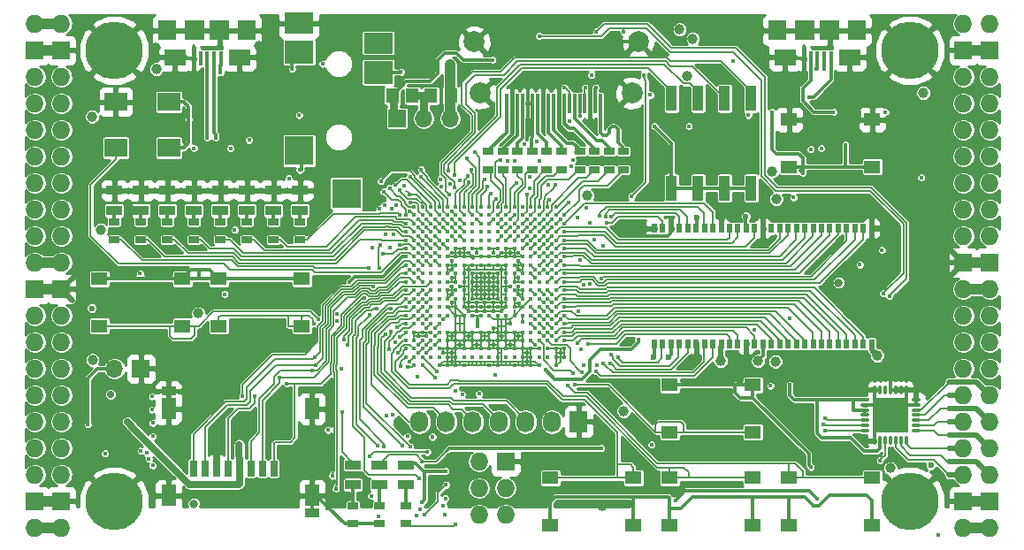
<source format=gtl>
G04 #@! TF.GenerationSoftware,KiCad,Pcbnew,5.0.0+dfsg1-1*
G04 #@! TF.CreationDate,2018-08-07T09:54:02+02:00*
G04 #@! TF.ProjectId,ulx3s,756C7833732E6B696361645F70636200,rev?*
G04 #@! TF.SameCoordinates,Original*
G04 #@! TF.FileFunction,Copper,L1,Top,Signal*
G04 #@! TF.FilePolarity,Positive*
%FSLAX46Y46*%
G04 Gerber Fmt 4.6, Leading zero omitted, Abs format (unit mm)*
G04 Created by KiCad (PCBNEW 5.0.0+dfsg1-1) date Tue Aug  7 09:54:02 2018*
%MOMM*%
%LPD*%
G01*
G04 APERTURE LIST*
G04 #@! TA.AperFunction,BGAPad,CuDef*
%ADD10C,0.400000*%
G04 #@! TD*
G04 #@! TA.AperFunction,SMDPad,CuDef*
%ADD11R,0.300000X1.900000*%
G04 #@! TD*
G04 #@! TA.AperFunction,ComponentPad*
%ADD12C,2.000000*%
G04 #@! TD*
G04 #@! TA.AperFunction,SMDPad,CuDef*
%ADD13R,1.120000X2.440000*%
G04 #@! TD*
G04 #@! TA.AperFunction,SMDPad,CuDef*
%ADD14R,0.560000X0.900000*%
G04 #@! TD*
G04 #@! TA.AperFunction,ComponentPad*
%ADD15O,1.727200X1.727200*%
G04 #@! TD*
G04 #@! TA.AperFunction,ComponentPad*
%ADD16R,1.727200X1.727200*%
G04 #@! TD*
G04 #@! TA.AperFunction,ComponentPad*
%ADD17C,5.500000*%
G04 #@! TD*
G04 #@! TA.AperFunction,SMDPad,CuDef*
%ADD18O,0.850000X0.300000*%
G04 #@! TD*
G04 #@! TA.AperFunction,SMDPad,CuDef*
%ADD19O,0.300000X0.850000*%
G04 #@! TD*
G04 #@! TA.AperFunction,SMDPad,CuDef*
%ADD20R,1.675000X1.675000*%
G04 #@! TD*
G04 #@! TA.AperFunction,ComponentPad*
%ADD21R,1.727200X2.032000*%
G04 #@! TD*
G04 #@! TA.AperFunction,ComponentPad*
%ADD22O,1.727200X2.032000*%
G04 #@! TD*
G04 #@! TA.AperFunction,SMDPad,CuDef*
%ADD23R,2.800000X2.000000*%
G04 #@! TD*
G04 #@! TA.AperFunction,SMDPad,CuDef*
%ADD24R,2.800000X2.200000*%
G04 #@! TD*
G04 #@! TA.AperFunction,SMDPad,CuDef*
%ADD25R,2.800000X2.800000*%
G04 #@! TD*
G04 #@! TA.AperFunction,SMDPad,CuDef*
%ADD26R,0.700000X1.500000*%
G04 #@! TD*
G04 #@! TA.AperFunction,SMDPad,CuDef*
%ADD27R,1.450000X0.900000*%
G04 #@! TD*
G04 #@! TA.AperFunction,SMDPad,CuDef*
%ADD28R,1.450000X2.000000*%
G04 #@! TD*
G04 #@! TA.AperFunction,SMDPad,CuDef*
%ADD29R,2.200000X1.800000*%
G04 #@! TD*
G04 #@! TA.AperFunction,SMDPad,CuDef*
%ADD30R,1.000000X0.670000*%
G04 #@! TD*
G04 #@! TA.AperFunction,SMDPad,CuDef*
%ADD31R,1.500000X0.970000*%
G04 #@! TD*
G04 #@! TA.AperFunction,ComponentPad*
%ADD32R,1.700000X1.700000*%
G04 #@! TD*
G04 #@! TA.AperFunction,ComponentPad*
%ADD33O,1.700000X1.700000*%
G04 #@! TD*
G04 #@! TA.AperFunction,SMDPad,CuDef*
%ADD34R,1.295000X1.400000*%
G04 #@! TD*
G04 #@! TA.AperFunction,SMDPad,CuDef*
%ADD35R,1.800000X1.900000*%
G04 #@! TD*
G04 #@! TA.AperFunction,SMDPad,CuDef*
%ADD36R,0.400000X1.350000*%
G04 #@! TD*
G04 #@! TA.AperFunction,SMDPad,CuDef*
%ADD37R,1.900000X1.900000*%
G04 #@! TD*
G04 #@! TA.AperFunction,SMDPad,CuDef*
%ADD38R,2.100000X1.600000*%
G04 #@! TD*
G04 #@! TA.AperFunction,SMDPad,CuDef*
%ADD39R,1.550000X1.300000*%
G04 #@! TD*
G04 #@! TA.AperFunction,ViaPad*
%ADD40C,2.000000*%
G04 #@! TD*
G04 #@! TA.AperFunction,ViaPad*
%ADD41C,0.419000*%
G04 #@! TD*
G04 #@! TA.AperFunction,ViaPad*
%ADD42C,0.454000*%
G04 #@! TD*
G04 #@! TA.AperFunction,ViaPad*
%ADD43C,0.600000*%
G04 #@! TD*
G04 #@! TA.AperFunction,ViaPad*
%ADD44C,1.000000*%
G04 #@! TD*
G04 #@! TA.AperFunction,ViaPad*
%ADD45C,0.800000*%
G04 #@! TD*
G04 #@! TA.AperFunction,ViaPad*
%ADD46C,0.700000*%
G04 #@! TD*
G04 #@! TA.AperFunction,Conductor*
%ADD47C,0.300000*%
G04 #@! TD*
G04 #@! TA.AperFunction,Conductor*
%ADD48C,0.127000*%
G04 #@! TD*
G04 #@! TA.AperFunction,Conductor*
%ADD49C,0.190000*%
G04 #@! TD*
G04 #@! TA.AperFunction,Conductor*
%ADD50C,0.500000*%
G04 #@! TD*
G04 #@! TA.AperFunction,Conductor*
%ADD51C,1.000000*%
G04 #@! TD*
G04 #@! TA.AperFunction,Conductor*
%ADD52C,0.700000*%
G04 #@! TD*
G04 #@! TA.AperFunction,Conductor*
%ADD53C,0.800000*%
G04 #@! TD*
G04 #@! TA.AperFunction,Conductor*
%ADD54C,0.140000*%
G04 #@! TD*
G04 #@! TA.AperFunction,Conductor*
%ADD55C,0.254000*%
G04 #@! TD*
G04 APERTURE END LIST*
D10*
G04 #@! TO.P,U1,Y19*
G04 #@! TO.N,GND*
X145280000Y-95400000D03*
G04 #@! TO.P,U1,Y17*
X143680000Y-95400000D03*
G04 #@! TO.P,U1,Y16*
X142880000Y-95400000D03*
G04 #@! TO.P,U1,Y15*
X142080000Y-95400000D03*
G04 #@! TO.P,U1,Y14*
X141280000Y-95400000D03*
G04 #@! TO.P,U1,Y12*
X139680000Y-95400000D03*
G04 #@! TO.P,U1,Y11*
X138880000Y-95400000D03*
G04 #@! TO.P,U1,Y8*
X136480000Y-95400000D03*
G04 #@! TO.P,U1,Y7*
X135680000Y-95400000D03*
G04 #@! TO.P,U1,Y6*
X134880000Y-95400000D03*
G04 #@! TO.P,U1,Y5*
X134080000Y-95400000D03*
G04 #@! TO.P,U1,Y3*
G04 #@! TO.N,/flash/FPGA_DONE*
X132480000Y-95400000D03*
G04 #@! TO.P,U1,Y2*
G04 #@! TO.N,/flash/FLASH_nWP*
X131680000Y-95400000D03*
G04 #@! TO.P,U1,W20*
G04 #@! TO.N,GND*
X146080000Y-94600000D03*
G04 #@! TO.P,U1,W19*
X145280000Y-94600000D03*
G04 #@! TO.P,U1,W18*
G04 #@! TO.N,Net-(U1-PadW18)*
X144480000Y-94600000D03*
G04 #@! TO.P,U1,W17*
G04 #@! TO.N,Net-(U1-PadW17)*
X143680000Y-94600000D03*
G04 #@! TO.P,U1,W16*
G04 #@! TO.N,GND*
X142880000Y-94600000D03*
G04 #@! TO.P,U1,W15*
X142080000Y-94600000D03*
G04 #@! TO.P,U1,W14*
G04 #@! TO.N,Net-(U1-PadW14)*
X141280000Y-94600000D03*
G04 #@! TO.P,U1,W13*
G04 #@! TO.N,Net-(U1-PadW13)*
X140480000Y-94600000D03*
G04 #@! TO.P,U1,W12*
G04 #@! TO.N,GND*
X139680000Y-94600000D03*
G04 #@! TO.P,U1,W11*
G04 #@! TO.N,N/C*
X138880000Y-94600000D03*
G04 #@! TO.P,U1,W10*
X138080000Y-94600000D03*
G04 #@! TO.P,U1,W9*
G04 #@! TO.N,Net-(U1-PadW9)*
X137280000Y-94600000D03*
G04 #@! TO.P,U1,W8*
G04 #@! TO.N,Net-(U1-PadW8)*
X136480000Y-94600000D03*
G04 #@! TO.P,U1,W7*
G04 #@! TO.N,GND*
X135680000Y-94600000D03*
G04 #@! TO.P,U1,W6*
X134880000Y-94600000D03*
G04 #@! TO.P,U1,W5*
G04 #@! TO.N,Net-(U1-PadW5)*
X134080000Y-94600000D03*
G04 #@! TO.P,U1,W4*
G04 #@! TO.N,Net-(U1-PadW4)*
X133280000Y-94600000D03*
G04 #@! TO.P,U1,W3*
G04 #@! TO.N,/flash/FPGA_PROGRAMN*
X132480000Y-94600000D03*
G04 #@! TO.P,U1,W2*
G04 #@! TO.N,/flash/FLASH_MOSI*
X131680000Y-94600000D03*
G04 #@! TO.P,U1,W1*
G04 #@! TO.N,/flash/FLASH_nHOLD*
X130880000Y-94600000D03*
G04 #@! TO.P,U1,V20*
G04 #@! TO.N,GND*
X146080000Y-93800000D03*
G04 #@! TO.P,U1,V19*
X145280000Y-93800000D03*
G04 #@! TO.P,U1,V18*
X144480000Y-93800000D03*
G04 #@! TO.P,U1,V17*
X143680000Y-93800000D03*
G04 #@! TO.P,U1,V16*
X142880000Y-93800000D03*
G04 #@! TO.P,U1,V15*
X142080000Y-93800000D03*
G04 #@! TO.P,U1,V14*
X141280000Y-93800000D03*
G04 #@! TO.P,U1,V13*
X140480000Y-93800000D03*
G04 #@! TO.P,U1,V12*
X139680000Y-93800000D03*
G04 #@! TO.P,U1,V11*
X138880000Y-93800000D03*
G04 #@! TO.P,U1,V10*
X138080000Y-93800000D03*
G04 #@! TO.P,U1,V9*
X137280000Y-93800000D03*
G04 #@! TO.P,U1,V8*
X136480000Y-93800000D03*
G04 #@! TO.P,U1,V7*
X135680000Y-93800000D03*
G04 #@! TO.P,U1,V6*
X134880000Y-93800000D03*
G04 #@! TO.P,U1,V5*
X134080000Y-93800000D03*
G04 #@! TO.P,U1,V4*
G04 #@! TO.N,JTAG_TDO*
X133280000Y-93800000D03*
G04 #@! TO.P,U1,V3*
G04 #@! TO.N,/flash/FPGA_INITN*
X132480000Y-93800000D03*
G04 #@! TO.P,U1,V2*
G04 #@! TO.N,/flash/FLASH_MISO*
X131680000Y-93800000D03*
G04 #@! TO.P,U1,V1*
G04 #@! TO.N,BTN_D*
X130880000Y-93800000D03*
G04 #@! TO.P,U1,U20*
G04 #@! TO.N,SDRAM_D7*
X146080000Y-93000000D03*
G04 #@! TO.P,U1,U19*
G04 #@! TO.N,SDRAM_DQM0*
X145280000Y-93000000D03*
G04 #@! TO.P,U1,U18*
G04 #@! TO.N,GP14*
X144480000Y-93000000D03*
G04 #@! TO.P,U1,U17*
G04 #@! TO.N,GN14*
X143680000Y-93000000D03*
G04 #@! TO.P,U1,U16*
G04 #@! TO.N,ADC_MISO*
X142880000Y-93000000D03*
G04 #@! TO.P,U1,U15*
G04 #@! TO.N,GND*
X142080000Y-93000000D03*
G04 #@! TO.P,U1,U14*
X141280000Y-93000000D03*
G04 #@! TO.P,U1,U13*
X140480000Y-93000000D03*
G04 #@! TO.P,U1,U12*
X139680000Y-93000000D03*
G04 #@! TO.P,U1,U11*
X138880000Y-93000000D03*
G04 #@! TO.P,U1,U10*
X138080000Y-93000000D03*
G04 #@! TO.P,U1,U9*
X137280000Y-93000000D03*
G04 #@! TO.P,U1,U8*
X136480000Y-93000000D03*
G04 #@! TO.P,U1,U7*
X135680000Y-93000000D03*
G04 #@! TO.P,U1,U6*
X134880000Y-93000000D03*
G04 #@! TO.P,U1,U5*
G04 #@! TO.N,JTAG_TMS*
X134080000Y-93000000D03*
G04 #@! TO.P,U1,U4*
G04 #@! TO.N,GND*
X133280000Y-93000000D03*
G04 #@! TO.P,U1,U3*
G04 #@! TO.N,/flash/FLASH_SCK*
X132480000Y-93000000D03*
G04 #@! TO.P,U1,U2*
G04 #@! TO.N,+3V3*
X131680000Y-93000000D03*
G04 #@! TO.P,U1,U1*
G04 #@! TO.N,BTN_L*
X130880000Y-93000000D03*
G04 #@! TO.P,U1,T20*
G04 #@! TO.N,SDRAM_nWE*
X146080000Y-92200000D03*
G04 #@! TO.P,U1,T19*
G04 #@! TO.N,SDRAM_nCAS*
X145280000Y-92200000D03*
G04 #@! TO.P,U1,T18*
G04 #@! TO.N,SDRAM_D5*
X144480000Y-92200000D03*
G04 #@! TO.P,U1,T17*
G04 #@! TO.N,SDRAM_D6*
X143680000Y-92200000D03*
G04 #@! TO.P,U1,T16*
G04 #@! TO.N,Net-(U1-PadT16)*
X142880000Y-92200000D03*
G04 #@! TO.P,U1,T15*
G04 #@! TO.N,GND*
X142080000Y-92200000D03*
G04 #@! TO.P,U1,T14*
X141280000Y-92200000D03*
G04 #@! TO.P,U1,T13*
X140480000Y-92200000D03*
G04 #@! TO.P,U1,T12*
X139680000Y-92200000D03*
G04 #@! TO.P,U1,T11*
X138880000Y-92200000D03*
G04 #@! TO.P,U1,T10*
X138080000Y-92200000D03*
G04 #@! TO.P,U1,T9*
X137280000Y-92200000D03*
G04 #@! TO.P,U1,T8*
X136480000Y-92200000D03*
G04 #@! TO.P,U1,T7*
X135680000Y-92200000D03*
G04 #@! TO.P,U1,T6*
X134880000Y-92200000D03*
G04 #@! TO.P,U1,T5*
G04 #@! TO.N,JTAG_TCK*
X134080000Y-92200000D03*
G04 #@! TO.P,U1,T4*
G04 #@! TO.N,+3V3*
X133280000Y-92200000D03*
G04 #@! TO.P,U1,T3*
X132480000Y-92200000D03*
G04 #@! TO.P,U1,T2*
X131680000Y-92200000D03*
G04 #@! TO.P,U1,T1*
G04 #@! TO.N,BTN_F2*
X130880000Y-92200000D03*
G04 #@! TO.P,U1,R20*
G04 #@! TO.N,SDRAM_nRAS*
X146080000Y-91400000D03*
G04 #@! TO.P,U1,R19*
G04 #@! TO.N,GND*
X145280000Y-91400000D03*
G04 #@! TO.P,U1,R18*
G04 #@! TO.N,BTN_U*
X144480000Y-91400000D03*
G04 #@! TO.P,U1,R17*
G04 #@! TO.N,ADC_CSn*
X143680000Y-91400000D03*
G04 #@! TO.P,U1,R16*
G04 #@! TO.N,ADC_MOSI*
X142880000Y-91400000D03*
G04 #@! TO.P,U1,R5*
G04 #@! TO.N,JTAG_TDI*
X134080000Y-91400000D03*
G04 #@! TO.P,U1,R4*
G04 #@! TO.N,GND*
X133280000Y-91400000D03*
G04 #@! TO.P,U1,R3*
G04 #@! TO.N,Net-(U1-PadR3)*
X132480000Y-91400000D03*
G04 #@! TO.P,U1,R2*
G04 #@! TO.N,/flash/FLASH_nCS*
X131680000Y-91400000D03*
G04 #@! TO.P,U1,R1*
G04 #@! TO.N,BTN_F1*
X130880000Y-91400000D03*
G04 #@! TO.P,U1,P20*
G04 #@! TO.N,SDRAM_nCS*
X146080000Y-90600000D03*
G04 #@! TO.P,U1,P19*
G04 #@! TO.N,SDRAM_BA0*
X145280000Y-90600000D03*
G04 #@! TO.P,U1,P18*
G04 #@! TO.N,SDRAM_D4*
X144480000Y-90600000D03*
G04 #@! TO.P,U1,P17*
G04 #@! TO.N,ADC_SCLK*
X143680000Y-90600000D03*
G04 #@! TO.P,U1,P16*
G04 #@! TO.N,GN15*
X142880000Y-90600000D03*
G04 #@! TO.P,U1,P15*
G04 #@! TO.N,+2V5*
X142080000Y-90600000D03*
G04 #@! TO.P,U1,P14*
G04 #@! TO.N,GND*
X141280000Y-90600000D03*
G04 #@! TO.P,U1,P13*
X140480000Y-90600000D03*
G04 #@! TO.P,U1,P12*
X139680000Y-90600000D03*
G04 #@! TO.P,U1,P11*
X138880000Y-90600000D03*
G04 #@! TO.P,U1,P10*
G04 #@! TO.N,+3V3*
X138080000Y-90600000D03*
G04 #@! TO.P,U1,P9*
X137280000Y-90600000D03*
G04 #@! TO.P,U1,P8*
G04 #@! TO.N,GND*
X136480000Y-90600000D03*
G04 #@! TO.P,U1,P7*
X135680000Y-90600000D03*
G04 #@! TO.P,U1,P6*
G04 #@! TO.N,+2V5*
X134880000Y-90600000D03*
G04 #@! TO.P,U1,P5*
G04 #@! TO.N,SD_WP*
X134080000Y-90600000D03*
G04 #@! TO.P,U1,P4*
G04 #@! TO.N,OLED_CLK*
X133280000Y-90600000D03*
G04 #@! TO.P,U1,P3*
G04 #@! TO.N,OLED_MOSI*
X132480000Y-90600000D03*
G04 #@! TO.P,U1,P2*
G04 #@! TO.N,OLED_RES*
X131680000Y-90600000D03*
G04 #@! TO.P,U1,P1*
G04 #@! TO.N,OLED_DC*
X130880000Y-90600000D03*
G04 #@! TO.P,U1,N20*
G04 #@! TO.N,SDRAM_BA1*
X146080000Y-89800000D03*
G04 #@! TO.P,U1,N19*
G04 #@! TO.N,SDRAM_A10*
X145280000Y-89800000D03*
G04 #@! TO.P,U1,N18*
G04 #@! TO.N,SDRAM_D3*
X144480000Y-89800000D03*
G04 #@! TO.P,U1,N17*
G04 #@! TO.N,GP15*
X143680000Y-89800000D03*
G04 #@! TO.P,U1,N16*
G04 #@! TO.N,GP16*
X142880000Y-89800000D03*
G04 #@! TO.P,U1,N15*
G04 #@! TO.N,GND*
X142080000Y-89800000D03*
G04 #@! TO.P,U1,N14*
X141280000Y-89800000D03*
G04 #@! TO.P,U1,N13*
G04 #@! TO.N,+1V1*
X140480000Y-89800000D03*
G04 #@! TO.P,U1,N12*
X139680000Y-89800000D03*
G04 #@! TO.P,U1,N11*
X138880000Y-89800000D03*
G04 #@! TO.P,U1,N10*
X138080000Y-89800000D03*
G04 #@! TO.P,U1,N9*
X137280000Y-89800000D03*
G04 #@! TO.P,U1,N8*
X136480000Y-89800000D03*
G04 #@! TO.P,U1,N7*
G04 #@! TO.N,GND*
X135680000Y-89800000D03*
G04 #@! TO.P,U1,N6*
X134880000Y-89800000D03*
G04 #@! TO.P,U1,N5*
G04 #@! TO.N,SD_CD*
X134080000Y-89800000D03*
G04 #@! TO.P,U1,N4*
G04 #@! TO.N,WIFI_GPIO5*
X133280000Y-89800000D03*
G04 #@! TO.P,U1,N3*
G04 #@! TO.N,WIFI_GPIO17*
X132480000Y-89800000D03*
G04 #@! TO.P,U1,N2*
G04 #@! TO.N,OLED_CS*
X131680000Y-89800000D03*
G04 #@! TO.P,U1,N1*
G04 #@! TO.N,FTDI_nDTR*
X130880000Y-89800000D03*
G04 #@! TO.P,U1,M20*
G04 #@! TO.N,SDRAM_A0*
X146080000Y-89000000D03*
G04 #@! TO.P,U1,M19*
G04 #@! TO.N,SDRAM_A1*
X145280000Y-89000000D03*
G04 #@! TO.P,U1,M18*
G04 #@! TO.N,SDRAM_D2*
X144480000Y-89000000D03*
G04 #@! TO.P,U1,M17*
G04 #@! TO.N,GN16*
X143680000Y-89000000D03*
G04 #@! TO.P,U1,M16*
G04 #@! TO.N,GND*
X142880000Y-89000000D03*
G04 #@! TO.P,U1,M15*
G04 #@! TO.N,+3V3*
X142080000Y-89000000D03*
G04 #@! TO.P,U1,M14*
G04 #@! TO.N,GND*
X141280000Y-89000000D03*
G04 #@! TO.P,U1,M13*
G04 #@! TO.N,+1V1*
X140480000Y-89000000D03*
G04 #@! TO.P,U1,M12*
G04 #@! TO.N,GND*
X139680000Y-89000000D03*
G04 #@! TO.P,U1,M11*
X138880000Y-89000000D03*
G04 #@! TO.P,U1,M10*
X138080000Y-89000000D03*
G04 #@! TO.P,U1,M9*
X137280000Y-89000000D03*
G04 #@! TO.P,U1,M8*
G04 #@! TO.N,+1V1*
X136480000Y-89000000D03*
G04 #@! TO.P,U1,M7*
G04 #@! TO.N,GND*
X135680000Y-89000000D03*
G04 #@! TO.P,U1,M6*
G04 #@! TO.N,+3V3*
X134880000Y-89000000D03*
G04 #@! TO.P,U1,M5*
G04 #@! TO.N,Net-(U1-PadM5)*
X134080000Y-89000000D03*
G04 #@! TO.P,U1,M4*
G04 #@! TO.N,USER_PROGRAMN*
X133280000Y-89000000D03*
G04 #@! TO.P,U1,M3*
G04 #@! TO.N,FTDI_nRTS*
X132480000Y-89000000D03*
G04 #@! TO.P,U1,M2*
G04 #@! TO.N,GND*
X131680000Y-89000000D03*
G04 #@! TO.P,U1,M1*
G04 #@! TO.N,FTDI_TXD*
X130880000Y-89000000D03*
G04 #@! TO.P,U1,L20*
G04 #@! TO.N,SDRAM_A2*
X146080000Y-88200000D03*
G04 #@! TO.P,U1,L19*
G04 #@! TO.N,SDRAM_A3*
X145280000Y-88200000D03*
G04 #@! TO.P,U1,L18*
G04 #@! TO.N,SDRAM_D1*
X144480000Y-88200000D03*
G04 #@! TO.P,U1,L17*
G04 #@! TO.N,GN17*
X143680000Y-88200000D03*
G04 #@! TO.P,U1,L16*
G04 #@! TO.N,GP17*
X142880000Y-88200000D03*
G04 #@! TO.P,U1,L15*
G04 #@! TO.N,+3V3*
X142080000Y-88200000D03*
G04 #@! TO.P,U1,L14*
X141280000Y-88200000D03*
G04 #@! TO.P,U1,L13*
G04 #@! TO.N,+1V1*
X140480000Y-88200000D03*
G04 #@! TO.P,U1,L12*
G04 #@! TO.N,GND*
X139680000Y-88200000D03*
G04 #@! TO.P,U1,L11*
X138880000Y-88200000D03*
G04 #@! TO.P,U1,L10*
X138080000Y-88200000D03*
G04 #@! TO.P,U1,L9*
X137280000Y-88200000D03*
G04 #@! TO.P,U1,L8*
G04 #@! TO.N,+1V1*
X136480000Y-88200000D03*
G04 #@! TO.P,U1,L7*
G04 #@! TO.N,+3V3*
X135680000Y-88200000D03*
G04 #@! TO.P,U1,L6*
X134880000Y-88200000D03*
G04 #@! TO.P,U1,L5*
G04 #@! TO.N,Net-(U1-PadL5)*
X134080000Y-88200000D03*
G04 #@! TO.P,U1,L4*
G04 #@! TO.N,FTDI_RXD*
X133280000Y-88200000D03*
G04 #@! TO.P,U1,L3*
G04 #@! TO.N,FTDI_TXDEN*
X132480000Y-88200000D03*
G04 #@! TO.P,U1,L2*
G04 #@! TO.N,WIFI_GPIO0*
X131680000Y-88200000D03*
G04 #@! TO.P,U1,L1*
G04 #@! TO.N,WIFI_GPIO16*
X130880000Y-88200000D03*
G04 #@! TO.P,U1,K20*
G04 #@! TO.N,SDRAM_A4*
X146080000Y-87400000D03*
G04 #@! TO.P,U1,K19*
G04 #@! TO.N,SDRAM_A5*
X145280000Y-87400000D03*
G04 #@! TO.P,U1,K18*
G04 #@! TO.N,SDRAM_A6*
X144480000Y-87400000D03*
G04 #@! TO.P,U1,K17*
G04 #@! TO.N,Net-(U1-PadK17)*
X143680000Y-87400000D03*
G04 #@! TO.P,U1,K16*
G04 #@! TO.N,Net-(U1-PadK16)*
X142880000Y-87400000D03*
G04 #@! TO.P,U1,K15*
G04 #@! TO.N,GND*
X142080000Y-87400000D03*
G04 #@! TO.P,U1,K14*
X141280000Y-87400000D03*
G04 #@! TO.P,U1,K13*
G04 #@! TO.N,+1V1*
X140480000Y-87400000D03*
G04 #@! TO.P,U1,K12*
G04 #@! TO.N,GND*
X139680000Y-87400000D03*
G04 #@! TO.P,U1,K11*
X138880000Y-87400000D03*
G04 #@! TO.P,U1,K10*
X138080000Y-87400000D03*
G04 #@! TO.P,U1,K9*
X137280000Y-87400000D03*
G04 #@! TO.P,U1,K8*
G04 #@! TO.N,+1V1*
X136480000Y-87400000D03*
G04 #@! TO.P,U1,K7*
G04 #@! TO.N,GND*
X135680000Y-87400000D03*
G04 #@! TO.P,U1,K6*
X134880000Y-87400000D03*
G04 #@! TO.P,U1,K5*
G04 #@! TO.N,Net-(U1-PadK5)*
X134080000Y-87400000D03*
G04 #@! TO.P,U1,K4*
G04 #@! TO.N,WIFI_TXD*
X133280000Y-87400000D03*
G04 #@! TO.P,U1,K3*
G04 #@! TO.N,WIFI_RXD*
X132480000Y-87400000D03*
G04 #@! TO.P,U1,K2*
G04 #@! TO.N,SD_D3*
X131680000Y-87400000D03*
G04 #@! TO.P,U1,K1*
G04 #@! TO.N,SD_D2*
X130880000Y-87400000D03*
G04 #@! TO.P,U1,J20*
G04 #@! TO.N,SDRAM_A7*
X146080000Y-86600000D03*
G04 #@! TO.P,U1,J19*
G04 #@! TO.N,SDRAM_A8*
X145280000Y-86600000D03*
G04 #@! TO.P,U1,J18*
G04 #@! TO.N,SDRAM_D14*
X144480000Y-86600000D03*
G04 #@! TO.P,U1,J17*
G04 #@! TO.N,SDRAM_D15*
X143680000Y-86600000D03*
G04 #@! TO.P,U1,J16*
G04 #@! TO.N,SDRAM_D0*
X142880000Y-86600000D03*
G04 #@! TO.P,U1,J15*
G04 #@! TO.N,+3V3*
X142080000Y-86600000D03*
G04 #@! TO.P,U1,J14*
G04 #@! TO.N,GND*
X141280000Y-86600000D03*
G04 #@! TO.P,U1,J13*
G04 #@! TO.N,+1V1*
X140480000Y-86600000D03*
G04 #@! TO.P,U1,J12*
G04 #@! TO.N,GND*
X139680000Y-86600000D03*
G04 #@! TO.P,U1,J11*
X138880000Y-86600000D03*
G04 #@! TO.P,U1,J10*
X138080000Y-86600000D03*
G04 #@! TO.P,U1,J9*
X137280000Y-86600000D03*
G04 #@! TO.P,U1,J8*
G04 #@! TO.N,+1V1*
X136480000Y-86600000D03*
G04 #@! TO.P,U1,J7*
G04 #@! TO.N,GND*
X135680000Y-86600000D03*
G04 #@! TO.P,U1,J6*
G04 #@! TO.N,2V5_3V3*
X134880000Y-86600000D03*
G04 #@! TO.P,U1,J5*
G04 #@! TO.N,Net-(U1-PadJ5)*
X134080000Y-86600000D03*
G04 #@! TO.P,U1,J4*
G04 #@! TO.N,Net-(U1-PadJ4)*
X133280000Y-86600000D03*
G04 #@! TO.P,U1,J3*
G04 #@! TO.N,SD_D0*
X132480000Y-86600000D03*
G04 #@! TO.P,U1,J2*
G04 #@! TO.N,GND*
X131680000Y-86600000D03*
G04 #@! TO.P,U1,J1*
G04 #@! TO.N,SD_CMD*
X130880000Y-86600000D03*
G04 #@! TO.P,U1,H20*
G04 #@! TO.N,SDRAM_A9*
X146080000Y-85800000D03*
G04 #@! TO.P,U1,H19*
G04 #@! TO.N,GND*
X145280000Y-85800000D03*
G04 #@! TO.P,U1,H18*
G04 #@! TO.N,GP18*
X144480000Y-85800000D03*
G04 #@! TO.P,U1,H17*
G04 #@! TO.N,GN18*
X143680000Y-85800000D03*
G04 #@! TO.P,U1,H16*
G04 #@! TO.N,BTN_R*
X142880000Y-85800000D03*
G04 #@! TO.P,U1,H15*
G04 #@! TO.N,+3V3*
X142080000Y-85800000D03*
G04 #@! TO.P,U1,H14*
X141280000Y-85800000D03*
G04 #@! TO.P,U1,H13*
G04 #@! TO.N,+1V1*
X140480000Y-85800000D03*
G04 #@! TO.P,U1,H12*
X139680000Y-85800000D03*
G04 #@! TO.P,U1,H11*
X138880000Y-85800000D03*
G04 #@! TO.P,U1,H10*
X138080000Y-85800000D03*
G04 #@! TO.P,U1,H9*
X137280000Y-85800000D03*
G04 #@! TO.P,U1,H8*
X136480000Y-85800000D03*
G04 #@! TO.P,U1,H7*
G04 #@! TO.N,2V5_3V3*
X135680000Y-85800000D03*
G04 #@! TO.P,U1,H6*
X134880000Y-85800000D03*
G04 #@! TO.P,U1,H5*
G04 #@! TO.N,AUDIO_V0*
X134080000Y-85800000D03*
G04 #@! TO.P,U1,H4*
G04 #@! TO.N,GP13*
X133280000Y-85800000D03*
G04 #@! TO.P,U1,H3*
G04 #@! TO.N,LED7*
X132480000Y-85800000D03*
G04 #@! TO.P,U1,H2*
G04 #@! TO.N,SD_CLK*
X131680000Y-85800000D03*
G04 #@! TO.P,U1,H1*
G04 #@! TO.N,SD_D1*
X130880000Y-85800000D03*
G04 #@! TO.P,U1,G20*
G04 #@! TO.N,SDRAM_A11*
X146080000Y-85000000D03*
G04 #@! TO.P,U1,G19*
G04 #@! TO.N,SDRAM_A12*
X145280000Y-85000000D03*
G04 #@! TO.P,U1,G18*
G04 #@! TO.N,GN19*
X144480000Y-85000000D03*
G04 #@! TO.P,U1,G17*
G04 #@! TO.N,GND*
X143680000Y-85000000D03*
G04 #@! TO.P,U1,G16*
G04 #@! TO.N,SHUTDOWN*
X142880000Y-85000000D03*
G04 #@! TO.P,U1,G15*
G04 #@! TO.N,GND*
X142080000Y-85000000D03*
G04 #@! TO.P,U1,G14*
X141280000Y-85000000D03*
G04 #@! TO.P,U1,G13*
X140480000Y-85000000D03*
G04 #@! TO.P,U1,G12*
X139680000Y-85000000D03*
G04 #@! TO.P,U1,G11*
X138880000Y-85000000D03*
G04 #@! TO.P,U1,G10*
X138080000Y-85000000D03*
G04 #@! TO.P,U1,G9*
X137280000Y-85000000D03*
G04 #@! TO.P,U1,G8*
X136480000Y-85000000D03*
G04 #@! TO.P,U1,G7*
X135680000Y-85000000D03*
G04 #@! TO.P,U1,G6*
X134880000Y-85000000D03*
G04 #@! TO.P,U1,G5*
G04 #@! TO.N,GN13*
X134080000Y-85000000D03*
G04 #@! TO.P,U1,G4*
G04 #@! TO.N,GND*
X133280000Y-85000000D03*
G04 #@! TO.P,U1,G3*
G04 #@! TO.N,GP12*
X132480000Y-85000000D03*
G04 #@! TO.P,U1,G2*
G04 #@! TO.N,CLK_25MHz*
X131680000Y-85000000D03*
G04 #@! TO.P,U1,G1*
G04 #@! TO.N,/usb/ANT_433MHz*
X130880000Y-85000000D03*
G04 #@! TO.P,U1,F20*
G04 #@! TO.N,SDRAM_CKE*
X146080000Y-84200000D03*
G04 #@! TO.P,U1,F19*
G04 #@! TO.N,SDRAM_CLK*
X145280000Y-84200000D03*
G04 #@! TO.P,U1,F18*
G04 #@! TO.N,SDRAM_D13*
X144480000Y-84200000D03*
G04 #@! TO.P,U1,F17*
G04 #@! TO.N,GP19*
X143680000Y-84200000D03*
G04 #@! TO.P,U1,F16*
G04 #@! TO.N,USB_FPGA_D-*
X142880000Y-84200000D03*
G04 #@! TO.P,U1,F15*
G04 #@! TO.N,+2V5*
X142080000Y-84200000D03*
G04 #@! TO.P,U1,F14*
G04 #@! TO.N,GND*
X141280000Y-84200000D03*
G04 #@! TO.P,U1,F13*
X140480000Y-84200000D03*
G04 #@! TO.P,U1,F12*
G04 #@! TO.N,+3V3*
X139680000Y-84200000D03*
G04 #@! TO.P,U1,F11*
X138880000Y-84200000D03*
G04 #@! TO.P,U1,F10*
G04 #@! TO.N,2V5_3V3*
X138080000Y-84200000D03*
G04 #@! TO.P,U1,F9*
X137280000Y-84200000D03*
G04 #@! TO.P,U1,F8*
G04 #@! TO.N,GND*
X136480000Y-84200000D03*
G04 #@! TO.P,U1,F7*
X135680000Y-84200000D03*
G04 #@! TO.P,U1,F6*
G04 #@! TO.N,+2V5*
X134880000Y-84200000D03*
G04 #@! TO.P,U1,F5*
G04 #@! TO.N,AUDIO_V2*
X134080000Y-84200000D03*
G04 #@! TO.P,U1,F4*
G04 #@! TO.N,GP11*
X133280000Y-84200000D03*
G04 #@! TO.P,U1,F3*
G04 #@! TO.N,GN12*
X132480000Y-84200000D03*
G04 #@! TO.P,U1,F2*
G04 #@! TO.N,AUDIO_V1*
X131680000Y-84200000D03*
G04 #@! TO.P,U1,F1*
G04 #@! TO.N,WIFI_EN*
X130880000Y-84200000D03*
G04 #@! TO.P,U1,E20*
G04 #@! TO.N,SDRAM_DQM1*
X146080000Y-83400000D03*
G04 #@! TO.P,U1,E19*
G04 #@! TO.N,SDRAM_D8*
X145280000Y-83400000D03*
G04 #@! TO.P,U1,E18*
G04 #@! TO.N,SDRAM_D12*
X144480000Y-83400000D03*
G04 #@! TO.P,U1,E17*
G04 #@! TO.N,GN20*
X143680000Y-83400000D03*
G04 #@! TO.P,U1,E16*
G04 #@! TO.N,USB_FPGA_D+*
X142880000Y-83400000D03*
G04 #@! TO.P,U1,E15*
G04 #@! TO.N,USB_FPGA_D-*
X142080000Y-83400000D03*
G04 #@! TO.P,U1,E14*
G04 #@! TO.N,GN25*
X141280000Y-83400000D03*
G04 #@! TO.P,U1,E13*
G04 #@! TO.N,GN27*
X140480000Y-83400000D03*
G04 #@! TO.P,U1,E12*
G04 #@! TO.N,FPDI_SCL*
X139680000Y-83400000D03*
G04 #@! TO.P,U1,E11*
G04 #@! TO.N,Net-(U1-PadE11)*
X138880000Y-83400000D03*
G04 #@! TO.P,U1,E10*
G04 #@! TO.N,Net-(U1-PadE10)*
X138080000Y-83400000D03*
G04 #@! TO.P,U1,E9*
G04 #@! TO.N,Net-(U1-PadE9)*
X137280000Y-83400000D03*
G04 #@! TO.P,U1,E8*
G04 #@! TO.N,SW1*
X136480000Y-83400000D03*
G04 #@! TO.P,U1,E7*
G04 #@! TO.N,SW4*
X135680000Y-83400000D03*
G04 #@! TO.P,U1,E6*
G04 #@! TO.N,Net-(U1-PadE6)*
X134880000Y-83400000D03*
G04 #@! TO.P,U1,E5*
G04 #@! TO.N,AUDIO_V3*
X134080000Y-83400000D03*
G04 #@! TO.P,U1,E4*
G04 #@! TO.N,AUDIO_L0*
X133280000Y-83400000D03*
G04 #@! TO.P,U1,E3*
G04 #@! TO.N,GN11*
X132480000Y-83400000D03*
G04 #@! TO.P,U1,E2*
G04 #@! TO.N,LED5*
X131680000Y-83400000D03*
G04 #@! TO.P,U1,E1*
G04 #@! TO.N,LED6*
X130880000Y-83400000D03*
G04 #@! TO.P,U1,D20*
G04 #@! TO.N,SDRAM_D9*
X146080000Y-82600000D03*
G04 #@! TO.P,U1,D19*
G04 #@! TO.N,SDRAM_D10*
X145280000Y-82600000D03*
G04 #@! TO.P,U1,D18*
G04 #@! TO.N,GP20*
X144480000Y-82600000D03*
G04 #@! TO.P,U1,D17*
G04 #@! TO.N,GN21*
X143680000Y-82600000D03*
G04 #@! TO.P,U1,D16*
G04 #@! TO.N,GN24*
X142880000Y-82600000D03*
G04 #@! TO.P,U1,D15*
G04 #@! TO.N,USB_FPGA_D+*
X142080000Y-82600000D03*
G04 #@! TO.P,U1,D14*
G04 #@! TO.N,GP25*
X141280000Y-82600000D03*
G04 #@! TO.P,U1,D13*
G04 #@! TO.N,GP27*
X140480000Y-82600000D03*
G04 #@! TO.P,U1,D12*
G04 #@! TO.N,Net-(U1-PadD12)*
X139680000Y-82600000D03*
G04 #@! TO.P,U1,D11*
G04 #@! TO.N,Net-(U1-PadD11)*
X138880000Y-82600000D03*
G04 #@! TO.P,U1,D10*
G04 #@! TO.N,Net-(U1-PadD10)*
X138080000Y-82600000D03*
G04 #@! TO.P,U1,D9*
G04 #@! TO.N,Net-(U1-PadD9)*
X137280000Y-82600000D03*
G04 #@! TO.P,U1,D8*
G04 #@! TO.N,SW2*
X136480000Y-82600000D03*
G04 #@! TO.P,U1,D7*
G04 #@! TO.N,SW3*
X135680000Y-82600000D03*
G04 #@! TO.P,U1,D6*
G04 #@! TO.N,BTN_PWRn*
X134880000Y-82600000D03*
G04 #@! TO.P,U1,D5*
G04 #@! TO.N,AUDIO_R2*
X134080000Y-82600000D03*
G04 #@! TO.P,U1,D4*
G04 #@! TO.N,GND*
X133280000Y-82600000D03*
G04 #@! TO.P,U1,D3*
G04 #@! TO.N,AUDIO_L1*
X132480000Y-82600000D03*
G04 #@! TO.P,U1,D2*
G04 #@! TO.N,LED3*
X131680000Y-82600000D03*
G04 #@! TO.P,U1,D1*
G04 #@! TO.N,LED4*
X130880000Y-82600000D03*
G04 #@! TO.P,U1,C20*
G04 #@! TO.N,SDRAM_D11*
X146080000Y-81800000D03*
G04 #@! TO.P,U1,C19*
G04 #@! TO.N,GND*
X145280000Y-81800000D03*
G04 #@! TO.P,U1,C18*
G04 #@! TO.N,GP21*
X144480000Y-81800000D03*
G04 #@! TO.P,U1,C17*
G04 #@! TO.N,GN23*
X143680000Y-81800000D03*
G04 #@! TO.P,U1,C16*
G04 #@! TO.N,GP24*
X142880000Y-81800000D03*
G04 #@! TO.P,U1,C15*
G04 #@! TO.N,GN22*
X142080000Y-81800000D03*
G04 #@! TO.P,U1,C14*
G04 #@! TO.N,FPDI_D1-*
X141280000Y-81800000D03*
G04 #@! TO.P,U1,C13*
G04 #@! TO.N,GN26*
X140480000Y-81800000D03*
G04 #@! TO.P,U1,C12*
G04 #@! TO.N,USB_FPGA_PULL_D-*
X139680000Y-81800000D03*
G04 #@! TO.P,U1,C11*
G04 #@! TO.N,GN0*
X138880000Y-81800000D03*
G04 #@! TO.P,U1,C10*
G04 #@! TO.N,GN3*
X138080000Y-81800000D03*
G04 #@! TO.P,U1,C9*
G04 #@! TO.N,Net-(U1-PadC9)*
X137280000Y-81800000D03*
G04 #@! TO.P,U1,C8*
G04 #@! TO.N,GP5*
X136480000Y-81800000D03*
G04 #@! TO.P,U1,C7*
G04 #@! TO.N,GN6*
X135680000Y-81800000D03*
G04 #@! TO.P,U1,C6*
G04 #@! TO.N,GP6*
X134880000Y-81800000D03*
G04 #@! TO.P,U1,C5*
G04 #@! TO.N,AUDIO_R3*
X134080000Y-81800000D03*
G04 #@! TO.P,U1,C4*
G04 #@! TO.N,GP10*
X133280000Y-81800000D03*
G04 #@! TO.P,U1,C3*
G04 #@! TO.N,AUDIO_L2*
X132480000Y-81800000D03*
G04 #@! TO.P,U1,C2*
G04 #@! TO.N,LED1*
X131680000Y-81800000D03*
G04 #@! TO.P,U1,C1*
G04 #@! TO.N,LED2*
X130880000Y-81800000D03*
G04 #@! TO.P,U1,B20*
G04 #@! TO.N,FPDI_ETH-*
X146080000Y-81000000D03*
G04 #@! TO.P,U1,B19*
G04 #@! TO.N,FPDI_SDA*
X145280000Y-81000000D03*
G04 #@! TO.P,U1,B18*
G04 #@! TO.N,FPDI_CLK-*
X144480000Y-81000000D03*
G04 #@! TO.P,U1,B17*
G04 #@! TO.N,GP23*
X143680000Y-81000000D03*
G04 #@! TO.P,U1,B16*
G04 #@! TO.N,FPDI_D0-*
X142880000Y-81000000D03*
G04 #@! TO.P,U1,B15*
G04 #@! TO.N,GP22*
X142080000Y-81000000D03*
G04 #@! TO.P,U1,B14*
G04 #@! TO.N,GND*
X141280000Y-81000000D03*
G04 #@! TO.P,U1,B13*
G04 #@! TO.N,GP26*
X140480000Y-81000000D03*
G04 #@! TO.P,U1,B12*
G04 #@! TO.N,USB_FPGA_PULL_D+*
X139680000Y-81000000D03*
G04 #@! TO.P,U1,B11*
G04 #@! TO.N,GP0*
X138880000Y-81000000D03*
G04 #@! TO.P,U1,B10*
G04 #@! TO.N,GN2*
X138080000Y-81000000D03*
G04 #@! TO.P,U1,B9*
G04 #@! TO.N,GP3*
X137280000Y-81000000D03*
G04 #@! TO.P,U1,B8*
G04 #@! TO.N,GN5*
X136480000Y-81000000D03*
G04 #@! TO.P,U1,B7*
G04 #@! TO.N,GND*
X135680000Y-81000000D03*
G04 #@! TO.P,U1,B6*
G04 #@! TO.N,GN7*
X134880000Y-81000000D03*
G04 #@! TO.P,U1,B5*
G04 #@! TO.N,AUDIO_R1*
X134080000Y-81000000D03*
G04 #@! TO.P,U1,B4*
G04 #@! TO.N,GN10*
X133280000Y-81000000D03*
G04 #@! TO.P,U1,B3*
G04 #@! TO.N,AUDIO_L3*
X132480000Y-81000000D03*
G04 #@! TO.P,U1,B2*
G04 #@! TO.N,LED0*
X131680000Y-81000000D03*
G04 #@! TO.P,U1,B1*
G04 #@! TO.N,GN9*
X130880000Y-81000000D03*
G04 #@! TO.P,U1,A19*
G04 #@! TO.N,FPDI_ETH+*
X145280000Y-80200000D03*
G04 #@! TO.P,U1,A18*
G04 #@! TO.N,/gpdi/FPDI_CEC*
X144480000Y-80200000D03*
G04 #@! TO.P,U1,A17*
G04 #@! TO.N,FPDI_CLK+*
X143680000Y-80200000D03*
G04 #@! TO.P,U1,A16*
G04 #@! TO.N,FPDI_D0+*
X142880000Y-80200000D03*
G04 #@! TO.P,U1,A15*
G04 #@! TO.N,Net-(U1-PadA15)*
X142080000Y-80200000D03*
G04 #@! TO.P,U1,A14*
G04 #@! TO.N,FPDI_D1+*
X141280000Y-80200000D03*
G04 #@! TO.P,U1,A13*
G04 #@! TO.N,FPDI_D2-*
X140480000Y-80200000D03*
G04 #@! TO.P,U1,A12*
G04 #@! TO.N,FPDI_D2+*
X139680000Y-80200000D03*
G04 #@! TO.P,U1,A11*
G04 #@! TO.N,GN1*
X138880000Y-80200000D03*
G04 #@! TO.P,U1,A10*
G04 #@! TO.N,GP1*
X138080000Y-80200000D03*
G04 #@! TO.P,U1,A9*
G04 #@! TO.N,GP2*
X137280000Y-80200000D03*
G04 #@! TO.P,U1,A8*
G04 #@! TO.N,GN4*
X136480000Y-80200000D03*
G04 #@! TO.P,U1,A7*
G04 #@! TO.N,GP4*
X135680000Y-80200000D03*
G04 #@! TO.P,U1,A6*
G04 #@! TO.N,GP7*
X134880000Y-80200000D03*
G04 #@! TO.P,U1,A5*
G04 #@! TO.N,GN8*
X134080000Y-80200000D03*
G04 #@! TO.P,U1,A4*
G04 #@! TO.N,GP8*
X133280000Y-80200000D03*
G04 #@! TO.P,U1,A3*
G04 #@! TO.N,AUDIO_R0*
X132480000Y-80200000D03*
G04 #@! TO.P,U1,A2*
G04 #@! TO.N,GP9*
X131680000Y-80200000D03*
G04 #@! TD*
D11*
G04 #@! TO.P,GPDI1,19*
G04 #@! TO.N,/gpdi/GPDI_ETH-*
X149546000Y-70312000D03*
G04 #@! TO.P,GPDI1,18*
G04 #@! TO.N,+5V*
X149046000Y-70312000D03*
G04 #@! TO.P,GPDI1,17*
G04 #@! TO.N,GND*
X148546000Y-70312000D03*
G04 #@! TO.P,GPDI1,16*
G04 #@! TO.N,GPDI_SDA*
X148046000Y-70312000D03*
G04 #@! TO.P,GPDI1,15*
G04 #@! TO.N,GPDI_SCL*
X147546000Y-70312000D03*
G04 #@! TO.P,GPDI1,14*
G04 #@! TO.N,/gpdi/GPDI_ETH+*
X147046000Y-70312000D03*
G04 #@! TO.P,GPDI1,13*
G04 #@! TO.N,GPDI_CEC*
X146546000Y-70312000D03*
G04 #@! TO.P,GPDI1,12*
G04 #@! TO.N,/gpdi/GPDI_CLK-*
X146046000Y-70312000D03*
G04 #@! TO.P,GPDI1,11*
G04 #@! TO.N,GND*
X145546000Y-70312000D03*
G04 #@! TO.P,GPDI1,10*
G04 #@! TO.N,/gpdi/GPDI_CLK+*
X145046000Y-70312000D03*
G04 #@! TO.P,GPDI1,9*
G04 #@! TO.N,/gpdi/GPDI_D0-*
X144546000Y-70312000D03*
G04 #@! TO.P,GPDI1,8*
G04 #@! TO.N,GND*
X144046000Y-70312000D03*
G04 #@! TO.P,GPDI1,7*
G04 #@! TO.N,/gpdi/GPDI_D0+*
X143546000Y-70312000D03*
G04 #@! TO.P,GPDI1,6*
G04 #@! TO.N,/gpdi/GPDI_D1-*
X143046000Y-70312000D03*
G04 #@! TO.P,GPDI1,5*
G04 #@! TO.N,GND*
X142546000Y-70312000D03*
G04 #@! TO.P,GPDI1,4*
G04 #@! TO.N,/gpdi/GPDI_D1+*
X142046000Y-70312000D03*
G04 #@! TO.P,GPDI1,3*
G04 #@! TO.N,/gpdi/GPDI_D2-*
X141546000Y-70312000D03*
G04 #@! TO.P,GPDI1,2*
G04 #@! TO.N,GND*
X141046000Y-70312000D03*
G04 #@! TO.P,GPDI1,1*
G04 #@! TO.N,/gpdi/GPDI_D2+*
X140546000Y-70312000D03*
D12*
G04 #@! TO.P,GPDI1,0*
G04 #@! TO.N,GND*
X152546000Y-69312000D03*
X138046000Y-69312000D03*
X153146000Y-64412000D03*
X137446000Y-64412000D03*
G04 #@! TD*
D13*
G04 #@! TO.P,SW1,8*
G04 #@! TO.N,SW1*
X156330000Y-69815000D03*
G04 #@! TO.P,SW1,4*
G04 #@! TO.N,/blinkey/SWPU*
X163950000Y-78425000D03*
G04 #@! TO.P,SW1,7*
G04 #@! TO.N,SW2*
X158870000Y-69815000D03*
G04 #@! TO.P,SW1,3*
G04 #@! TO.N,/blinkey/SWPU*
X161410000Y-78425000D03*
G04 #@! TO.P,SW1,6*
G04 #@! TO.N,SW3*
X161410000Y-69815000D03*
G04 #@! TO.P,SW1,2*
G04 #@! TO.N,/blinkey/SWPU*
X158870000Y-78425000D03*
G04 #@! TO.P,SW1,5*
G04 #@! TO.N,SW4*
X163950000Y-69815000D03*
G04 #@! TO.P,SW1,1*
G04 #@! TO.N,/blinkey/SWPU*
X156330000Y-78425000D03*
G04 #@! TD*
D14*
G04 #@! TO.P,U2,28*
G04 #@! TO.N,GND*
X175493000Y-82270000D03*
G04 #@! TO.P,U2,1*
G04 #@! TO.N,+3V3*
X154693000Y-93330000D03*
G04 #@! TO.P,U2,2*
G04 #@! TO.N,SDRAM_D0*
X155493000Y-93330000D03*
G04 #@! TO.P,U2,3*
G04 #@! TO.N,+3V3*
X156293000Y-93330000D03*
G04 #@! TO.P,U2,4*
G04 #@! TO.N,SDRAM_D1*
X157093000Y-93330000D03*
G04 #@! TO.P,U2,5*
G04 #@! TO.N,SDRAM_D2*
X157893000Y-93330000D03*
G04 #@! TO.P,U2,6*
G04 #@! TO.N,GND*
X158693000Y-93330000D03*
G04 #@! TO.P,U2,7*
G04 #@! TO.N,SDRAM_D3*
X159493000Y-93330000D03*
G04 #@! TO.P,U2,8*
G04 #@! TO.N,SDRAM_D4*
X160293000Y-93330000D03*
G04 #@! TO.P,U2,9*
G04 #@! TO.N,+3V3*
X161093000Y-93330000D03*
G04 #@! TO.P,U2,10*
G04 #@! TO.N,SDRAM_D5*
X161893000Y-93330000D03*
G04 #@! TO.P,U2,11*
G04 #@! TO.N,SDRAM_D6*
X162693000Y-93330000D03*
G04 #@! TO.P,U2,12*
G04 #@! TO.N,GND*
X163493000Y-93330000D03*
G04 #@! TO.P,U2,13*
G04 #@! TO.N,SDRAM_D7*
X164293000Y-93330000D03*
G04 #@! TO.P,U2,14*
G04 #@! TO.N,+3V3*
X165093000Y-93330000D03*
G04 #@! TO.P,U2,15*
G04 #@! TO.N,SDRAM_DQM0*
X165893000Y-93330000D03*
G04 #@! TO.P,U2,16*
G04 #@! TO.N,SDRAM_nWE*
X166693000Y-93330000D03*
G04 #@! TO.P,U2,17*
G04 #@! TO.N,SDRAM_nCAS*
X167493000Y-93330000D03*
G04 #@! TO.P,U2,18*
G04 #@! TO.N,SDRAM_nRAS*
X168293000Y-93330000D03*
G04 #@! TO.P,U2,19*
G04 #@! TO.N,SDRAM_nCS*
X169093000Y-93330000D03*
G04 #@! TO.P,U2,20*
G04 #@! TO.N,SDRAM_BA0*
X169893000Y-93330000D03*
G04 #@! TO.P,U2,21*
G04 #@! TO.N,SDRAM_BA1*
X170693000Y-93330000D03*
G04 #@! TO.P,U2,22*
G04 #@! TO.N,SDRAM_A10*
X171493000Y-93330000D03*
G04 #@! TO.P,U2,23*
G04 #@! TO.N,SDRAM_A0*
X172293000Y-93330000D03*
G04 #@! TO.P,U2,24*
G04 #@! TO.N,SDRAM_A1*
X173093000Y-93330000D03*
G04 #@! TO.P,U2,25*
G04 #@! TO.N,SDRAM_A2*
X173893000Y-93330000D03*
G04 #@! TO.P,U2,26*
G04 #@! TO.N,SDRAM_A3*
X174693000Y-93330000D03*
G04 #@! TO.P,U2,27*
G04 #@! TO.N,+3V3*
X175493000Y-93330000D03*
G04 #@! TO.P,U2,29*
G04 #@! TO.N,SDRAM_A4*
X174693000Y-82270000D03*
G04 #@! TO.P,U2,30*
G04 #@! TO.N,SDRAM_A5*
X173893000Y-82270000D03*
G04 #@! TO.P,U2,31*
G04 #@! TO.N,SDRAM_A6*
X173093000Y-82270000D03*
G04 #@! TO.P,U2,32*
G04 #@! TO.N,SDRAM_A7*
X172293000Y-82270000D03*
G04 #@! TO.P,U2,33*
G04 #@! TO.N,SDRAM_A8*
X171493000Y-82270000D03*
G04 #@! TO.P,U2,34*
G04 #@! TO.N,SDRAM_A9*
X170693000Y-82270000D03*
G04 #@! TO.P,U2,35*
G04 #@! TO.N,SDRAM_A11*
X169893000Y-82270000D03*
G04 #@! TO.P,U2,36*
G04 #@! TO.N,SDRAM_A12*
X169093000Y-82270000D03*
G04 #@! TO.P,U2,37*
G04 #@! TO.N,SDRAM_CKE*
X168293000Y-82270000D03*
G04 #@! TO.P,U2,38*
G04 #@! TO.N,SDRAM_CLK*
X167493000Y-82270000D03*
G04 #@! TO.P,U2,39*
G04 #@! TO.N,SDRAM_DQM1*
X166693000Y-82270000D03*
G04 #@! TO.P,U2,40*
G04 #@! TO.N,N/C*
X165893000Y-82270000D03*
G04 #@! TO.P,U2,41*
G04 #@! TO.N,GND*
X165093000Y-82270000D03*
G04 #@! TO.P,U2,42*
G04 #@! TO.N,SDRAM_D8*
X164293000Y-82270000D03*
G04 #@! TO.P,U2,43*
G04 #@! TO.N,+3V3*
X163493000Y-82270000D03*
G04 #@! TO.P,U2,44*
G04 #@! TO.N,SDRAM_D9*
X162693000Y-82270000D03*
G04 #@! TO.P,U2,45*
G04 #@! TO.N,SDRAM_D10*
X161893000Y-82270000D03*
G04 #@! TO.P,U2,46*
G04 #@! TO.N,GND*
X161093000Y-82270000D03*
G04 #@! TO.P,U2,47*
G04 #@! TO.N,SDRAM_D11*
X160293000Y-82270000D03*
G04 #@! TO.P,U2,48*
G04 #@! TO.N,SDRAM_D12*
X159493000Y-82270000D03*
G04 #@! TO.P,U2,49*
G04 #@! TO.N,+3V3*
X158693000Y-82270000D03*
G04 #@! TO.P,U2,50*
G04 #@! TO.N,SDRAM_D13*
X157893000Y-82270000D03*
G04 #@! TO.P,U2,51*
G04 #@! TO.N,SDRAM_D14*
X157093000Y-82270000D03*
G04 #@! TO.P,U2,52*
G04 #@! TO.N,GND*
X156293000Y-82270000D03*
G04 #@! TO.P,U2,53*
G04 #@! TO.N,SDRAM_D15*
X155493000Y-82270000D03*
G04 #@! TO.P,U2,54*
G04 #@! TO.N,GND*
X154693000Y-82270000D03*
G04 #@! TD*
D15*
G04 #@! TO.P,J1,1*
G04 #@! TO.N,2V5_3V3*
X97910000Y-62690000D03*
G04 #@! TO.P,J1,2*
X95370000Y-62690000D03*
D16*
G04 #@! TO.P,J1,3*
G04 #@! TO.N,GND*
X97910000Y-65230000D03*
G04 #@! TO.P,J1,4*
X95370000Y-65230000D03*
D15*
G04 #@! TO.P,J1,5*
G04 #@! TO.N,GN0*
X97910000Y-67770000D03*
G04 #@! TO.P,J1,6*
G04 #@! TO.N,GP0*
X95370000Y-67770000D03*
G04 #@! TO.P,J1,7*
G04 #@! TO.N,GN1*
X97910000Y-70310000D03*
G04 #@! TO.P,J1,8*
G04 #@! TO.N,GP1*
X95370000Y-70310000D03*
G04 #@! TO.P,J1,9*
G04 #@! TO.N,GN2*
X97910000Y-72850000D03*
G04 #@! TO.P,J1,10*
G04 #@! TO.N,GP2*
X95370000Y-72850000D03*
G04 #@! TO.P,J1,11*
G04 #@! TO.N,GN3*
X97910000Y-75390000D03*
G04 #@! TO.P,J1,12*
G04 #@! TO.N,GP3*
X95370000Y-75390000D03*
G04 #@! TO.P,J1,13*
G04 #@! TO.N,GN4*
X97910000Y-77930000D03*
G04 #@! TO.P,J1,14*
G04 #@! TO.N,GP4*
X95370000Y-77930000D03*
G04 #@! TO.P,J1,15*
G04 #@! TO.N,GN5*
X97910000Y-80470000D03*
G04 #@! TO.P,J1,16*
G04 #@! TO.N,GP5*
X95370000Y-80470000D03*
G04 #@! TO.P,J1,17*
G04 #@! TO.N,GN6*
X97910000Y-83010000D03*
G04 #@! TO.P,J1,18*
G04 #@! TO.N,GP6*
X95370000Y-83010000D03*
G04 #@! TO.P,J1,19*
G04 #@! TO.N,2V5_3V3*
X97910000Y-85550000D03*
G04 #@! TO.P,J1,20*
X95370000Y-85550000D03*
D16*
G04 #@! TO.P,J1,21*
G04 #@! TO.N,GND*
X97910000Y-88090000D03*
G04 #@! TO.P,J1,22*
X95370000Y-88090000D03*
D15*
G04 #@! TO.P,J1,23*
G04 #@! TO.N,GN7*
X97910000Y-90630000D03*
G04 #@! TO.P,J1,24*
G04 #@! TO.N,GP7*
X95370000Y-90630000D03*
G04 #@! TO.P,J1,25*
G04 #@! TO.N,GN8*
X97910000Y-93170000D03*
G04 #@! TO.P,J1,26*
G04 #@! TO.N,GP8*
X95370000Y-93170000D03*
G04 #@! TO.P,J1,27*
G04 #@! TO.N,GN9*
X97910000Y-95710000D03*
G04 #@! TO.P,J1,28*
G04 #@! TO.N,GP9*
X95370000Y-95710000D03*
G04 #@! TO.P,J1,29*
G04 #@! TO.N,GN10*
X97910000Y-98250000D03*
G04 #@! TO.P,J1,30*
G04 #@! TO.N,GP10*
X95370000Y-98250000D03*
G04 #@! TO.P,J1,31*
G04 #@! TO.N,GN11*
X97910000Y-100790000D03*
G04 #@! TO.P,J1,32*
G04 #@! TO.N,GP11*
X95370000Y-100790000D03*
G04 #@! TO.P,J1,33*
G04 #@! TO.N,GN12*
X97910000Y-103330000D03*
G04 #@! TO.P,J1,34*
G04 #@! TO.N,GP12*
X95370000Y-103330000D03*
G04 #@! TO.P,J1,35*
G04 #@! TO.N,GN13*
X97910000Y-105870000D03*
G04 #@! TO.P,J1,36*
G04 #@! TO.N,GP13*
X95370000Y-105870000D03*
D16*
G04 #@! TO.P,J1,37*
G04 #@! TO.N,GND*
X97910000Y-108410000D03*
G04 #@! TO.P,J1,38*
X95370000Y-108410000D03*
D15*
G04 #@! TO.P,J1,39*
G04 #@! TO.N,2V5_3V3*
X97910000Y-110950000D03*
G04 #@! TO.P,J1,40*
X95370000Y-110950000D03*
G04 #@! TD*
G04 #@! TO.P,J2,1*
G04 #@! TO.N,+3V3*
X184270000Y-110950000D03*
G04 #@! TO.P,J2,2*
X186810000Y-110950000D03*
D16*
G04 #@! TO.P,J2,3*
G04 #@! TO.N,GND*
X184270000Y-108410000D03*
G04 #@! TO.P,J2,4*
X186810000Y-108410000D03*
D15*
G04 #@! TO.P,J2,5*
G04 #@! TO.N,GN14*
X184270000Y-105870000D03*
G04 #@! TO.P,J2,6*
G04 #@! TO.N,GP14*
X186810000Y-105870000D03*
G04 #@! TO.P,J2,7*
G04 #@! TO.N,GN15*
X184270000Y-103330000D03*
G04 #@! TO.P,J2,8*
G04 #@! TO.N,GP15*
X186810000Y-103330000D03*
G04 #@! TO.P,J2,9*
G04 #@! TO.N,GN16*
X184270000Y-100790000D03*
G04 #@! TO.P,J2,10*
G04 #@! TO.N,GP16*
X186810000Y-100790000D03*
G04 #@! TO.P,J2,11*
G04 #@! TO.N,GN17*
X184270000Y-98250000D03*
G04 #@! TO.P,J2,12*
G04 #@! TO.N,GP17*
X186810000Y-98250000D03*
G04 #@! TO.P,J2,13*
G04 #@! TO.N,GN18*
X184270000Y-95710000D03*
G04 #@! TO.P,J2,14*
G04 #@! TO.N,GP18*
X186810000Y-95710000D03*
G04 #@! TO.P,J2,15*
G04 #@! TO.N,GN19*
X184270000Y-93170000D03*
G04 #@! TO.P,J2,16*
G04 #@! TO.N,GP19*
X186810000Y-93170000D03*
G04 #@! TO.P,J2,17*
G04 #@! TO.N,GN20*
X184270000Y-90630000D03*
G04 #@! TO.P,J2,18*
G04 #@! TO.N,GP20*
X186810000Y-90630000D03*
G04 #@! TO.P,J2,19*
G04 #@! TO.N,+3V3*
X184270000Y-88090000D03*
G04 #@! TO.P,J2,20*
X186810000Y-88090000D03*
D16*
G04 #@! TO.P,J2,21*
G04 #@! TO.N,GND*
X184270000Y-85550000D03*
G04 #@! TO.P,J2,22*
X186810000Y-85550000D03*
D15*
G04 #@! TO.P,J2,23*
G04 #@! TO.N,GN21*
X184270000Y-83010000D03*
G04 #@! TO.P,J2,24*
G04 #@! TO.N,GP21*
X186810000Y-83010000D03*
G04 #@! TO.P,J2,25*
G04 #@! TO.N,GN22*
X184270000Y-80470000D03*
G04 #@! TO.P,J2,26*
G04 #@! TO.N,GP22*
X186810000Y-80470000D03*
G04 #@! TO.P,J2,27*
G04 #@! TO.N,GN23*
X184270000Y-77930000D03*
G04 #@! TO.P,J2,28*
G04 #@! TO.N,GP23*
X186810000Y-77930000D03*
G04 #@! TO.P,J2,29*
G04 #@! TO.N,GN24*
X184270000Y-75390000D03*
G04 #@! TO.P,J2,30*
G04 #@! TO.N,GP24*
X186810000Y-75390000D03*
G04 #@! TO.P,J2,31*
G04 #@! TO.N,GN25*
X184270000Y-72850000D03*
G04 #@! TO.P,J2,32*
G04 #@! TO.N,GP25*
X186810000Y-72850000D03*
G04 #@! TO.P,J2,33*
G04 #@! TO.N,GN26*
X184270000Y-70310000D03*
G04 #@! TO.P,J2,34*
G04 #@! TO.N,GP26*
X186810000Y-70310000D03*
G04 #@! TO.P,J2,35*
G04 #@! TO.N,GN27*
X184270000Y-67770000D03*
G04 #@! TO.P,J2,36*
G04 #@! TO.N,GP27*
X186810000Y-67770000D03*
D16*
G04 #@! TO.P,J2,37*
G04 #@! TO.N,GND*
X184270000Y-65230000D03*
G04 #@! TO.P,J2,38*
X186810000Y-65230000D03*
D15*
G04 #@! TO.P,J2,39*
G04 #@! TO.N,/gpio/IN5V*
X184270000Y-62690000D03*
G04 #@! TO.P,J2,40*
G04 #@! TO.N,/gpio/OUT5V*
X186810000Y-62690000D03*
G04 #@! TD*
D17*
G04 #@! TO.P,H1,1*
G04 #@! TO.N,GND*
X102990000Y-108410000D03*
G04 #@! TD*
G04 #@! TO.P,H2,1*
G04 #@! TO.N,GND*
X179190000Y-108410000D03*
G04 #@! TD*
G04 #@! TO.P,H3,1*
G04 #@! TO.N,GND*
X179190000Y-65230000D03*
G04 #@! TD*
G04 #@! TO.P,H4,1*
G04 #@! TO.N,GND*
X102990000Y-65230000D03*
G04 #@! TD*
D16*
G04 #@! TO.P,J4,1*
G04 #@! TO.N,GND*
X140455000Y-104600000D03*
D15*
G04 #@! TO.P,J4,2*
G04 #@! TO.N,+3V3*
X137915000Y-104600000D03*
G04 #@! TO.P,J4,3*
G04 #@! TO.N,JTAG_TDI*
X140455000Y-107140000D03*
G04 #@! TO.P,J4,4*
G04 #@! TO.N,JTAG_TCK*
X137915000Y-107140000D03*
G04 #@! TO.P,J4,5*
G04 #@! TO.N,JTAG_TMS*
X140455000Y-109680000D03*
G04 #@! TO.P,J4,6*
G04 #@! TO.N,JTAG_TDO*
X137915000Y-109680000D03*
G04 #@! TD*
D18*
G04 #@! TO.P,U8,1*
G04 #@! TO.N,GP15*
X179735000Y-101655000D03*
G04 #@! TO.P,U8,2*
G04 #@! TO.N,GN16*
X179735000Y-101155000D03*
G04 #@! TO.P,U8,3*
G04 #@! TO.N,GP16*
X179735000Y-100655000D03*
G04 #@! TO.P,U8,4*
G04 #@! TO.N,GN17*
X179735000Y-100155000D03*
G04 #@! TO.P,U8,5*
G04 #@! TO.N,GP17*
X179735000Y-99655000D03*
G04 #@! TO.P,U8,6*
G04 #@! TO.N,GND*
X179735000Y-99155000D03*
G04 #@! TO.P,U8,7*
X179735000Y-98655000D03*
D19*
G04 #@! TO.P,U8,8*
X178785000Y-97705000D03*
G04 #@! TO.P,U8,9*
X178285000Y-97705000D03*
G04 #@! TO.P,U8,10*
X177785000Y-97705000D03*
G04 #@! TO.P,U8,11*
X177285000Y-97705000D03*
G04 #@! TO.P,U8,12*
G04 #@! TO.N,Net-(U8-Pad12)*
X176785000Y-97705000D03*
G04 #@! TO.P,U8,13*
G04 #@! TO.N,GND*
X176285000Y-97705000D03*
G04 #@! TO.P,U8,14*
X175785000Y-97705000D03*
D18*
G04 #@! TO.P,U8,15*
G04 #@! TO.N,/analog/ADC3V3*
X174835000Y-98655000D03*
G04 #@! TO.P,U8,16*
G04 #@! TO.N,GND*
X174835000Y-99155000D03*
G04 #@! TO.P,U8,17*
G04 #@! TO.N,/analog/ADC3V3*
X174835000Y-99655000D03*
G04 #@! TO.P,U8,18*
X174835000Y-100155000D03*
G04 #@! TO.P,U8,19*
G04 #@! TO.N,ADC_SCLK*
X174835000Y-100655000D03*
G04 #@! TO.P,U8,20*
G04 #@! TO.N,ADC_CSn*
X174835000Y-101155000D03*
G04 #@! TO.P,U8,21*
G04 #@! TO.N,ADC_MOSI*
X174835000Y-101655000D03*
D19*
G04 #@! TO.P,U8,22*
G04 #@! TO.N,GND*
X175785000Y-102605000D03*
G04 #@! TO.P,U8,23*
G04 #@! TO.N,/analog/ADC3V3*
X176285000Y-102605000D03*
G04 #@! TO.P,U8,24*
G04 #@! TO.N,ADC_MISO*
X176785000Y-102605000D03*
G04 #@! TO.P,U8,25*
G04 #@! TO.N,Net-(U8-Pad25)*
X177285000Y-102605000D03*
G04 #@! TO.P,U8,26*
G04 #@! TO.N,GN14*
X177785000Y-102605000D03*
G04 #@! TO.P,U8,27*
G04 #@! TO.N,GP14*
X178285000Y-102605000D03*
G04 #@! TO.P,U8,28*
G04 #@! TO.N,GN15*
X178785000Y-102605000D03*
D20*
G04 #@! TO.P,U8,29*
G04 #@! TO.N,GND*
X176447500Y-99317500D03*
X176447500Y-100992500D03*
X178122500Y-99317500D03*
X178122500Y-100992500D03*
G04 #@! TD*
D21*
G04 #@! TO.P,OLED1,1*
G04 #@! TO.N,GND*
X147440000Y-100790000D03*
D22*
G04 #@! TO.P,OLED1,2*
G04 #@! TO.N,+3V3*
X144900000Y-100790000D03*
G04 #@! TO.P,OLED1,3*
G04 #@! TO.N,OLED_CLK*
X142360000Y-100790000D03*
G04 #@! TO.P,OLED1,4*
G04 #@! TO.N,OLED_MOSI*
X139820000Y-100790000D03*
G04 #@! TO.P,OLED1,5*
G04 #@! TO.N,OLED_RES*
X137280000Y-100790000D03*
G04 #@! TO.P,OLED1,6*
G04 #@! TO.N,OLED_DC*
X134740000Y-100790000D03*
G04 #@! TO.P,OLED1,7*
G04 #@! TO.N,OLED_CS*
X132200000Y-100790000D03*
G04 #@! TD*
D23*
G04 #@! TO.P,AUDIO1,1*
G04 #@! TO.N,GND*
X120668000Y-62618000D03*
D24*
G04 #@! TO.P,AUDIO1,4*
G04 #@! TO.N,/analog/AUDIO_V*
X120668000Y-65418000D03*
D25*
G04 #@! TO.P,AUDIO1,2*
G04 #@! TO.N,/analog/AUDIO_L*
X120668000Y-74818000D03*
G04 #@! TO.P,AUDIO1,5*
G04 #@! TO.N,Net-(AUDIO1-Pad5)*
X125218000Y-78918000D03*
D24*
G04 #@! TO.P,AUDIO1,3*
G04 #@! TO.N,/analog/AUDIO_R*
X128268000Y-67318000D03*
D23*
G04 #@! TO.P,AUDIO1,6*
G04 #@! TO.N,Net-(AUDIO1-Pad6)*
X128268000Y-64518000D03*
G04 #@! TD*
D26*
G04 #@! TO.P,SD1,1*
G04 #@! TO.N,SD_D2*
X118250000Y-105250000D03*
G04 #@! TO.P,SD1,2*
G04 #@! TO.N,SD_D3*
X117150000Y-105250000D03*
G04 #@! TO.P,SD1,3*
G04 #@! TO.N,SD_CMD*
X116050000Y-105250000D03*
G04 #@! TO.P,SD1,4*
G04 #@! TO.N,/sdcard/SD3V3*
X114950000Y-105250000D03*
G04 #@! TO.P,SD1,5*
G04 #@! TO.N,SD_CLK*
X113850000Y-105250000D03*
G04 #@! TO.P,SD1,6*
G04 #@! TO.N,GND*
X112750000Y-105250000D03*
G04 #@! TO.P,SD1,7*
G04 #@! TO.N,SD_D0*
X111650000Y-105250000D03*
G04 #@! TO.P,SD1,8*
G04 #@! TO.N,SD_D1*
X110550000Y-105250000D03*
D27*
G04 #@! TO.P,SD1,10*
G04 #@! TO.N,GND*
X121925000Y-109550000D03*
G04 #@! TO.P,SD1,11*
X108175000Y-97850000D03*
D28*
G04 #@! TO.P,SD1,9*
X108175000Y-107850000D03*
X121925000Y-107850000D03*
X121925000Y-99550000D03*
X108175000Y-99550000D03*
G04 #@! TD*
D29*
G04 #@! TO.P,Y1,1*
G04 #@! TO.N,+3V3*
X108212000Y-70160000D03*
G04 #@! TO.P,Y1,2*
G04 #@! TO.N,GND*
X103132000Y-70160000D03*
G04 #@! TO.P,Y1,3*
G04 #@! TO.N,CLK_25MHz*
X103132000Y-74560000D03*
G04 #@! TO.P,Y1,4*
G04 #@! TO.N,+3V3*
X108212000Y-74560000D03*
G04 #@! TD*
D30*
G04 #@! TO.P,C36,1*
G04 #@! TO.N,FPDI_ETH+*
X150361000Y-76646000D03*
G04 #@! TO.P,C36,2*
G04 #@! TO.N,/gpdi/GPDI_ETH+*
X150361000Y-74896000D03*
G04 #@! TD*
G04 #@! TO.P,C37,2*
G04 #@! TO.N,/gpdi/GPDI_ETH-*
X151758000Y-74896000D03*
G04 #@! TO.P,C37,1*
G04 #@! TO.N,FPDI_ETH-*
X151758000Y-76646000D03*
G04 #@! TD*
G04 #@! TO.P,C38,2*
G04 #@! TO.N,/gpdi/GPDI_D2-*
X140201000Y-74896000D03*
G04 #@! TO.P,C38,1*
G04 #@! TO.N,FPDI_D2-*
X140201000Y-76646000D03*
G04 #@! TD*
G04 #@! TO.P,C39,1*
G04 #@! TO.N,FPDI_D1-*
X142995000Y-76646000D03*
G04 #@! TO.P,C39,2*
G04 #@! TO.N,/gpdi/GPDI_D1-*
X142995000Y-74896000D03*
G04 #@! TD*
G04 #@! TO.P,C40,1*
G04 #@! TO.N,FPDI_D0-*
X145789000Y-76646000D03*
G04 #@! TO.P,C40,2*
G04 #@! TO.N,/gpdi/GPDI_D0-*
X145789000Y-74896000D03*
G04 #@! TD*
G04 #@! TO.P,C41,2*
G04 #@! TO.N,/gpdi/GPDI_CLK-*
X148964000Y-74896000D03*
G04 #@! TO.P,C41,1*
G04 #@! TO.N,FPDI_CLK-*
X148964000Y-76646000D03*
G04 #@! TD*
G04 #@! TO.P,C42,1*
G04 #@! TO.N,FPDI_D2+*
X138742800Y-76638600D03*
G04 #@! TO.P,C42,2*
G04 #@! TO.N,/gpdi/GPDI_D2+*
X138742800Y-74888600D03*
G04 #@! TD*
G04 #@! TO.P,C43,2*
G04 #@! TO.N,/gpdi/GPDI_D1+*
X141598000Y-74896000D03*
G04 #@! TO.P,C43,1*
G04 #@! TO.N,FPDI_D1+*
X141598000Y-76646000D03*
G04 #@! TD*
G04 #@! TO.P,C44,2*
G04 #@! TO.N,/gpdi/GPDI_D0+*
X144392000Y-74896000D03*
G04 #@! TO.P,C44,1*
G04 #@! TO.N,FPDI_D0+*
X144392000Y-76646000D03*
G04 #@! TD*
G04 #@! TO.P,C45,1*
G04 #@! TO.N,FPDI_CLK+*
X147567000Y-76634000D03*
G04 #@! TO.P,C45,2*
G04 #@! TO.N,/gpdi/GPDI_CLK+*
X147567000Y-74884000D03*
G04 #@! TD*
D31*
G04 #@! TO.P,D19,1*
G04 #@! TO.N,/blinkey/LED_TXLED*
X130930000Y-106825000D03*
G04 #@! TO.P,D19,2*
G04 #@! TO.N,FT2V5*
X130930000Y-104915000D03*
G04 #@! TD*
G04 #@! TO.P,D0,1*
G04 #@! TO.N,GND*
X120770000Y-78644000D03*
G04 #@! TO.P,D0,2*
G04 #@! TO.N,/blinkey/ALED0*
X120770000Y-80554000D03*
G04 #@! TD*
G04 #@! TO.P,D1,2*
G04 #@! TO.N,/blinkey/ALED1*
X118230000Y-80554000D03*
G04 #@! TO.P,D1,1*
G04 #@! TO.N,GND*
X118230000Y-78644000D03*
G04 #@! TD*
G04 #@! TO.P,D2,1*
G04 #@! TO.N,GND*
X115690000Y-78644000D03*
G04 #@! TO.P,D2,2*
G04 #@! TO.N,/blinkey/ALED2*
X115690000Y-80554000D03*
G04 #@! TD*
G04 #@! TO.P,D3,1*
G04 #@! TO.N,GND*
X113150000Y-78644000D03*
G04 #@! TO.P,D3,2*
G04 #@! TO.N,/blinkey/ALED3*
X113150000Y-80554000D03*
G04 #@! TD*
G04 #@! TO.P,D4,2*
G04 #@! TO.N,/blinkey/ALED4*
X110610000Y-80554000D03*
G04 #@! TO.P,D4,1*
G04 #@! TO.N,GND*
X110610000Y-78644000D03*
G04 #@! TD*
G04 #@! TO.P,D5,2*
G04 #@! TO.N,/blinkey/ALED5*
X108070000Y-80554000D03*
G04 #@! TO.P,D5,1*
G04 #@! TO.N,GND*
X108070000Y-78644000D03*
G04 #@! TD*
G04 #@! TO.P,D6,1*
G04 #@! TO.N,GND*
X105545000Y-78644000D03*
G04 #@! TO.P,D6,2*
G04 #@! TO.N,/blinkey/ALED6*
X105545000Y-80554000D03*
G04 #@! TD*
G04 #@! TO.P,D7,2*
G04 #@! TO.N,/blinkey/ALED7*
X102990000Y-80554000D03*
G04 #@! TO.P,D7,1*
G04 #@! TO.N,GND*
X102990000Y-78644000D03*
G04 #@! TD*
G04 #@! TO.P,D18,1*
G04 #@! TO.N,/blinkey/LED_PWREN*
X128390000Y-106825000D03*
G04 #@! TO.P,D18,2*
G04 #@! TO.N,FTDI_nSLEEP*
X128390000Y-104915000D03*
G04 #@! TD*
G04 #@! TO.P,D22,2*
G04 #@! TO.N,WIFI_GPIO5*
X125850000Y-104915000D03*
G04 #@! TO.P,D22,1*
G04 #@! TO.N,/blinkey/LED_WIFI*
X125850000Y-106825000D03*
G04 #@! TD*
D30*
G04 #@! TO.P,R41,1*
G04 #@! TO.N,LED0*
X120770000Y-83377000D03*
G04 #@! TO.P,R41,2*
G04 #@! TO.N,/blinkey/ALED0*
X120770000Y-81627000D03*
G04 #@! TD*
G04 #@! TO.P,R42,2*
G04 #@! TO.N,/blinkey/ALED1*
X118230000Y-81627000D03*
G04 #@! TO.P,R42,1*
G04 #@! TO.N,LED1*
X118230000Y-83377000D03*
G04 #@! TD*
G04 #@! TO.P,R43,1*
G04 #@! TO.N,LED2*
X115690000Y-83377000D03*
G04 #@! TO.P,R43,2*
G04 #@! TO.N,/blinkey/ALED2*
X115690000Y-81627000D03*
G04 #@! TD*
G04 #@! TO.P,R44,2*
G04 #@! TO.N,/blinkey/ALED3*
X113150000Y-81627000D03*
G04 #@! TO.P,R44,1*
G04 #@! TO.N,LED3*
X113150000Y-83377000D03*
G04 #@! TD*
G04 #@! TO.P,R45,2*
G04 #@! TO.N,/blinkey/ALED4*
X110610000Y-81627000D03*
G04 #@! TO.P,R45,1*
G04 #@! TO.N,LED4*
X110610000Y-83377000D03*
G04 #@! TD*
G04 #@! TO.P,R46,1*
G04 #@! TO.N,LED5*
X108070000Y-83377000D03*
G04 #@! TO.P,R46,2*
G04 #@! TO.N,/blinkey/ALED5*
X108070000Y-81627000D03*
G04 #@! TD*
G04 #@! TO.P,R47,2*
G04 #@! TO.N,/blinkey/ALED6*
X105530000Y-81627000D03*
G04 #@! TO.P,R47,1*
G04 #@! TO.N,LED6*
X105530000Y-83377000D03*
G04 #@! TD*
G04 #@! TO.P,R48,1*
G04 #@! TO.N,LED7*
X102990000Y-83377000D03*
G04 #@! TO.P,R48,2*
G04 #@! TO.N,/blinkey/ALED7*
X102990000Y-81627000D03*
G04 #@! TD*
G04 #@! TO.P,R36,2*
G04 #@! TO.N,GND*
X128390000Y-110555000D03*
G04 #@! TO.P,R36,1*
G04 #@! TO.N,/blinkey/LED_PWREN*
X128390000Y-108805000D03*
G04 #@! TD*
G04 #@! TO.P,R37,1*
G04 #@! TO.N,FTDI_nTXLED*
X130930000Y-110555000D03*
G04 #@! TO.P,R37,2*
G04 #@! TO.N,/blinkey/LED_TXLED*
X130930000Y-108805000D03*
G04 #@! TD*
G04 #@! TO.P,R62,1*
G04 #@! TO.N,/blinkey/LED_WIFI*
X125850000Y-108805000D03*
G04 #@! TO.P,R62,2*
G04 #@! TO.N,GND*
X125850000Y-110555000D03*
G04 #@! TD*
D32*
G04 #@! TO.P,J3,1*
G04 #@! TO.N,GND*
X105530000Y-95710000D03*
D33*
G04 #@! TO.P,J3,2*
G04 #@! TO.N,/wifi/WIFIEN*
X102990000Y-95710000D03*
G04 #@! TD*
D32*
G04 #@! TO.P,J5,1*
G04 #@! TO.N,+2V5*
X130056000Y-71725000D03*
D33*
G04 #@! TO.P,J5,2*
G04 #@! TO.N,2V5_3V3*
X132596000Y-71725000D03*
G04 #@! TO.P,J5,3*
G04 #@! TO.N,+3V3*
X135136000Y-71725000D03*
G04 #@! TD*
D34*
G04 #@! TO.P,RV2,2*
G04 #@! TO.N,2V5_3V3*
X131531500Y-69566000D03*
G04 #@! TO.P,RV2,1*
G04 #@! TO.N,+2V5*
X129596500Y-69566000D03*
G04 #@! TD*
G04 #@! TO.P,RV3,1*
G04 #@! TO.N,2V5_3V3*
X133279500Y-69566000D03*
G04 #@! TO.P,RV3,2*
G04 #@! TO.N,+3V3*
X135214500Y-69566000D03*
G04 #@! TD*
D35*
G04 #@! TO.P,US1,6*
G04 #@! TO.N,GND*
X108080000Y-63325000D03*
X115680000Y-63325000D03*
D36*
G04 #@! TO.P,US1,5*
X110580000Y-66000000D03*
G04 #@! TO.P,US1,4*
G04 #@! TO.N,Net-(US1-Pad4)*
X111230000Y-66000000D03*
G04 #@! TO.P,US1,3*
G04 #@! TO.N,/usb/FTD+*
X111880000Y-66000000D03*
G04 #@! TO.P,US1,2*
G04 #@! TO.N,/usb/FTD-*
X112530000Y-66000000D03*
G04 #@! TO.P,US1,1*
G04 #@! TO.N,USB5V*
X113180000Y-66000000D03*
D37*
G04 #@! TO.P,US1,6*
G04 #@! TO.N,GND*
X110680000Y-63325000D03*
X113080000Y-63325000D03*
D38*
X108780000Y-65875000D03*
X114980000Y-65875000D03*
G04 #@! TD*
G04 #@! TO.P,US2,6*
G04 #@! TO.N,GND*
X173400000Y-65875000D03*
X167200000Y-65875000D03*
D37*
X171500000Y-63325000D03*
X169100000Y-63325000D03*
D36*
G04 #@! TO.P,US2,1*
G04 #@! TO.N,/usb/US2VBUS*
X171600000Y-66000000D03*
G04 #@! TO.P,US2,2*
G04 #@! TO.N,/usb/FPD-*
X170950000Y-66000000D03*
G04 #@! TO.P,US2,3*
G04 #@! TO.N,/usb/FPD+*
X170300000Y-66000000D03*
G04 #@! TO.P,US2,4*
G04 #@! TO.N,US2_ID*
X169650000Y-66000000D03*
G04 #@! TO.P,US2,5*
G04 #@! TO.N,GND*
X169000000Y-66000000D03*
D35*
G04 #@! TO.P,US2,6*
X174100000Y-63325000D03*
X166500000Y-63325000D03*
G04 #@! TD*
D39*
G04 #@! TO.P,B0,2*
G04 #@! TO.N,GND*
X175550000Y-71870000D03*
G04 #@! TO.P,B0,1*
G04 #@! TO.N,PWRBTn*
X175550000Y-76370000D03*
X167590000Y-76370000D03*
G04 #@! TO.P,B0,2*
G04 #@! TO.N,GND*
X167590000Y-71870000D03*
G04 #@! TD*
G04 #@! TO.P,B1,2*
G04 #@! TO.N,BTN_F1*
X109510000Y-91610000D03*
G04 #@! TO.P,B1,1*
G04 #@! TO.N,/blinkey/BTNPUL*
X109510000Y-87110000D03*
X101550000Y-87110000D03*
G04 #@! TO.P,B1,2*
G04 #@! TO.N,BTN_F1*
X101550000Y-91610000D03*
G04 #@! TD*
G04 #@! TO.P,B2,2*
G04 #@! TO.N,BTN_F2*
X112980000Y-91610000D03*
G04 #@! TO.P,B2,1*
G04 #@! TO.N,/blinkey/BTNPUL*
X112980000Y-87110000D03*
X120940000Y-87110000D03*
G04 #@! TO.P,B2,2*
G04 #@! TO.N,BTN_F2*
X120940000Y-91610000D03*
G04 #@! TD*
G04 #@! TO.P,B3,2*
G04 #@! TO.N,BTN_U*
X164120000Y-101770000D03*
G04 #@! TO.P,B3,1*
G04 #@! TO.N,/blinkey/BTNPUR*
X164120000Y-97270000D03*
X156160000Y-97270000D03*
G04 #@! TO.P,B3,2*
G04 #@! TO.N,BTN_U*
X156160000Y-101770000D03*
G04 #@! TD*
G04 #@! TO.P,B4,2*
G04 #@! TO.N,BTN_D*
X164120000Y-106160000D03*
G04 #@! TO.P,B4,1*
G04 #@! TO.N,/blinkey/BTNPUR*
X164120000Y-110660000D03*
X156160000Y-110660000D03*
G04 #@! TO.P,B4,2*
G04 #@! TO.N,BTN_D*
X156160000Y-106160000D03*
G04 #@! TD*
G04 #@! TO.P,B5,2*
G04 #@! TO.N,BTN_L*
X144730000Y-106160000D03*
G04 #@! TO.P,B5,1*
G04 #@! TO.N,/blinkey/BTNPUR*
X144730000Y-110660000D03*
X152690000Y-110660000D03*
G04 #@! TO.P,B5,2*
G04 #@! TO.N,BTN_L*
X152690000Y-106160000D03*
G04 #@! TD*
G04 #@! TO.P,B6,2*
G04 #@! TO.N,BTN_R*
X175550000Y-106160000D03*
G04 #@! TO.P,B6,1*
G04 #@! TO.N,/blinkey/BTNPUR*
X175550000Y-110660000D03*
X167590000Y-110660000D03*
G04 #@! TO.P,B6,2*
G04 #@! TO.N,BTN_R*
X167590000Y-106160000D03*
G04 #@! TD*
D40*
G04 #@! TO.N,GND*
X118689500Y-101316000D03*
D41*
X152408000Y-72169500D03*
X140080000Y-92600000D03*
X135280000Y-87000000D03*
D42*
X141675979Y-86986521D03*
D41*
X177287984Y-96778661D03*
D43*
X152510125Y-81695229D03*
D44*
X177658444Y-82281349D03*
X163203000Y-94966000D03*
X158539988Y-94868772D03*
D43*
X156262773Y-81349374D03*
X123437000Y-108972000D03*
D41*
X170309539Y-85441529D03*
X133216000Y-107465000D03*
X137680000Y-88600000D03*
X142480000Y-95000000D03*
X141680000Y-92600000D03*
D44*
X116880503Y-64802940D03*
X106974809Y-64953974D03*
D41*
X142480000Y-94200000D03*
X140880000Y-93400000D03*
X139280000Y-93400000D03*
X137680000Y-93400000D03*
X136880000Y-92600000D03*
X135280000Y-92600000D03*
X132880000Y-91800000D03*
X132880000Y-93400000D03*
X139280000Y-87000000D03*
X137680000Y-87000000D03*
X136080000Y-84600000D03*
X139280000Y-88600000D03*
D44*
X175776000Y-63343000D03*
X164854000Y-63343000D03*
X158645000Y-98635000D03*
X104402000Y-76932000D03*
X123198000Y-64232000D03*
D45*
X167267000Y-68677000D03*
D41*
X170061000Y-103094000D03*
X173109000Y-103094000D03*
D44*
X166632000Y-96363000D03*
X173490000Y-94585000D03*
D45*
X176411000Y-86838000D03*
D41*
X122944000Y-67788000D03*
D44*
X118245000Y-67534000D03*
D41*
X114181000Y-76678000D03*
X111006000Y-76551000D03*
X106815000Y-76424000D03*
X101354000Y-76297000D03*
X116340000Y-76678000D03*
D44*
X121674000Y-104618000D03*
X108339000Y-71852000D03*
X147455000Y-107031000D03*
X149741000Y-108809000D03*
D43*
X152408000Y-92997500D03*
D44*
X173934500Y-68550000D03*
X180221000Y-94712000D03*
D40*
X115197000Y-101316000D03*
D41*
X180460000Y-74374000D03*
X116452000Y-74247000D03*
X100450000Y-103838000D03*
X131280000Y-89400000D03*
X131280000Y-86200000D03*
X132880000Y-82200000D03*
X135280000Y-80600000D03*
X132880000Y-84600000D03*
X134480000Y-94200000D03*
X135280000Y-94200000D03*
X135280000Y-95000000D03*
X136080000Y-93400000D03*
X145680000Y-94200000D03*
X145680000Y-85400000D03*
X145680000Y-81400000D03*
X144080000Y-84600000D03*
X140880000Y-81400000D03*
X145680000Y-91000000D03*
X140880000Y-84600000D03*
X139280000Y-91800000D03*
X140880000Y-91400000D03*
X141480000Y-68800000D03*
X174313117Y-71127457D03*
D43*
X179459000Y-71036957D03*
D44*
X105149000Y-71727010D03*
X180714000Y-91900000D03*
D43*
X154567000Y-79178521D03*
D44*
X101847000Y-100790000D03*
D45*
X164331000Y-81232000D03*
D41*
X181412500Y-86312000D03*
D44*
X159266000Y-72205935D03*
X173030500Y-77212479D03*
D45*
X112794578Y-101644078D03*
D41*
X101974000Y-88788500D03*
X100005500Y-79962000D03*
X135280000Y-89400000D03*
X138480000Y-88600000D03*
D45*
X161092500Y-81232000D03*
D43*
X169220500Y-79644500D03*
X172840000Y-79644500D03*
X174110000Y-79263500D03*
D41*
X135280000Y-84600000D03*
X136880000Y-84600000D03*
X140080000Y-84600000D03*
X141680000Y-84600000D03*
X138480000Y-87000000D03*
X137680000Y-87800000D03*
X139280000Y-87800000D03*
X141700000Y-89420000D03*
D44*
G04 #@! TO.N,+5V*
X107021491Y-67043629D03*
X157807568Y-67669269D03*
X101707889Y-82423180D03*
X166284693Y-95025145D03*
D41*
X174379000Y-85743000D03*
X149080000Y-68800000D03*
D44*
X166363006Y-79473521D03*
X165982000Y-76801043D03*
G04 #@! TO.N,/gpio/IN5V*
X157107000Y-63216000D03*
G04 #@! TO.N,/gpio/OUT5V*
X158376998Y-64105000D03*
X180444709Y-69292440D03*
D41*
G04 #@! TO.N,+3V3*
X119692151Y-77494120D03*
D43*
X156091000Y-94585000D03*
D41*
X137803000Y-91664000D03*
D43*
X181155918Y-104980708D03*
D44*
X135105588Y-66616618D03*
D41*
X114513935Y-82409431D03*
X165803369Y-97344883D03*
D43*
X154593901Y-94607945D03*
D44*
X164625730Y-94982471D03*
D45*
X110593913Y-108636458D03*
D41*
X129005202Y-100174798D03*
X141680000Y-86200000D03*
X132880000Y-92600000D03*
X141680000Y-85400000D03*
D46*
X102624000Y-98141000D03*
D41*
X110117000Y-71852000D03*
D45*
X172347000Y-87473000D03*
D43*
X163457000Y-81123000D03*
D44*
X161044000Y-94966000D03*
D43*
X158758000Y-81250000D03*
D41*
X102101000Y-103838000D03*
X132080000Y-92600000D03*
X135280000Y-87800000D03*
X139280000Y-84600000D03*
X148680006Y-67600000D03*
D44*
X177285000Y-105235000D03*
X176015000Y-94440000D03*
X100894500Y-94884500D03*
D41*
X113546000Y-88559731D03*
X180255508Y-77402208D03*
D44*
X148268387Y-79156021D03*
D41*
X135280000Y-88600000D03*
X141680000Y-88600000D03*
X141680273Y-87827458D03*
G04 #@! TO.N,BTN_F1*
X130092500Y-91742500D03*
X122520963Y-90982169D03*
G04 #@! TO.N,BTN_F2*
X130283002Y-92694998D03*
X122116566Y-91386566D03*
G04 #@! TO.N,BTN_R*
X146394787Y-97333919D03*
X143300000Y-86220000D03*
G04 #@! TO.N,BTN_U*
X147700000Y-93820000D03*
X144880000Y-91800000D03*
X147047006Y-97267000D03*
G04 #@! TO.N,+2V5*
X142107219Y-91201016D03*
X142480000Y-83800000D03*
X134480000Y-83800000D03*
X134480000Y-91000000D03*
X139200000Y-66137000D03*
D44*
X111025100Y-90413100D03*
D41*
G04 #@! TO.N,/power/PWREN*
X154313000Y-69502500D03*
X122926177Y-66532317D03*
X105454500Y-86599000D03*
X120664983Y-71436510D03*
G04 #@! TO.N,/power/VBAT*
X156725998Y-108301000D03*
X170315004Y-108174000D03*
G04 #@! TO.N,JTAG_TDI*
X132708000Y-109680000D03*
X134750646Y-106810513D03*
X133680000Y-91800000D03*
X136280000Y-98200000D03*
X128251000Y-109840000D03*
G04 #@! TO.N,JTAG_TCK*
X134675868Y-108131585D03*
D42*
X133449289Y-102232615D03*
D41*
X133680000Y-92600000D03*
X135680000Y-97800000D03*
G04 #@! TO.N,JTAG_TMS*
X127419091Y-104077728D03*
X134463998Y-108841973D03*
X133680000Y-93400000D03*
X132950000Y-103680500D03*
G04 #@! TO.N,JTAG_TDO*
X131039072Y-102187000D03*
X134636872Y-109719950D03*
X132880000Y-94200000D03*
X131997500Y-96505000D03*
G04 #@! TO.N,SHUTDOWN*
X143260000Y-84620000D03*
X176480289Y-84343711D03*
G04 #@! TO.N,GPDI_SDA*
X148059490Y-68800000D03*
G04 #@! TO.N,GPDI_SCL*
X147582000Y-71534498D03*
G04 #@! TO.N,SD_CMD*
X121928000Y-95855000D03*
G04 #@! TO.N,SD_CLK*
X115245500Y-98377000D03*
X116438522Y-98377000D03*
G04 #@! TO.N,SD_D0*
X122309000Y-95347000D03*
X132080000Y-86200000D03*
X127747678Y-87860116D03*
G04 #@! TO.N,SD_D1*
X122203636Y-94585375D03*
X124707000Y-95710000D03*
G04 #@! TO.N,USB5V*
X113157250Y-67343629D03*
X127586603Y-107875044D03*
X115880000Y-73800000D03*
G04 #@! TO.N,GPDI_CEC*
X146080000Y-68800000D03*
G04 #@! TO.N,FTDI_nDTR*
X131299000Y-103172500D03*
G04 #@! TO.N,SDRAM_D15*
X144080000Y-86200000D03*
X150107000Y-81740000D03*
G04 #@! TO.N,SDRAM_A6*
X144880000Y-87000000D03*
X149575498Y-87093010D03*
G04 #@! TO.N,SDRAM_D13*
X144880000Y-83800000D03*
X150013807Y-81172725D03*
G04 #@! TO.N,SDRAM_D6*
X147343891Y-93217126D03*
X144080000Y-92600000D03*
G04 #@! TO.N,SDRAM_D14*
X144880000Y-86200000D03*
X150559802Y-81168435D03*
G04 #@! TO.N,SDRAM_D12*
X144880000Y-83000000D03*
X149471988Y-81105000D03*
G04 #@! TO.N,SDRAM_D5*
X148349010Y-93322307D03*
X144880000Y-92600000D03*
G04 #@! TO.N,SDRAM_D4*
X149091000Y-95964000D03*
X144880000Y-91000000D03*
G04 #@! TO.N,SDRAM_D3*
X144880000Y-90200000D03*
X149777490Y-95171500D03*
G04 #@! TO.N,SDRAM_D2*
X144880000Y-89400000D03*
X150476000Y-95171500D03*
G04 #@! TO.N,SDRAM_D1*
X144880000Y-88600000D03*
X150539500Y-94346000D03*
G04 #@! TO.N,SDRAM_D0*
X143280000Y-87000000D03*
X151190159Y-94650846D03*
G04 #@! TO.N,/flash/FLASH_nWP*
X131084713Y-95564177D03*
X129861888Y-93188963D03*
G04 #@! TO.N,/flash/FLASH_nHOLD*
X130405479Y-95464307D03*
G04 #@! TO.N,/flash/FLASH_MOSI*
X131280000Y-95000000D03*
G04 #@! TO.N,/flash/FLASH_MISO*
X130176181Y-94152270D03*
G04 #@! TO.N,/flash/FLASH_SCK*
X132080000Y-93400000D03*
G04 #@! TO.N,/flash/FLASH_nCS*
X129318354Y-93878451D03*
G04 #@! TO.N,/flash/FPGA_PROGRAMN*
X139439000Y-96345000D03*
X133880000Y-96000000D03*
G04 #@! TO.N,/flash/FPGA_DONE*
X133680000Y-96600000D03*
G04 #@! TO.N,/flash/FPGA_INITN*
X132080000Y-94200000D03*
G04 #@! TO.N,WIFI_EN*
X105530000Y-103584000D03*
X128701140Y-84724382D03*
G04 #@! TO.N,FTDI_nRTS*
X129449238Y-89937935D03*
X132080000Y-89400000D03*
X130537000Y-103109000D03*
G04 #@! TO.N,FTDI_TXD*
X128806823Y-103185900D03*
G04 #@! TO.N,FTDI_RXD*
X132162861Y-106185868D03*
X132880000Y-88600000D03*
X128132185Y-89930183D03*
G04 #@! TO.N,WIFI_RXD*
X132080000Y-87000000D03*
X123863489Y-105966500D03*
X126923286Y-88929791D03*
G04 #@! TO.N,WIFI_GPIO0*
X125291490Y-93393500D03*
G04 #@! TO.N,WIFI_TXD*
X124202418Y-107207639D03*
G04 #@! TO.N,USB_FTDI_D+*
X110599084Y-74589383D03*
X131882500Y-109743500D03*
G04 #@! TO.N,USB_FTDI_D-*
X114104080Y-74612196D03*
X132275111Y-109182963D03*
G04 #@! TO.N,SD_D3*
X118804124Y-96541124D03*
G04 #@! TO.N,AUDIO_L3*
X131297848Y-79823446D03*
G04 #@! TO.N,AUDIO_L2*
X132080000Y-81400000D03*
G04 #@! TO.N,AUDIO_L1*
X132080000Y-82200000D03*
G04 #@! TO.N,AUDIO_L0*
X132880000Y-83000000D03*
G04 #@! TO.N,AUDIO_R3*
X133680000Y-81400000D03*
G04 #@! TO.N,AUDIO_R2*
X133680000Y-82200000D03*
G04 #@! TO.N,AUDIO_R1*
X131285655Y-77327355D03*
G04 #@! TO.N,AUDIO_R0*
X130283053Y-78624643D03*
G04 #@! TO.N,OLED_CLK*
X132880000Y-91000000D03*
X129457500Y-92123500D03*
G04 #@! TO.N,OLED_MOSI*
X132077338Y-91002010D03*
X128962831Y-92390827D03*
G04 #@! TO.N,LED0*
X131280000Y-80623627D03*
X130295000Y-80978000D03*
G04 #@! TO.N,LED7*
X132080000Y-85414999D03*
X127374000Y-86058000D03*
G04 #@! TO.N,BTN_PWRn*
X134480000Y-82200000D03*
X146565997Y-71977990D03*
X134250196Y-78254176D03*
X163690901Y-71416935D03*
G04 #@! TO.N,FTDI_nTXLED*
X135656559Y-110610712D03*
G04 #@! TO.N,FTDI_nSLEEP*
X149577281Y-103320847D03*
X132442000Y-104633000D03*
D46*
G04 #@! TO.N,/sdcard/SD3V3*
X104260000Y-100790000D03*
D41*
G04 #@! TO.N,SD_D2*
X119515000Y-97125000D03*
G04 #@! TO.N,/blinkey/BTNPUL*
X111895217Y-86253790D03*
G04 #@! TO.N,/blinkey/BTNPUR*
X162441000Y-97270000D03*
X169934000Y-108808998D03*
X169680000Y-105126000D03*
G04 #@! TO.N,USB_FPGA_D+*
X142480000Y-82200000D03*
X143280000Y-83000000D03*
X169653000Y-74706510D03*
G04 #@! TO.N,/power/FTDI_nSUSPEND*
X154425580Y-102987766D03*
X168014000Y-79327000D03*
G04 #@! TO.N,/usb/FTD-*
X112680000Y-73600000D03*
G04 #@! TO.N,/usb/FTD+*
X111880000Y-73600000D03*
G04 #@! TO.N,ADC_MISO*
X176284000Y-104491000D03*
X143280000Y-93400000D03*
G04 #@! TO.N,ADC_MOSI*
X143280000Y-91800000D03*
X171050000Y-101628490D03*
G04 #@! TO.N,ADC_CSn*
X144080000Y-91800000D03*
X170859500Y-101077000D03*
G04 #@! TO.N,ADC_SCLK*
X144080000Y-91000000D03*
X171050000Y-100442000D03*
G04 #@! TO.N,SW3*
X135280000Y-82200000D03*
X135591505Y-78376591D03*
G04 #@! TO.N,SW2*
X136080000Y-82200000D03*
X134993992Y-76723500D03*
G04 #@! TO.N,SW1*
X136080000Y-83000000D03*
X135565500Y-77168000D03*
G04 #@! TO.N,USB_FPGA_D-*
X142460000Y-83020000D03*
X143280000Y-83800000D03*
X170680000Y-74600000D03*
X142785835Y-77336599D03*
G04 #@! TO.N,/usb/FPD+*
X170188000Y-67026000D03*
G04 #@! TO.N,/usb/FPD-*
X170950000Y-67026000D03*
G04 #@! TO.N,WIFI_GPIO16*
X124963994Y-92956608D03*
G04 #@! TO.N,/usb/ANT_433MHz*
X181872000Y-111603000D03*
X125488374Y-87410874D03*
G04 #@! TO.N,PROG_DONE*
X129660000Y-100155000D03*
X123425447Y-101564351D03*
G04 #@! TO.N,FTDI_TXDEN*
X132080000Y-88600000D03*
X128187500Y-103109000D03*
X127438343Y-90557396D03*
G04 #@! TO.N,/analog/AUDIO_V*
X120008000Y-67008000D03*
G04 #@! TO.N,AUDIO_V3*
X133680000Y-83000000D03*
X129947106Y-80044312D03*
G04 #@! TO.N,AUDIO_V2*
X133680000Y-83800000D03*
X129507513Y-80406500D03*
G04 #@! TO.N,AUDIO_V1*
X130334100Y-83854100D03*
X128834500Y-80089000D03*
G04 #@! TO.N,AUDIO_V0*
X133680000Y-85400000D03*
X128453500Y-83899000D03*
X128390000Y-80406500D03*
X128340716Y-86062072D03*
G04 #@! TO.N,+1V1*
X136080000Y-87800000D03*
X140080000Y-89400000D03*
X136880000Y-89400000D03*
X140896226Y-87816226D03*
D44*
X151758000Y-99774000D03*
D41*
X136880000Y-86200000D03*
X140080000Y-86200000D03*
X137680000Y-90200000D03*
X139280000Y-90200000D03*
X136880000Y-90200000D03*
X138480000Y-90200000D03*
X140080000Y-90200000D03*
X138480000Y-89400000D03*
X137680000Y-89400000D03*
X139280000Y-89400000D03*
G04 #@! TO.N,SW4*
X135021320Y-79024950D03*
X135280000Y-83000000D03*
G04 #@! TO.N,/blinkey/SWPU*
X154694000Y-72487000D03*
G04 #@! TO.N,/wifi/WIFIEN*
X100450000Y-101044000D03*
G04 #@! TO.N,FT2V5*
X134707351Y-105508447D03*
X132442000Y-108506500D03*
G04 #@! TO.N,GN0*
X139280000Y-81400000D03*
G04 #@! TO.N,GP0*
X139554000Y-79423500D03*
G04 #@! TO.N,GN1*
X139046000Y-78915500D03*
G04 #@! TO.N,GP1*
X138728500Y-78280500D03*
G04 #@! TO.N,GN2*
X138405916Y-77551542D03*
G04 #@! TO.N,GP2*
X137480000Y-75000000D03*
G04 #@! TO.N,GN3*
X137680000Y-81400000D03*
G04 #@! TO.N,GP3*
X136742593Y-75579407D03*
G04 #@! TO.N,GN4*
X137174375Y-76624866D03*
G04 #@! TO.N,GP4*
X136863200Y-77287600D03*
G04 #@! TO.N,GN5*
X136894606Y-77861070D03*
G04 #@! TO.N,GP5*
X136048819Y-77645502D03*
X136080000Y-81400000D03*
G04 #@! TO.N,GN6*
X135280000Y-81400000D03*
X135172500Y-78026500D03*
G04 #@! TO.N,GP6*
X134480000Y-81400000D03*
X134211634Y-77583950D03*
G04 #@! TO.N,GN14*
X146885134Y-96104826D03*
G04 #@! TO.N,GP14*
X147747247Y-96057357D03*
G04 #@! TO.N,GN15*
X147928857Y-95339016D03*
X143280000Y-91000000D03*
G04 #@! TO.N,GP15*
X144080000Y-90200000D03*
X149206000Y-95362000D03*
G04 #@! TO.N,GN16*
X144080000Y-89400000D03*
X147430953Y-90233021D03*
G04 #@! TO.N,GP16*
X143280000Y-90200000D03*
G04 #@! TO.N,GN17*
X147910791Y-87683418D03*
X144080000Y-88600000D03*
G04 #@! TO.N,GP17*
X148483539Y-87623462D03*
X143280000Y-88600000D03*
G04 #@! TO.N,GN18*
X144080000Y-85400000D03*
G04 #@! TO.N,GP18*
X144880000Y-85400000D03*
X147612154Y-85271855D03*
G04 #@! TO.N,GN19*
X144880000Y-84600000D03*
X149764011Y-83914020D03*
G04 #@! TO.N,GP19*
X144080000Y-83800000D03*
X148964000Y-83391010D03*
G04 #@! TO.N,GN20*
X144080000Y-83000000D03*
X148519500Y-81740000D03*
G04 #@! TO.N,GP20*
X144880000Y-82200000D03*
G04 #@! TO.N,GN21*
X144080000Y-82200000D03*
X148202000Y-80343000D03*
G04 #@! TO.N,GP21*
X144880000Y-81400000D03*
X147301000Y-81265000D03*
G04 #@! TO.N,GN22*
X142480000Y-81400000D03*
X142773292Y-78438000D03*
G04 #@! TO.N,GP22*
X142463773Y-79031095D03*
G04 #@! TO.N,GN23*
X144080000Y-81400000D03*
X144519000Y-78120500D03*
G04 #@! TO.N,GP23*
X145217500Y-78120500D03*
G04 #@! TO.N,GN24*
X143280000Y-82200000D03*
X146700290Y-76355020D03*
G04 #@! TO.N,GP24*
X146868500Y-75707500D03*
X143280000Y-81400000D03*
G04 #@! TO.N,GN25*
X143708879Y-75817300D03*
X141680000Y-83000000D03*
G04 #@! TO.N,GP25*
X141680000Y-82200000D03*
G04 #@! TO.N,GN26*
X140080000Y-82200000D03*
G04 #@! TO.N,GP26*
X141459000Y-77962998D03*
G04 #@! TO.N,GN27*
X140880000Y-83000000D03*
X142280000Y-74200000D03*
G04 #@! TO.N,GP27*
X140880000Y-82200000D03*
X143418626Y-73975126D03*
G04 #@! TO.N,GN7*
X132309031Y-77342560D03*
G04 #@! TO.N,GP7*
X132378500Y-76629500D03*
G04 #@! TO.N,GN8*
X128517000Y-77754510D03*
G04 #@! TO.N,GP8*
X129914000Y-78120498D03*
G04 #@! TO.N,GN9*
X128771000Y-78755500D03*
G04 #@! TO.N,GP9*
X129342500Y-78438000D03*
G04 #@! TO.N,GN10*
X131248178Y-79023435D03*
G04 #@! TO.N,GP10*
X132880000Y-81400000D03*
X130739500Y-78184000D03*
G04 #@! TO.N,GN11*
X132080000Y-83000000D03*
X106609500Y-99647000D03*
X129723500Y-82838510D03*
G04 #@! TO.N,GP11*
X132880000Y-83800000D03*
X106609500Y-98377000D03*
X128961500Y-82883000D03*
G04 #@! TO.N,GN12*
X132080000Y-83800000D03*
X106673000Y-102187010D03*
X129405008Y-84108521D03*
G04 #@! TO.N,GP12*
X132080000Y-84600000D03*
X106673000Y-100917000D03*
X127691500Y-84153000D03*
G04 #@! TO.N,GN13*
X133680000Y-84600000D03*
X106673000Y-104981000D03*
X106059700Y-103716425D03*
G04 #@! TO.N,GP13*
X132880000Y-85400000D03*
X106292000Y-104346000D03*
G04 #@! TO.N,WIFI_GPIO5*
X132900000Y-90180000D03*
X124770500Y-99901000D03*
X124337009Y-91171000D03*
G04 #@! TO.N,WIFI_GPIO17*
X132080000Y-90200000D03*
X124337018Y-90487913D03*
G04 #@! TO.N,USB_FPGA_PULL_D+*
X162271466Y-66284958D03*
X139993521Y-75751715D03*
G04 #@! TO.N,USB_FPGA_PULL_D-*
X140080000Y-81400000D03*
X140680000Y-75800000D03*
X176797084Y-71127457D03*
G04 #@! TO.N,FPDI_SDA*
X176605426Y-88507160D03*
X152497066Y-79193467D03*
X146481406Y-79819384D03*
X143650666Y-63862520D03*
X151773000Y-63470000D03*
X153680000Y-67600000D03*
G04 #@! TO.N,FPDI_SCL*
X140060000Y-83020000D03*
X149134122Y-63424051D03*
X177188990Y-88764025D03*
X141280000Y-75800000D03*
G04 #@! TO.N,/gpdi/FPDI_CEC*
X144634000Y-79522787D03*
G04 #@! TO.N,2V5_3V3*
X157996000Y-72487000D03*
D44*
X100855891Y-71574861D03*
D41*
X135280000Y-85400000D03*
X135280000Y-86200000D03*
X137680000Y-84600000D03*
D43*
X100831000Y-89931500D03*
D41*
G04 #@! TO.N,/usb/US2VBUS*
X169517039Y-69686488D03*
G04 #@! TO.N,US2_ID*
X171839000Y-71127457D03*
G04 #@! TO.N,/analog/AUDIO_L*
X120739932Y-76694083D03*
G04 #@! TO.N,/analog/AUDIO_R*
X130437000Y-67280000D03*
G04 #@! TO.N,/analog/ADC3V3*
X167648000Y-90902000D03*
X167648000Y-97252000D03*
G04 #@! TO.N,PWRBTn*
X172982000Y-74265000D03*
X164285100Y-91945900D03*
X153155000Y-92916000D03*
X144264994Y-95837000D03*
X165982000Y-71127457D03*
X168903000Y-76972035D03*
G04 #@! TO.N,USER_PROGRAMN*
X137914992Y-98123000D03*
X132880000Y-89400000D03*
G04 #@! TD*
D47*
G04 #@! TO.N,GND*
X153146000Y-64412000D02*
X151466000Y-64412000D01*
X151466000Y-64412000D02*
X151392000Y-64486000D01*
X125850000Y-110555000D02*
X125020000Y-110555000D01*
X125020000Y-110555000D02*
X123437000Y-108972000D01*
X128390000Y-110555000D02*
X125850000Y-110555000D01*
X118230000Y-78644000D02*
X120770000Y-78644000D01*
X115690000Y-78644000D02*
X118230000Y-78644000D01*
X113150000Y-78644000D02*
X115690000Y-78644000D01*
X110610000Y-78644000D02*
X113150000Y-78644000D01*
X108070000Y-78644000D02*
X110610000Y-78644000D01*
X105545000Y-78644000D02*
X108070000Y-78644000D01*
X102990000Y-78644000D02*
X105545000Y-78644000D01*
X148407500Y-68359500D02*
X148598000Y-68550000D01*
X144046000Y-70312000D02*
X144046000Y-68951000D01*
X145546000Y-70312000D02*
X145546000Y-69062000D01*
X145546000Y-69062000D02*
X145550000Y-69058000D01*
X142565500Y-69375500D02*
X142565500Y-69058000D01*
X142546000Y-70312000D02*
X142546000Y-69395000D01*
X142546000Y-69395000D02*
X142565500Y-69375500D01*
D48*
X138480000Y-92200000D02*
X138880000Y-92200000D01*
X138080000Y-92200000D02*
X138480000Y-92200000D01*
D49*
X138480000Y-92200000D02*
X138480000Y-92600000D01*
D48*
X140080000Y-92200000D02*
X140480000Y-92200000D01*
X139680000Y-92200000D02*
X140080000Y-92200000D01*
D49*
X140080000Y-92200000D02*
X140080000Y-92600000D01*
D48*
X135680000Y-89800000D02*
X135280000Y-89800000D01*
X135280000Y-89800000D02*
X134880000Y-89800000D01*
D47*
X141675979Y-86986521D02*
X141675979Y-87004021D01*
X141675979Y-86986521D02*
X141675979Y-86995979D01*
X141666521Y-86986521D02*
X141675979Y-86986521D01*
X177285000Y-96781645D02*
X177287984Y-96778661D01*
X177285000Y-97705000D02*
X177285000Y-96781645D01*
D50*
X184230000Y-85550000D02*
X182920003Y-84240003D01*
X182920003Y-84240003D02*
X182920003Y-84225534D01*
D47*
X184270000Y-85550000D02*
X184230000Y-85550000D01*
D50*
X184270000Y-85610000D02*
X182952738Y-86927262D01*
X182952738Y-86927262D02*
X182916738Y-86927262D01*
D47*
X184270000Y-85550000D02*
X184270000Y-85610000D01*
D50*
X97910000Y-88090000D02*
X99203955Y-86796045D01*
X99203955Y-86796045D02*
X99203955Y-86791266D01*
D47*
X177252609Y-82281349D02*
X177658444Y-82281349D01*
X177241260Y-82270000D02*
X177252609Y-82281349D01*
X121925000Y-107450000D02*
X121925000Y-109150000D01*
X156280000Y-82270000D02*
X156280000Y-81366601D01*
X156280000Y-81366601D02*
X156262773Y-81349374D01*
D50*
X175480000Y-82270000D02*
X177241260Y-82270000D01*
D47*
X121930000Y-107465000D02*
X123437000Y-108972000D01*
D51*
X184270000Y-65230000D02*
X186810000Y-65230000D01*
X184270000Y-85550000D02*
X186810000Y-85550000D01*
X184270000Y-108410000D02*
X186810000Y-108410000D01*
X95370000Y-108410000D02*
X97910000Y-108410000D01*
D50*
X97910000Y-88090000D02*
X99013590Y-89193590D01*
D47*
X99013590Y-89193590D02*
X99060056Y-89193590D01*
D51*
X95370000Y-88090000D02*
X97910000Y-88090000D01*
X95370000Y-65230000D02*
X97910000Y-65230000D01*
D48*
X142480000Y-94600000D02*
X142880000Y-94600000D01*
X142080000Y-94600000D02*
X142480000Y-94600000D01*
D49*
X142480000Y-94600000D02*
X142480000Y-95000000D01*
D48*
X141680000Y-92200000D02*
X142080000Y-92200000D01*
X141280000Y-92200000D02*
X141680000Y-92200000D01*
D49*
X141680000Y-92200000D02*
X141680000Y-92600000D01*
D48*
X145280000Y-94600000D02*
X145280000Y-95400000D01*
D47*
X143590561Y-93800000D02*
X143680000Y-93800000D01*
D48*
X145280000Y-93800000D02*
X144480000Y-93800000D01*
X142080000Y-93000000D02*
X142080000Y-93800000D01*
X140480000Y-92200000D02*
X141280000Y-92200000D01*
D47*
X175495631Y-72230631D02*
X175495631Y-71740274D01*
X175535000Y-72270000D02*
X175495631Y-72230631D01*
X178785000Y-97705000D02*
X178785000Y-98655000D01*
X178785000Y-98655000D02*
X178122500Y-99317500D01*
X176285000Y-97705000D02*
X175785000Y-97705000D01*
X175785000Y-102605000D02*
X175785000Y-101655000D01*
X175785000Y-101655000D02*
X176447500Y-100992500D01*
X178122500Y-99317500D02*
X178122500Y-100992500D01*
X176447500Y-99317500D02*
X178122500Y-99317500D01*
X176447500Y-100992500D02*
X178122500Y-100992500D01*
X178122500Y-99317500D02*
X178285000Y-99155000D01*
X178285000Y-99155000D02*
X179735000Y-99155000D01*
X179735000Y-98655000D02*
X179735000Y-99155000D01*
X177785000Y-97705000D02*
X177920000Y-97705000D01*
X177920000Y-97705000D02*
X178285000Y-97705000D01*
X178285000Y-97705000D02*
X178785000Y-97705000D01*
X177285000Y-97705000D02*
X177785000Y-97705000D01*
X175785000Y-97705000D02*
X175785000Y-98655000D01*
X175785000Y-98655000D02*
X176447500Y-99317500D01*
X174835000Y-99155000D02*
X176285000Y-99155000D01*
X176285000Y-99155000D02*
X176447500Y-99317500D01*
X137368351Y-85088351D02*
X137280000Y-85000000D01*
D48*
X139680000Y-88200000D02*
X139680000Y-89000000D01*
X139680000Y-87400000D02*
X139680000Y-88200000D01*
X139680000Y-86600000D02*
X139680000Y-87400000D01*
X137280000Y-88200000D02*
X137280000Y-89000000D01*
X137280000Y-88200000D02*
X138080000Y-88200000D01*
X145680000Y-93800000D02*
X145280000Y-93800000D01*
X146080000Y-93800000D02*
X145680000Y-93800000D01*
X135280000Y-95400000D02*
X135680000Y-95400000D01*
X134880000Y-95400000D02*
X135280000Y-95400000D01*
X135280000Y-93800000D02*
X135680000Y-93800000D01*
X134880000Y-93800000D02*
X135280000Y-93800000D01*
X142480000Y-93800000D02*
X142080000Y-93800000D01*
X142880000Y-93800000D02*
X142480000Y-93800000D01*
D49*
X142480000Y-93800000D02*
X142480000Y-94200000D01*
D48*
X140880000Y-93000000D02*
X141280000Y-93000000D01*
X140480000Y-93000000D02*
X140880000Y-93000000D01*
D49*
X140880000Y-93000000D02*
X140880000Y-93400000D01*
D48*
X139280000Y-93000000D02*
X138880000Y-93000000D01*
X139680000Y-93000000D02*
X139280000Y-93000000D01*
D49*
X139280000Y-93000000D02*
X139280000Y-93400000D01*
D48*
X137680000Y-93000000D02*
X137280000Y-93000000D01*
D49*
X137680000Y-93000000D02*
X137680000Y-93400000D01*
D48*
X138080000Y-93000000D02*
X137680000Y-93000000D01*
X136080000Y-93000000D02*
X135680000Y-93000000D01*
X136480000Y-93000000D02*
X136080000Y-93000000D01*
X136880000Y-93000000D02*
X136480000Y-93000000D01*
X137280000Y-93000000D02*
X136880000Y-93000000D01*
D49*
X136880000Y-93000000D02*
X136880000Y-92600000D01*
D48*
X135280000Y-93000000D02*
X135680000Y-93000000D01*
X134880000Y-93000000D02*
X135280000Y-93000000D01*
D49*
X135280000Y-93000000D02*
X135280000Y-92600000D01*
D48*
X133280000Y-91400000D02*
X132880000Y-91800000D01*
X133280000Y-93000000D02*
X132880000Y-93400000D01*
X138880000Y-86600000D02*
X139680000Y-86600000D01*
X135680000Y-90600000D02*
X135680000Y-89800000D01*
X134880000Y-95400000D02*
X134080000Y-95400000D01*
X134880000Y-93000000D02*
X134880000Y-93800000D01*
X136480000Y-93800000D02*
X137280000Y-93800000D01*
X137280000Y-92200000D02*
X138080000Y-92200000D01*
X137280000Y-92200000D02*
X137280000Y-93000000D01*
X138880000Y-93800000D02*
X138080000Y-93800000D01*
X141280000Y-93800000D02*
X142080000Y-93800000D01*
D47*
X109555000Y-66000000D02*
X109280000Y-65725000D01*
X110580000Y-66000000D02*
X109555000Y-66000000D01*
X167975000Y-66000000D02*
X167700000Y-65725000D01*
X169000000Y-66000000D02*
X167975000Y-66000000D01*
X161080000Y-82270000D02*
X161044000Y-82234000D01*
X153117000Y-64412000D02*
X153146000Y-64412000D01*
X153146000Y-64412000D02*
X152990000Y-64412000D01*
X152990000Y-64412000D02*
X152154000Y-65248000D01*
X152154000Y-65248000D02*
X152027000Y-65375000D01*
X152027000Y-65375000D02*
X151519000Y-65375000D01*
D48*
X131280000Y-89400000D02*
X131680000Y-89000000D01*
X131280000Y-86200000D02*
X131680000Y-86600000D01*
X132880000Y-82200000D02*
X133280000Y-82600000D01*
X135280000Y-80600000D02*
X135680000Y-81000000D01*
X132880000Y-84600000D02*
X133280000Y-85000000D01*
X135288625Y-93808625D02*
X135280000Y-93800000D01*
D49*
X135288625Y-94191375D02*
X135288625Y-93808625D01*
D47*
X135280000Y-94200000D02*
X135288625Y-94191375D01*
D48*
X135284627Y-95395373D02*
X135280000Y-95400000D01*
D49*
X135284627Y-95004627D02*
X135284627Y-95395373D01*
D47*
X135280000Y-95000000D02*
X135284627Y-95004627D01*
D48*
X136095958Y-93015958D02*
X136080000Y-93000000D01*
D49*
X136095958Y-93384042D02*
X136095958Y-93015958D01*
D47*
X136080000Y-93400000D02*
X136095958Y-93384042D01*
D49*
X145691238Y-94188762D02*
X145691238Y-93811238D01*
D48*
X145691238Y-93811238D02*
X145680000Y-93800000D01*
D47*
X145680000Y-94200000D02*
X145691238Y-94188762D01*
D48*
X145680000Y-85400000D02*
X145280000Y-85800000D01*
X145680000Y-81400000D02*
X145280000Y-81800000D01*
X144080000Y-84600000D02*
X143680000Y-85000000D01*
X140880000Y-81400000D02*
X141280000Y-81000000D01*
X141280000Y-90600000D02*
X141280000Y-90000000D01*
X145680000Y-91000000D02*
X145280000Y-91400000D01*
D47*
X139280000Y-91800000D02*
X139264636Y-91784636D01*
D48*
X138880000Y-90600000D02*
X139280000Y-91000000D01*
X140880000Y-91000000D02*
X141280000Y-90600000D01*
X140480000Y-90600000D02*
X140480000Y-91000000D01*
D49*
X139680000Y-91000000D02*
X139280000Y-91000000D01*
D48*
X139680000Y-90600000D02*
X139680000Y-91000000D01*
D49*
X140880000Y-91400000D02*
X140480000Y-91400000D01*
D47*
X141280000Y-68828000D02*
X141046000Y-69062000D01*
X141046000Y-69062000D02*
X141046000Y-70312000D01*
X141480000Y-68800000D02*
X141280000Y-68800000D01*
X141280000Y-68800000D02*
X141280000Y-68828000D01*
X145546000Y-69062000D02*
X145546000Y-68534000D01*
X145546000Y-68534000D02*
X145966502Y-68113498D01*
X148161498Y-68113498D02*
X148407500Y-68359500D01*
X145966502Y-68113498D02*
X148161498Y-68113498D01*
X148546000Y-69062000D02*
X148546000Y-70312000D01*
X148546000Y-68602000D02*
X148546000Y-69062000D01*
X148598000Y-68550000D02*
X148546000Y-68602000D01*
X148948000Y-68200000D02*
X148598000Y-68550000D01*
X152546000Y-69312000D02*
X151434000Y-68200000D01*
X151434000Y-68200000D02*
X148948000Y-68200000D01*
X175550000Y-71870000D02*
X174475000Y-71870000D01*
X174313117Y-71423734D02*
X174313117Y-71127457D01*
X174475000Y-71870000D02*
X174313117Y-71708117D01*
X174313117Y-71708117D02*
X174313117Y-71423734D01*
X156205000Y-81920000D02*
X156205000Y-82786602D01*
X156205000Y-82786602D02*
X155977635Y-83013967D01*
X155977635Y-83013967D02*
X153828863Y-83013967D01*
X153828863Y-83013967D02*
X152810124Y-81995228D01*
X152810124Y-81995228D02*
X152510125Y-81695229D01*
D52*
X112750000Y-101688656D02*
X112794578Y-101644078D01*
X112750000Y-105250000D02*
X112750000Y-101688656D01*
D48*
X134480000Y-93806000D02*
X134486000Y-93800000D01*
D49*
X134480000Y-94200000D02*
X134480000Y-93806000D01*
D48*
X134080000Y-93800000D02*
X134486000Y-93800000D01*
X134486000Y-93800000D02*
X134880000Y-93800000D01*
D49*
X142480000Y-95000000D02*
X142880000Y-95000000D01*
D48*
X142880000Y-95400000D02*
X142880000Y-95000000D01*
X142880000Y-95000000D02*
X142880000Y-94600000D01*
D49*
X142480000Y-95000000D02*
X142080000Y-95000000D01*
D48*
X142080000Y-95400000D02*
X142080000Y-95000000D01*
X142080000Y-95000000D02*
X142080000Y-94600000D01*
D49*
X142480000Y-95000000D02*
X142480000Y-95400000D01*
D48*
X142080000Y-95400000D02*
X142480000Y-95400000D01*
X142480000Y-95400000D02*
X142880000Y-95400000D01*
D49*
X142480000Y-94200000D02*
X142880000Y-94200000D01*
D48*
X142880000Y-94600000D02*
X142880000Y-94200000D01*
X142880000Y-94200000D02*
X142880000Y-93800000D01*
D49*
X142480000Y-94200000D02*
X142080000Y-94200000D01*
D48*
X142080000Y-93800000D02*
X142080000Y-94200000D01*
X142080000Y-94200000D02*
X142080000Y-94600000D01*
D49*
X142480000Y-94200000D02*
X142480000Y-94600000D01*
X135280000Y-92600000D02*
X135280000Y-92200000D01*
D48*
X135680000Y-92200000D02*
X135280000Y-92200000D01*
X135280000Y-92200000D02*
X134880000Y-92200000D01*
D49*
X135280000Y-92600000D02*
X135680000Y-92600000D01*
D48*
X135680000Y-92200000D02*
X135680000Y-92600000D01*
X135680000Y-92600000D02*
X135680000Y-93000000D01*
D49*
X135280000Y-92600000D02*
X134880000Y-92600000D01*
D48*
X134880000Y-92200000D02*
X134880000Y-92600000D01*
X134880000Y-92600000D02*
X134880000Y-93000000D01*
X136480000Y-92200000D02*
X136880000Y-92200000D01*
D49*
X136880000Y-92600000D02*
X136880000Y-92200000D01*
D48*
X136880000Y-92200000D02*
X137280000Y-92200000D01*
D49*
X136880000Y-92600000D02*
X137280000Y-92600000D01*
X136880000Y-92600000D02*
X136480000Y-92600000D01*
D48*
X136480000Y-92200000D02*
X136480000Y-92600000D01*
X136480000Y-92600000D02*
X136480000Y-93000000D01*
D49*
X138480000Y-92600000D02*
X138480000Y-93000000D01*
D48*
X138080000Y-93000000D02*
X138480000Y-93000000D01*
X138480000Y-93000000D02*
X138880000Y-93000000D01*
D49*
X138480000Y-92600000D02*
X138880000Y-92600000D01*
D48*
X138880000Y-92200000D02*
X138880000Y-92600000D01*
X138880000Y-92600000D02*
X138880000Y-93000000D01*
D49*
X138480000Y-92600000D02*
X138080000Y-92600000D01*
D48*
X138080000Y-92200000D02*
X138080000Y-92600000D01*
X138080000Y-92600000D02*
X138080000Y-93000000D01*
D49*
X139280000Y-91800000D02*
X139280000Y-92200000D01*
D48*
X138880000Y-92200000D02*
X139280000Y-92200000D01*
X139280000Y-92200000D02*
X139680000Y-92200000D01*
D49*
X139280000Y-91800000D02*
X139680000Y-91800000D01*
D48*
X139680000Y-91800000D02*
X139680000Y-92200000D01*
D49*
X140080000Y-92600000D02*
X140080000Y-93000000D01*
D48*
X140480000Y-93000000D02*
X140080000Y-93000000D01*
X140080000Y-93000000D02*
X139680000Y-93000000D01*
D49*
X140080000Y-92600000D02*
X140480000Y-92600000D01*
D48*
X140480000Y-93000000D02*
X140480000Y-92600000D01*
X140480000Y-92600000D02*
X140480000Y-92200000D01*
D49*
X140080000Y-92600000D02*
X139680000Y-92600000D01*
D48*
X139680000Y-92200000D02*
X139680000Y-92600000D01*
X139680000Y-92600000D02*
X139680000Y-93000000D01*
D49*
X140880000Y-93400000D02*
X140480000Y-93400000D01*
D48*
X140480000Y-93000000D02*
X140480000Y-93400000D01*
X140480000Y-93400000D02*
X140480000Y-93800000D01*
D49*
X140880000Y-93400000D02*
X141280000Y-93400000D01*
D48*
X141280000Y-93000000D02*
X141280000Y-93400000D01*
X141280000Y-93400000D02*
X141280000Y-93800000D01*
D49*
X140880000Y-93400000D02*
X140880000Y-93800000D01*
D48*
X140480000Y-93800000D02*
X140880000Y-93800000D01*
X140880000Y-93800000D02*
X141280000Y-93800000D01*
D49*
X141680000Y-92600000D02*
X141680000Y-93000000D01*
D48*
X142080000Y-93000000D02*
X141680000Y-93000000D01*
X141680000Y-93000000D02*
X141280000Y-93000000D01*
D49*
X141680000Y-92600000D02*
X142080000Y-92600000D01*
D48*
X142080000Y-92200000D02*
X142080000Y-92600000D01*
X142080000Y-92600000D02*
X142080000Y-93000000D01*
X141280000Y-93000000D02*
X141280000Y-92600000D01*
D49*
X141680000Y-92600000D02*
X141280000Y-92600000D01*
D48*
X141280000Y-92600000D02*
X141280000Y-92200000D01*
X140480000Y-85000000D02*
X140480000Y-84600000D01*
D49*
X140880000Y-84600000D02*
X140480000Y-84600000D01*
D48*
X140480000Y-84600000D02*
X140480000Y-84200000D01*
D49*
X140880000Y-84600000D02*
X140880000Y-84200000D01*
D48*
X140480000Y-84200000D02*
X140880000Y-84200000D01*
X140880000Y-84200000D02*
X141280000Y-84200000D01*
D49*
X140880000Y-84600000D02*
X140880000Y-85000000D01*
D48*
X140480000Y-85000000D02*
X140880000Y-85000000D01*
X140880000Y-85000000D02*
X141280000Y-85000000D01*
X138880000Y-85000000D02*
X139680000Y-85000000D01*
X139680000Y-85000000D02*
X140480000Y-85000000D01*
X141280000Y-85000000D02*
X142080000Y-85000000D01*
X134880000Y-85000000D02*
X135680000Y-85000000D01*
X136480000Y-85000000D02*
X137280000Y-85000000D01*
X137280000Y-85000000D02*
X138080000Y-85000000D01*
X138080000Y-85000000D02*
X138880000Y-85000000D01*
X135680000Y-84200000D02*
X135680000Y-85000000D01*
D49*
X136080000Y-84600000D02*
X136080000Y-84200000D01*
D48*
X135680000Y-84200000D02*
X136080000Y-84200000D01*
X136080000Y-84200000D02*
X136480000Y-84200000D01*
D49*
X136080000Y-84600000D02*
X136080000Y-85000000D01*
D48*
X135680000Y-85000000D02*
X136080000Y-85000000D01*
X136080000Y-85000000D02*
X136480000Y-85000000D01*
D49*
X136080000Y-84600000D02*
X136480000Y-84600000D01*
D48*
X136480000Y-84200000D02*
X136480000Y-84600000D01*
X136480000Y-84600000D02*
X136480000Y-85000000D01*
D49*
X136080000Y-84600000D02*
X135680000Y-84600000D01*
D48*
X141675979Y-87395979D02*
X141680000Y-87400000D01*
X141675979Y-86986521D02*
X141675979Y-87395979D01*
X142080000Y-87400000D02*
X141680000Y-87400000D01*
X141680000Y-87400000D02*
X141280000Y-87400000D01*
X141293479Y-86986521D02*
X141280000Y-87000000D01*
D49*
X141675979Y-86986521D02*
X141293479Y-86986521D01*
D48*
X141280000Y-86600000D02*
X141280000Y-87000000D01*
X141280000Y-87000000D02*
X141280000Y-87400000D01*
X142080000Y-89800000D02*
X142880000Y-89000000D01*
X141280000Y-89000000D02*
X141280000Y-89800000D01*
D47*
X135342764Y-89337236D02*
X135280000Y-89400000D01*
X135298370Y-89381630D02*
X135280000Y-89400000D01*
D49*
X135280000Y-89400000D02*
X135280000Y-89800000D01*
X135280000Y-89400000D02*
X135680000Y-89400000D01*
D48*
X135680000Y-89000000D02*
X135680000Y-89400000D01*
X135680000Y-89400000D02*
X135680000Y-89800000D01*
X135280000Y-87000000D02*
X135280000Y-87400000D01*
X134880000Y-87400000D02*
X135280000Y-87400000D01*
X135280000Y-87400000D02*
X135680000Y-87400000D01*
X135680000Y-87400000D02*
X135680000Y-87000000D01*
X135680000Y-87000000D02*
X135680000Y-86600000D01*
X137280000Y-86600000D02*
X137680000Y-86600000D01*
D49*
X137680000Y-87000000D02*
X137680000Y-86600000D01*
D48*
X137680000Y-86600000D02*
X138080000Y-86600000D01*
D49*
X137680000Y-87000000D02*
X137280000Y-87000000D01*
D48*
X137280000Y-86600000D02*
X137280000Y-87000000D01*
X137280000Y-87000000D02*
X137280000Y-87400000D01*
D49*
X137680000Y-87000000D02*
X138080000Y-87000000D01*
D48*
X138080000Y-87400000D02*
X138080000Y-87000000D01*
X138080000Y-87000000D02*
X138080000Y-86600000D01*
X138880000Y-86600000D02*
X138880000Y-87000000D01*
X138880000Y-87000000D02*
X138880000Y-87400000D01*
X138480000Y-87000000D02*
X138880000Y-87000000D01*
X138480000Y-86600000D02*
X138480000Y-87000000D01*
X138080000Y-87000000D02*
X138480000Y-87000000D01*
X138480000Y-86600000D02*
X138880000Y-86600000D01*
X138080000Y-86600000D02*
X138480000Y-86600000D01*
X138480000Y-87000000D02*
X138480000Y-87400000D01*
X138080000Y-87400000D02*
X138480000Y-87400000D01*
X138480000Y-87400000D02*
X138880000Y-87400000D01*
D49*
X139280000Y-87000000D02*
X139280000Y-86600000D01*
X139280000Y-87000000D02*
X138880000Y-87000000D01*
X139280000Y-87000000D02*
X139680000Y-87000000D01*
X139280000Y-87000000D02*
X139280000Y-87400000D01*
D48*
X138880000Y-87400000D02*
X139280000Y-87400000D01*
X139280000Y-87400000D02*
X139680000Y-87400000D01*
X137280000Y-87400000D02*
X137680000Y-87400000D01*
X137680000Y-87400000D02*
X138080000Y-87400000D01*
X138080000Y-87800000D02*
X138080000Y-87400000D01*
X138080000Y-88200000D02*
X138080000Y-87800000D01*
X137280000Y-87800000D02*
X137280000Y-88200000D01*
X137280000Y-87400000D02*
X137280000Y-87800000D01*
X138880000Y-87400000D02*
X138880000Y-87800000D01*
X138880000Y-87800000D02*
X138880000Y-88200000D01*
X138880000Y-87800000D02*
X139680000Y-87800000D01*
X137680000Y-87800000D02*
X138080000Y-87800000D01*
X137280000Y-87800000D02*
X137680000Y-87800000D01*
D49*
X137680000Y-87200000D02*
X137680000Y-87400000D01*
D48*
X137680000Y-87200000D02*
X137680000Y-87800000D01*
X137680000Y-87000000D02*
X137680000Y-87200000D01*
X137680000Y-87800000D02*
X137680000Y-88200000D01*
X138480000Y-87400000D02*
X138480000Y-87800000D01*
X138080000Y-87800000D02*
X138480000Y-87800000D01*
X138480000Y-87800000D02*
X138880000Y-87800000D01*
X138480000Y-87800000D02*
X138480000Y-88200000D01*
X138080000Y-88200000D02*
X138480000Y-88200000D01*
X138480000Y-88200000D02*
X138880000Y-88200000D01*
X139280000Y-87400000D02*
X139280000Y-87800000D01*
X139280000Y-87800000D02*
X139280000Y-88200000D01*
X138880000Y-88200000D02*
X139280000Y-88200000D01*
X139280000Y-88200000D02*
X139680000Y-88200000D01*
D49*
X137680000Y-88600000D02*
X137680000Y-88200000D01*
X137680000Y-88600000D02*
X137280000Y-88600000D01*
X137680000Y-88600000D02*
X138080000Y-88600000D01*
D48*
X138080000Y-89000000D02*
X138080000Y-88600000D01*
X138080000Y-88600000D02*
X138080000Y-88200000D01*
X137680000Y-88600000D02*
X137680000Y-89000000D01*
X137280000Y-89000000D02*
X137680000Y-89000000D01*
X137680000Y-89000000D02*
X138080000Y-89000000D01*
X138080000Y-88600000D02*
X138480000Y-88600000D01*
X138880000Y-88200000D02*
X138880000Y-88600000D01*
X138880000Y-88600000D02*
X138880000Y-89000000D01*
X138480000Y-88200000D02*
X138480000Y-88600000D01*
X138480000Y-88600000D02*
X138480000Y-89000000D01*
X138080000Y-89000000D02*
X138480000Y-89000000D01*
X138480000Y-89000000D02*
X138880000Y-89000000D01*
D49*
X139280000Y-88600000D02*
X139280000Y-88200000D01*
X139280000Y-88600000D02*
X138880000Y-88600000D01*
X139280000Y-88600000D02*
X139680000Y-88600000D01*
D48*
X139280000Y-88600000D02*
X139280000Y-89000000D01*
X138880000Y-89000000D02*
X139280000Y-89000000D01*
X139280000Y-89000000D02*
X139680000Y-89000000D01*
D49*
X145680000Y-94200000D02*
X145680000Y-94600000D01*
D48*
X145280000Y-94600000D02*
X145680000Y-94600000D01*
X145680000Y-94600000D02*
X146080000Y-94600000D01*
D49*
X145280000Y-94200000D02*
X145680000Y-94200000D01*
D48*
X145280000Y-94200000D02*
X145280000Y-94600000D01*
X145280000Y-93800000D02*
X145280000Y-94200000D01*
D49*
X145680000Y-94200000D02*
X146080000Y-94200000D01*
D48*
X146080000Y-94600000D02*
X146080000Y-94200000D01*
X146080000Y-94200000D02*
X146080000Y-93800000D01*
X145680000Y-94600000D02*
X145680000Y-95000000D01*
X145680000Y-95000000D02*
X145280000Y-95400000D01*
X142880000Y-95000000D02*
X143280000Y-95000000D01*
X143280000Y-95000000D02*
X143680000Y-95400000D01*
X142880000Y-95400000D02*
X143280000Y-95400000D01*
X143280000Y-95400000D02*
X143680000Y-95400000D01*
X139680000Y-95000000D02*
X139680000Y-94600000D01*
X139680000Y-95400000D02*
X139680000Y-95000000D01*
X141680000Y-95000000D02*
X141680000Y-95400000D01*
X141280000Y-95400000D02*
X141680000Y-95400000D01*
X141680000Y-95400000D02*
X142080000Y-95400000D01*
X141680000Y-95000000D02*
X142080000Y-95000000D01*
X140880000Y-95400000D02*
X141280000Y-95400000D01*
X140880000Y-95000000D02*
X140880000Y-95400000D01*
X140880000Y-95000000D02*
X141680000Y-95000000D01*
X139680000Y-95400000D02*
X140080000Y-95400000D01*
X140080000Y-95000000D02*
X140080000Y-95400000D01*
X139680000Y-95000000D02*
X140080000Y-95000000D01*
X139680000Y-93800000D02*
X140080000Y-93800000D01*
X140080000Y-93800000D02*
X140480000Y-93800000D01*
X139680000Y-94200000D02*
X140080000Y-94200000D01*
X140080000Y-94200000D02*
X140080000Y-93800000D01*
X140080000Y-95000000D02*
X140080000Y-94200000D01*
X139680000Y-94200000D02*
X139680000Y-94600000D01*
X139680000Y-93800000D02*
X139680000Y-94200000D01*
D49*
X134480000Y-94200000D02*
X134880000Y-94200000D01*
D48*
X134880000Y-94600000D02*
X134880000Y-94200000D01*
X134880000Y-94200000D02*
X134880000Y-93800000D01*
D49*
X135280000Y-94200000D02*
X135280000Y-94600000D01*
D48*
X135680000Y-94600000D02*
X135280000Y-94600000D01*
X135280000Y-94600000D02*
X134880000Y-94600000D01*
D49*
X135280000Y-94200000D02*
X134880000Y-94200000D01*
X135280000Y-94200000D02*
X135680000Y-94200000D01*
D48*
X135680000Y-93800000D02*
X135680000Y-94200000D01*
X135680000Y-94200000D02*
X135680000Y-94600000D01*
D49*
X135280000Y-94600000D02*
X135280000Y-95000000D01*
X135280000Y-95000000D02*
X134880000Y-95000000D01*
D48*
X134880000Y-94600000D02*
X134880000Y-95000000D01*
X134880000Y-95000000D02*
X134880000Y-95400000D01*
D49*
X135280000Y-95000000D02*
X135680000Y-95000000D01*
D48*
X135680000Y-95400000D02*
X135680000Y-95000000D01*
X135680000Y-95000000D02*
X135680000Y-94600000D01*
X134080000Y-95400000D02*
X134480000Y-95000000D01*
X134480000Y-95000000D02*
X134880000Y-95000000D01*
X134880000Y-85000000D02*
X135280000Y-84600000D01*
X135280000Y-84600000D02*
X135680000Y-84600000D01*
X136480000Y-84600000D02*
X136880000Y-84600000D01*
X136880000Y-84600000D02*
X137280000Y-85000000D01*
X139680000Y-85000000D02*
X140080000Y-84600000D01*
X140080000Y-84600000D02*
X140480000Y-84600000D01*
X141680000Y-84600000D02*
X142080000Y-85000000D01*
X141280000Y-90600000D02*
X142080000Y-89800000D01*
X135680000Y-89800000D02*
X136480000Y-90600000D01*
X134880000Y-89800000D02*
X135680000Y-90600000D01*
X136880000Y-95000000D02*
X136880000Y-95400000D01*
X136480000Y-95400000D02*
X136880000Y-95400000D01*
X138480000Y-95000000D02*
X138480000Y-95400000D01*
X138480000Y-95400000D02*
X138880000Y-95400000D01*
X137680000Y-95000000D02*
X137680000Y-95400000D01*
X136080000Y-95000000D02*
X136080000Y-95400000D01*
X136080000Y-95400000D02*
X136480000Y-95400000D01*
X135680000Y-95400000D02*
X136080000Y-95400000D01*
X136080000Y-95000000D02*
X136880000Y-95000000D01*
X135680000Y-95000000D02*
X136080000Y-95000000D01*
X139280000Y-95000000D02*
X139280000Y-95400000D01*
X139280000Y-95400000D02*
X139680000Y-95400000D01*
X138880000Y-95400000D02*
X139280000Y-95400000D01*
X139280000Y-95000000D02*
X139680000Y-95000000D01*
X138480000Y-95000000D02*
X139280000Y-95000000D01*
X137280000Y-95000000D02*
X137280000Y-95400000D01*
X136880000Y-95400000D02*
X137280000Y-95400000D01*
X137280000Y-95400000D02*
X137680000Y-95400000D01*
X137280000Y-95000000D02*
X137680000Y-95000000D01*
X136880000Y-95000000D02*
X137280000Y-95000000D01*
X138080000Y-95000000D02*
X138080000Y-95400000D01*
X137680000Y-95400000D02*
X138080000Y-95400000D01*
X138080000Y-95000000D02*
X138480000Y-95000000D01*
X138080000Y-95400000D02*
X138480000Y-95400000D01*
X137680000Y-95000000D02*
X138080000Y-95000000D01*
X140480000Y-95000000D02*
X140480000Y-95400000D01*
X140480000Y-95400000D02*
X140880000Y-95400000D01*
X140080000Y-95400000D02*
X140480000Y-95400000D01*
X140480000Y-95000000D02*
X140880000Y-95000000D01*
X140080000Y-95000000D02*
X140480000Y-95000000D01*
D49*
X140480000Y-91000000D02*
X140880000Y-91000000D01*
X140480000Y-91000000D02*
X140480000Y-91400000D01*
D48*
X140480000Y-91620470D02*
X140480000Y-92200000D01*
D49*
X140480000Y-91400000D02*
X140480000Y-91620470D01*
X139680000Y-91620470D02*
X139680000Y-91800000D01*
X139680000Y-91000000D02*
X139680000Y-91620470D01*
X140080000Y-91000000D02*
X140080000Y-91620470D01*
X140080000Y-91620470D02*
X140480000Y-91620470D01*
X139680000Y-91620470D02*
X140080000Y-91620470D01*
X140080000Y-91000000D02*
X140480000Y-91000000D01*
X139680000Y-91000000D02*
X140080000Y-91000000D01*
X140080000Y-91620470D02*
X140080000Y-92200000D01*
X140880000Y-84600000D02*
X141259530Y-84600000D01*
D48*
X141280000Y-84579530D02*
X141280000Y-84200000D01*
X141259530Y-84600000D02*
X141280000Y-84579530D01*
X141280000Y-84620470D02*
X141280000Y-85000000D01*
X141259530Y-84600000D02*
X141280000Y-84620470D01*
X141259530Y-84600000D02*
X141680000Y-84600000D01*
X135680000Y-93800000D02*
X136080000Y-93800000D01*
D49*
X136080000Y-93400000D02*
X136080000Y-93800000D01*
D48*
X136080000Y-93800000D02*
X136480000Y-93800000D01*
X136459530Y-93400000D02*
X136480000Y-93420470D01*
D49*
X136080000Y-93400000D02*
X136459530Y-93400000D01*
D48*
X136480000Y-93000000D02*
X136480000Y-93420470D01*
X136480000Y-93420470D02*
X136480000Y-93800000D01*
D49*
X136080000Y-93400000D02*
X135680000Y-93400000D01*
D48*
X135680000Y-93000000D02*
X135680000Y-93400000D01*
X135680000Y-93400000D02*
X135680000Y-93800000D01*
X137280000Y-93800000D02*
X137680000Y-93800000D01*
D49*
X137680000Y-93400000D02*
X137680000Y-93800000D01*
D48*
X137680000Y-93800000D02*
X138080000Y-93800000D01*
D49*
X137680000Y-93400000D02*
X137280000Y-93400000D01*
D48*
X137280000Y-93800000D02*
X137280000Y-93400000D01*
X137280000Y-93400000D02*
X137280000Y-93000000D01*
X138080000Y-93800000D02*
X138080000Y-93400000D01*
D49*
X137680000Y-93400000D02*
X138080000Y-93400000D01*
D48*
X138080000Y-93400000D02*
X138080000Y-93000000D01*
D49*
X139280000Y-93400000D02*
X138880000Y-93400000D01*
D48*
X138880000Y-93000000D02*
X138880000Y-93400000D01*
X138880000Y-93400000D02*
X138880000Y-93800000D01*
D49*
X139280000Y-93400000D02*
X139280000Y-93800000D01*
D48*
X138880000Y-93800000D02*
X139280000Y-93800000D01*
X139280000Y-93800000D02*
X139680000Y-93800000D01*
D49*
X139280000Y-93400000D02*
X139680000Y-93400000D01*
D48*
X139680000Y-93800000D02*
X139680000Y-93400000D01*
X139680000Y-93400000D02*
X139680000Y-93000000D01*
D49*
X135280000Y-87000000D02*
X135680000Y-87000000D01*
X136080000Y-92200000D02*
X136080000Y-90600000D01*
D48*
X136080000Y-90600000D02*
X136480000Y-90600000D01*
X136080000Y-92200000D02*
X136480000Y-92200000D01*
X135680000Y-90600000D02*
X136080000Y-90600000D01*
X135680000Y-92200000D02*
X136080000Y-92200000D01*
D49*
X135680000Y-91400000D02*
X136480000Y-91400000D01*
D48*
X136480000Y-91400000D02*
X136480000Y-92200000D01*
X136480000Y-90600000D02*
X136480000Y-91400000D01*
X135680000Y-91400000D02*
X135680000Y-92200000D01*
X135680000Y-90600000D02*
X135680000Y-91400000D01*
D49*
X140880000Y-91400000D02*
X140880000Y-91000000D01*
D48*
X142880000Y-93800000D02*
X143680000Y-93800000D01*
X138480000Y-88600000D02*
X138880000Y-88600000D01*
D49*
X141700000Y-89420000D02*
X141300000Y-89420000D01*
X141700000Y-89420000D02*
X141700000Y-89800000D01*
D48*
X141280000Y-89800000D02*
X141700000Y-89800000D01*
X141700000Y-89800000D02*
X142080000Y-89800000D01*
D47*
G04 #@! TO.N,+5V*
X149046000Y-68834000D02*
X149080000Y-68800000D01*
X149046000Y-70312000D02*
X149046000Y-68834000D01*
G04 #@! TO.N,/gpio/OUT5V*
X186810000Y-62877865D02*
X186810000Y-62690000D01*
G04 #@! TO.N,+3V3*
X156280000Y-93330000D02*
X156280000Y-94396000D01*
X156280000Y-94396000D02*
X156091000Y-94585000D01*
X154693000Y-94457000D02*
X154694000Y-94458000D01*
X154693000Y-93330000D02*
X154693000Y-94457000D01*
X154694000Y-94458000D02*
X154593901Y-94558099D01*
X154593901Y-94558099D02*
X154593901Y-94607945D01*
X135031700Y-69769200D02*
X135031700Y-71620700D01*
X135031700Y-71620700D02*
X135136000Y-71725000D01*
X137803000Y-90923000D02*
X137803000Y-91381158D01*
X137803000Y-91381158D02*
X137803000Y-91664000D01*
D48*
X142080000Y-85800000D02*
X142080000Y-86200000D01*
X142080000Y-86200000D02*
X142080000Y-86600000D01*
D49*
X141680000Y-86200000D02*
X142080000Y-86200000D01*
D47*
X135105588Y-66805157D02*
X135105588Y-66616618D01*
D51*
X135105588Y-71694588D02*
X135105588Y-66616618D01*
D47*
X135037757Y-66872988D02*
X135105588Y-66805157D01*
X135105588Y-71694588D02*
X135136000Y-71725000D01*
X165125729Y-94482472D02*
X164625730Y-94982471D01*
X165125729Y-93375729D02*
X165125729Y-94482472D01*
X165080000Y-93330000D02*
X165125729Y-93375729D01*
D51*
X184270000Y-88090000D02*
X186810000Y-88090000D01*
X184270000Y-110950000D02*
X186810000Y-110950000D01*
D48*
X142080000Y-88600000D02*
X142080000Y-89000000D01*
X142080000Y-88200000D02*
X142080000Y-88600000D01*
D49*
X141680000Y-85800000D02*
X141680000Y-86200000D01*
D48*
X132080000Y-92200000D02*
X132480000Y-92200000D01*
X131680000Y-92200000D02*
X132080000Y-92200000D01*
X141680000Y-88200000D02*
X142080000Y-88200000D01*
X141280000Y-88200000D02*
X141680000Y-88200000D01*
X141680000Y-85800000D02*
X142080000Y-85800000D01*
X141280000Y-85800000D02*
X141680000Y-85800000D01*
D49*
X141680000Y-85800000D02*
X141680000Y-85400000D01*
D48*
X139280000Y-84200000D02*
X139680000Y-84200000D01*
X138880000Y-84200000D02*
X139280000Y-84200000D01*
D47*
X109612000Y-70160000D02*
X110117000Y-70665000D01*
X108212000Y-70160000D02*
X109612000Y-70160000D01*
X109612000Y-74560000D02*
X110117000Y-74055000D01*
X108212000Y-74560000D02*
X109612000Y-74560000D01*
X110117000Y-74055000D02*
X110117000Y-71852000D01*
X110117000Y-71852000D02*
X110117000Y-70665000D01*
X163480000Y-82270000D02*
X163457000Y-82247000D01*
X163457000Y-81688685D02*
X163457000Y-81123000D01*
X163457000Y-82247000D02*
X163457000Y-81688685D01*
D50*
X161044000Y-93672243D02*
X161044000Y-94258894D01*
X161044000Y-94258894D02*
X161044000Y-94966000D01*
X161080000Y-93636243D02*
X161044000Y-93672243D01*
D47*
X158758000Y-82192000D02*
X158758000Y-81674264D01*
X158680000Y-82270000D02*
X158758000Y-82192000D01*
X158758000Y-81674264D02*
X158758000Y-81250000D01*
X132080000Y-92600000D02*
X132110753Y-92569247D01*
X135280000Y-87800000D02*
X135263000Y-87817000D01*
X139280000Y-84600000D02*
X139272517Y-84592517D01*
D48*
X139272517Y-84207483D02*
X139280000Y-84200000D01*
D49*
X139272517Y-84592517D02*
X139272517Y-84207483D01*
D50*
X175515001Y-93448999D02*
X175515001Y-93940001D01*
X175515001Y-93940001D02*
X176015000Y-94440000D01*
X175522000Y-93442000D02*
X175515001Y-93448999D01*
D48*
X137803000Y-90723000D02*
X137680000Y-90600000D01*
X137803000Y-90923000D02*
X137803000Y-90723000D01*
X137280000Y-90600000D02*
X137680000Y-90600000D01*
X137680000Y-90600000D02*
X138080000Y-90600000D01*
X134880000Y-88200000D02*
X135246000Y-88200000D01*
X132480000Y-92200000D02*
X133280000Y-92200000D01*
D49*
X131680000Y-92600000D02*
X132080000Y-92600000D01*
D48*
X131680000Y-92600000D02*
X131680000Y-92200000D01*
X131680000Y-93000000D02*
X131680000Y-92600000D01*
X132080000Y-92600000D02*
X132880000Y-92600000D01*
X132880000Y-92600000D02*
X132880000Y-92200000D01*
D49*
X141680000Y-88600000D02*
X142080000Y-88600000D01*
X141680000Y-88600000D02*
X141680000Y-88200000D01*
D48*
X141680000Y-85400000D02*
X142080000Y-85800000D01*
X141280000Y-88200000D02*
X141680000Y-88600000D01*
D49*
X132080000Y-92538494D02*
X132080000Y-92200000D01*
D48*
X132110753Y-92569247D02*
X132080000Y-92538494D01*
D49*
X135280000Y-87800000D02*
X135280000Y-88200000D01*
D48*
X135246000Y-88200000D02*
X135280000Y-88200000D01*
X135280000Y-88200000D02*
X135680000Y-88200000D01*
X135280000Y-88600000D02*
X135680000Y-88200000D01*
D49*
X135280000Y-88600000D02*
X135280000Y-88200000D01*
X135280000Y-88600000D02*
X134880000Y-88600000D01*
D48*
X134880000Y-89000000D02*
X134880000Y-88600000D01*
X134880000Y-88600000D02*
X134880000Y-88200000D01*
X134880000Y-89000000D02*
X135280000Y-88600000D01*
D49*
X141680000Y-87827185D02*
X141680273Y-87827458D01*
X141680000Y-87800000D02*
X141680000Y-87827185D01*
X141680000Y-88200000D02*
X141680273Y-87827458D01*
D48*
X141680000Y-88600000D02*
X142080000Y-89000000D01*
X141680000Y-86200000D02*
X141280000Y-85800000D01*
X141680000Y-86200000D02*
X142080000Y-86600000D01*
D49*
G04 #@! TO.N,BTN_D*
X156218000Y-105152986D02*
X157514986Y-105152986D01*
X156160000Y-106160000D02*
X156160000Y-105210986D01*
X156160000Y-105210986D02*
X156218000Y-105152986D01*
X157996000Y-106160000D02*
X164120000Y-106160000D01*
X156160000Y-106160000D02*
X157996000Y-106160000D01*
X157514986Y-105152986D02*
X157996000Y-105634000D01*
X157996000Y-105634000D02*
X157996000Y-106160000D01*
X156690000Y-106560000D02*
X156355014Y-106560000D01*
X131205115Y-97200000D02*
X129853650Y-95848535D01*
X134880000Y-97200000D02*
X131205115Y-97200000D01*
X135229280Y-96850720D02*
X134880000Y-97200000D01*
X136009197Y-96850720D02*
X135229280Y-96850720D01*
X144481958Y-96859974D02*
X136018451Y-96859974D01*
X156218000Y-105152986D02*
X154948000Y-105152986D01*
X145980952Y-98358968D02*
X144481958Y-96859974D01*
X154948000Y-105152986D02*
X148153982Y-98358968D01*
X148153982Y-98358968D02*
X145980952Y-98358968D01*
X136018451Y-96859974D02*
X136009197Y-96850720D01*
D48*
X129853650Y-95848535D02*
X129853650Y-95066803D01*
X130680001Y-94240452D02*
X130680001Y-93999999D01*
X130680001Y-93999999D02*
X130880000Y-93800000D01*
X129853650Y-95066803D02*
X130680001Y-94240452D01*
D49*
G04 #@! TO.N,BTN_F1*
X108339000Y-91610000D02*
X108339000Y-92553000D01*
X110371000Y-92807000D02*
X110641664Y-92536336D01*
X108085000Y-91610000D02*
X108339000Y-91610000D01*
X108339000Y-92553000D02*
X108593000Y-92807000D01*
X108593000Y-92807000D02*
X110371000Y-92807000D01*
X109510000Y-91610000D02*
X108085000Y-91610000D01*
X108085000Y-91610000D02*
X101550000Y-91610000D01*
D48*
X110641664Y-91626664D02*
X110625000Y-91610000D01*
D49*
X110641664Y-92536336D02*
X110641664Y-91626664D01*
X109510000Y-91610000D02*
X110625000Y-91610000D01*
D48*
X130301999Y-91533001D02*
X130092500Y-91742500D01*
X130880000Y-91400000D02*
X130489025Y-91400000D01*
X130356024Y-91533001D02*
X130301999Y-91533001D01*
X130489025Y-91400000D02*
X130356024Y-91533001D01*
D49*
X121787794Y-90249000D02*
X122311464Y-90772670D01*
X110625000Y-91610000D02*
X111060000Y-91610000D01*
X122311464Y-90772670D02*
X122520963Y-90982169D01*
X112421000Y-90249000D02*
X121787794Y-90249000D01*
X111060000Y-91610000D02*
X112421000Y-90249000D01*
G04 #@! TO.N,BTN_F2*
X119642000Y-91610000D02*
X119642000Y-91029000D01*
X120940000Y-91610000D02*
X119642000Y-91610000D01*
X112980000Y-90770000D02*
X113102000Y-90648000D01*
X112980000Y-91610000D02*
X112980000Y-90770000D01*
X113102000Y-90648000D02*
X119642000Y-90648000D01*
X119642000Y-91029000D02*
X119642000Y-90648000D01*
X119642000Y-90648000D02*
X119657000Y-90663000D01*
X119657000Y-90663000D02*
X120919658Y-90663000D01*
X120023000Y-90648000D02*
X120038000Y-90663000D01*
X120038000Y-90663000D02*
X120919658Y-90663000D01*
D48*
X130880000Y-92200000D02*
X130385002Y-92694998D01*
D49*
X130385002Y-92694998D02*
X130283002Y-92694998D01*
X121976500Y-91011000D02*
X121976500Y-91246500D01*
X121976500Y-91246500D02*
X122116566Y-91386566D01*
X121628500Y-90663000D02*
X121976500Y-91011000D01*
X120919658Y-90663000D02*
X121628500Y-90663000D01*
X120919658Y-90716158D02*
X120919658Y-90663000D01*
X120940000Y-91610000D02*
X120940000Y-90777500D01*
X120960500Y-90757000D02*
X120919658Y-90716158D01*
X120940000Y-90777500D02*
X120960500Y-90757000D01*
G04 #@! TO.N,BTN_L*
X152408000Y-104872000D02*
X152690000Y-105154000D01*
X151170694Y-104872000D02*
X152408000Y-104872000D01*
X152690000Y-105154000D02*
X152690000Y-106160000D01*
X151170694Y-104872000D02*
X151170694Y-106127306D01*
X144730000Y-106160000D02*
X151138000Y-106160000D01*
X151138000Y-106160000D02*
X152690000Y-106160000D01*
X151170694Y-106127306D02*
X151138000Y-106160000D01*
X130880000Y-93000000D02*
X130676500Y-93000000D01*
X129749856Y-93926644D02*
X129749856Y-94073465D01*
X129749856Y-94073465D02*
X129513368Y-94309953D01*
X129513368Y-94309953D02*
X129513368Y-95956574D01*
X135040496Y-97600000D02*
X135463511Y-97176985D01*
X144350648Y-97176985D02*
X145849642Y-98675979D01*
X131156794Y-97600000D02*
X135040496Y-97600000D01*
X135463511Y-97176985D02*
X144350648Y-97176985D01*
X130676500Y-93000000D02*
X129749856Y-93926644D01*
X129513368Y-95956574D02*
X131156794Y-97600000D01*
X145849642Y-98675979D02*
X148022673Y-98675979D01*
X148022673Y-98675979D02*
X151170694Y-101824000D01*
X151170694Y-101824000D02*
X151170694Y-104872000D01*
G04 #@! TO.N,BTN_R*
X167590000Y-106160000D02*
X167590000Y-104814000D01*
X154988334Y-104745000D02*
X167521000Y-104745000D01*
X167590000Y-104814000D02*
X167521000Y-104745000D01*
X147056868Y-97996000D02*
X148239334Y-97996000D01*
X146394787Y-97333919D02*
X147056868Y-97996000D01*
X148239334Y-97996000D02*
X154988334Y-104745000D01*
X169426000Y-106160000D02*
X175550000Y-106160000D01*
D48*
X142880000Y-85800000D02*
X143300000Y-86220000D01*
D49*
X167521000Y-104745000D02*
X168156000Y-104745000D01*
X168156000Y-104745000D02*
X168918000Y-105507000D01*
X168918000Y-105507000D02*
X168918000Y-106160000D01*
X167590000Y-106160000D02*
X168918000Y-106160000D01*
X168918000Y-106160000D02*
X169426000Y-106160000D01*
G04 #@! TO.N,BTN_U*
X157488000Y-101770000D02*
X156160000Y-101770000D01*
X157742000Y-101770000D02*
X157488000Y-101770000D01*
X157488000Y-101516000D02*
X157488000Y-101770000D01*
X154821000Y-101062000D02*
X155075000Y-100808000D01*
X154821000Y-101770000D02*
X154821000Y-101062000D01*
X155075000Y-100808000D02*
X157234000Y-100808000D01*
X157234000Y-100808000D02*
X157488000Y-101062000D01*
X157488000Y-101062000D02*
X157488000Y-101516000D01*
X154821000Y-101770000D02*
X156160000Y-101770000D01*
X164120000Y-101770000D02*
X157742000Y-101770000D01*
D48*
X144880000Y-91800000D02*
X144480000Y-91400000D01*
D49*
X150318000Y-97267000D02*
X147343283Y-97267000D01*
X147343283Y-97267000D02*
X147047006Y-97267000D01*
X154821000Y-101770000D02*
X150318000Y-97267000D01*
D48*
G04 #@! TO.N,+2V5*
X142080000Y-90600000D02*
X142080000Y-91173797D01*
D47*
X142080000Y-91173797D02*
X142107219Y-91201016D01*
D48*
X142254999Y-84025001D02*
X142480000Y-83800000D01*
X142080000Y-84200000D02*
X142254999Y-84025001D01*
X134880000Y-84200000D02*
X134480000Y-83800000D01*
X134880000Y-90600000D02*
X134480000Y-91000000D01*
D53*
X129723500Y-71392500D02*
X130056000Y-71725000D01*
X129723500Y-69566000D02*
X129723500Y-71392500D01*
D47*
X136406000Y-66137000D02*
X139200000Y-66137000D01*
X135771000Y-65502000D02*
X136406000Y-66137000D01*
X134628000Y-65502000D02*
X135771000Y-65502000D01*
X129596500Y-69513500D02*
X130941000Y-68169000D01*
X133231000Y-68169000D02*
X133993000Y-67407000D01*
X129596500Y-69566000D02*
X129596500Y-69513500D01*
X133993000Y-67407000D02*
X133993000Y-66137000D01*
X130941000Y-68169000D02*
X133231000Y-68169000D01*
X133993000Y-66137000D02*
X134628000Y-65502000D01*
G04 #@! TO.N,/power/VBAT*
X156725998Y-108301000D02*
X157614998Y-107412000D01*
X157614998Y-107412000D02*
X169553004Y-107412000D01*
X170115005Y-107974001D02*
X170315004Y-108174000D01*
X169553004Y-107412000D02*
X170115005Y-107974001D01*
D48*
G04 #@! TO.N,JTAG_TDI*
X134080000Y-91400000D02*
X133680000Y-91800000D01*
D49*
X134550647Y-107010512D02*
X134750646Y-106810513D01*
X133978000Y-107583159D02*
X134550647Y-107010512D01*
X132708000Y-109680000D02*
X133978000Y-108410000D01*
X133978000Y-108410000D02*
X133978000Y-107583159D01*
D48*
G04 #@! TO.N,JTAG_TCK*
X134080000Y-92200000D02*
X133680000Y-92600000D01*
G04 #@! TO.N,JTAG_TMS*
X133680000Y-93400000D02*
X134080000Y-93000000D01*
D49*
X132665508Y-103680500D02*
X132615997Y-103630989D01*
X132950000Y-103680500D02*
X132665508Y-103680500D01*
X127865830Y-103630989D02*
X127419091Y-104077728D01*
X132615997Y-103630989D02*
X127865830Y-103630989D01*
D48*
G04 #@! TO.N,JTAG_TDO*
X132880000Y-94200000D02*
X133280000Y-93800000D01*
G04 #@! TO.N,SHUTDOWN*
X142880000Y-85000000D02*
X143260000Y-84620000D01*
D49*
G04 #@! TO.N,GPDI_SDA*
X148046000Y-70312000D02*
X148046000Y-68813490D01*
X148046000Y-68813490D02*
X148059490Y-68800000D01*
G04 #@! TO.N,GPDI_SCL*
X147546000Y-70312000D02*
X147546000Y-71498498D01*
X147546000Y-71498498D02*
X147582000Y-71534498D01*
G04 #@! TO.N,SD_CMD*
X121631723Y-95855000D02*
X121928000Y-95855000D01*
X118293500Y-96441500D02*
X118880000Y-95855000D01*
X118880000Y-95855000D02*
X121631723Y-95855000D01*
X116832989Y-101839011D02*
X116832989Y-98621157D01*
X116832989Y-98621157D02*
X118293500Y-97160646D01*
X116050000Y-105250000D02*
X116050000Y-102622000D01*
X118293500Y-97160646D02*
X118293500Y-96441500D01*
X116050000Y-102622000D02*
X116832989Y-101839011D01*
D48*
X123227455Y-95033643D02*
X122406098Y-95855000D01*
X126567266Y-88001660D02*
X125951892Y-88617035D01*
X123227455Y-94970143D02*
X123227455Y-95033643D01*
X130880000Y-86600000D02*
X130393051Y-86600000D01*
X130393051Y-86600000D02*
X129032517Y-87960534D01*
X128257179Y-87960534D02*
X127957587Y-88260126D01*
X125951892Y-88617035D02*
X124960646Y-88617035D01*
X122406098Y-95855000D02*
X122224277Y-95855000D01*
X129032517Y-87960534D02*
X128257179Y-87960534D01*
X123682997Y-91489812D02*
X123241252Y-91931556D01*
X123241252Y-91931556D02*
X123241252Y-94956346D01*
X127564081Y-88260126D02*
X127305616Y-88001660D01*
X123241252Y-94956346D02*
X123227455Y-94970143D01*
X127957587Y-88260126D02*
X127564081Y-88260126D01*
X122224277Y-95855000D02*
X121928000Y-95855000D01*
X127305616Y-88001660D02*
X126567266Y-88001660D01*
X124960646Y-88617035D02*
X123682997Y-89894684D01*
X123682997Y-89894684D02*
X123682997Y-91489812D01*
D49*
G04 #@! TO.N,SD_CLK*
X115245500Y-98080723D02*
X115245500Y-98377000D01*
X115245500Y-97244753D02*
X115245500Y-98080723D01*
X120837557Y-94340844D02*
X118149409Y-94340844D01*
X118149409Y-94340844D02*
X115245500Y-97244753D01*
X116438522Y-99025478D02*
X116438522Y-98673277D01*
X115957479Y-99506521D02*
X116438522Y-99025478D01*
X113850000Y-100471000D02*
X114814479Y-99506521D01*
X113850000Y-105250000D02*
X113850000Y-100471000D01*
X116438522Y-98673277D02*
X116438522Y-98377000D01*
X114814479Y-99506521D02*
X115957479Y-99506521D01*
X120837557Y-94340844D02*
X121250156Y-94340844D01*
D48*
X122920964Y-89579040D02*
X124645002Y-87855002D01*
X130694280Y-85400000D02*
X131280000Y-85400000D01*
X126285148Y-87206104D02*
X128888176Y-87206104D01*
X131280000Y-85400000D02*
X131480001Y-85600001D01*
X121250156Y-94340844D02*
X122467414Y-93123586D01*
X125636250Y-87855002D02*
X126285148Y-87206104D01*
X122467415Y-91627720D02*
X122920964Y-91174172D01*
X128888176Y-87206104D02*
X130694280Y-85400000D01*
X124645002Y-87855002D02*
X125636250Y-87855002D01*
X122920964Y-91174172D02*
X122920964Y-89579040D01*
X122467414Y-93123586D02*
X122467415Y-91627720D01*
X131480001Y-85600001D02*
X131680000Y-85800000D01*
G04 #@! TO.N,SD_D0*
X132080000Y-86200000D02*
X132480000Y-86600000D01*
D49*
X118466000Y-95347000D02*
X122012723Y-95347000D01*
X116007010Y-97805990D02*
X118466000Y-95347000D01*
X115639490Y-99189510D02*
X116007010Y-98821990D01*
X113797990Y-99189510D02*
X115639490Y-99189510D01*
X122012723Y-95347000D02*
X122309000Y-95347000D01*
X111650000Y-105250000D02*
X111650000Y-101337500D01*
X111650000Y-101337500D02*
X113797990Y-99189510D01*
X116007010Y-98821990D02*
X116007010Y-97805990D01*
D48*
X122309000Y-95347000D02*
X122980500Y-94675500D01*
X122980500Y-91833086D02*
X123072189Y-91741394D01*
X124855430Y-88363024D02*
X125846678Y-88363024D01*
X123072189Y-91741394D02*
X123428986Y-91384598D01*
X123428986Y-91384598D02*
X123428986Y-89789468D01*
X125846678Y-88363024D02*
X126462053Y-87747649D01*
X127635211Y-87747649D02*
X127747678Y-87860116D01*
X123428986Y-89789468D02*
X124855430Y-88363024D01*
X122980500Y-94675500D02*
X122980500Y-91833086D01*
X126462053Y-87747649D02*
X127635211Y-87747649D01*
D49*
G04 #@! TO.N,SD_D1*
X110550000Y-105250000D02*
X110550000Y-101989179D01*
X110550000Y-101989179D02*
X113666678Y-98872501D01*
X115690000Y-97488000D02*
X118383126Y-94794874D01*
X115690000Y-98588002D02*
X115690000Y-97488000D01*
X115405501Y-98872501D02*
X115690000Y-98588002D01*
X118383126Y-94794874D02*
X121994137Y-94794874D01*
X121994137Y-94794874D02*
X122203636Y-94585375D01*
X113666678Y-98872501D02*
X115405501Y-98872501D01*
D48*
X126390362Y-87460115D02*
X128993390Y-87460115D01*
X124750216Y-88109013D02*
X125741464Y-88109013D01*
X122721425Y-94067586D02*
X122721425Y-91732935D01*
X123174975Y-91279386D02*
X123174975Y-89684254D01*
X122203636Y-94585375D02*
X122721425Y-94067586D01*
X123174975Y-89684254D02*
X124750216Y-88109013D01*
X122721425Y-91732935D02*
X123174975Y-91279386D01*
X130680001Y-85999999D02*
X130880000Y-85800000D01*
X130453506Y-85999999D02*
X130680001Y-85999999D01*
X128993390Y-87460115D02*
X130453506Y-85999999D01*
X125741464Y-88109013D02*
X126390362Y-87460115D01*
D47*
G04 #@! TO.N,USB5V*
X113157250Y-67060787D02*
X113157250Y-67343629D01*
X113157250Y-66657750D02*
X113157250Y-67060787D01*
X113180000Y-66635000D02*
X113157250Y-66657750D01*
D49*
G04 #@! TO.N,GPDI_CEC*
X146174000Y-68800000D02*
X146080000Y-68800000D01*
X146546000Y-70312000D02*
X146546000Y-69172000D01*
X146546000Y-69172000D02*
X146174000Y-68800000D01*
G04 #@! TO.N,FTDI_nDTR*
X127120000Y-93445978D02*
X127194489Y-93371489D01*
X131299000Y-103172500D02*
X127120000Y-98993500D01*
X127120000Y-98993500D02*
X127120000Y-93445978D01*
D48*
X130597158Y-89800000D02*
X130880000Y-89800000D01*
X130212653Y-89800000D02*
X130597158Y-89800000D01*
X129652708Y-90359945D02*
X130212653Y-89800000D01*
X127334011Y-93209989D02*
X127334011Y-92108984D01*
X127194489Y-93349511D02*
X127334011Y-93209989D01*
X127194489Y-93371489D02*
X127194489Y-93349511D01*
X127334011Y-92108984D02*
X129083051Y-90359945D01*
X129083051Y-90359945D02*
X129652708Y-90359945D01*
G04 #@! TO.N,SDRAM_CKE*
X146080000Y-84200000D02*
X146995500Y-84200000D01*
D49*
X146995500Y-84200000D02*
X147994812Y-84200000D01*
D48*
X147994812Y-84200000D02*
X147995000Y-84200000D01*
D49*
X148901543Y-84979543D02*
X166679457Y-84979543D01*
X147995000Y-84200000D02*
X148122000Y-84200000D01*
X166679457Y-84979543D02*
X168280000Y-83379000D01*
X148122000Y-84200000D02*
X148901543Y-84979543D01*
X168280000Y-83379000D02*
X168280000Y-82270000D01*
G04 #@! TO.N,SDRAM_A7*
X168306506Y-86566000D02*
X147567000Y-86566000D01*
X172293000Y-82847000D02*
X172293000Y-82270000D01*
X168574000Y-86566000D02*
X172293000Y-82847000D01*
X168306506Y-86566000D02*
X168574000Y-86566000D01*
D48*
X147533000Y-86600000D02*
X147567000Y-86566000D01*
X146080000Y-86600000D02*
X147533000Y-86600000D01*
G04 #@! TO.N,SDRAM_D15*
X143680000Y-86600000D02*
X144080000Y-86200000D01*
D49*
X150618622Y-81740000D02*
X150403277Y-81740000D01*
X155480000Y-82270000D02*
X155480000Y-81547884D01*
X155480000Y-81547884D02*
X155067161Y-81135045D01*
X155067161Y-81135045D02*
X151223577Y-81135045D01*
X150403277Y-81740000D02*
X150107000Y-81740000D01*
X151223577Y-81135045D02*
X150618622Y-81740000D01*
D48*
G04 #@! TO.N,SDRAM_BA1*
X147118875Y-89800000D02*
X147228392Y-89690483D01*
X146080000Y-89800000D02*
X147118875Y-89800000D01*
X147228392Y-89690483D02*
X150614913Y-89690483D01*
X150614913Y-89690483D02*
X150754361Y-89551035D01*
D49*
X170680000Y-92156000D02*
X170680000Y-93330000D01*
X168075035Y-89551035D02*
X170680000Y-92156000D01*
X150754361Y-89551035D02*
X168075035Y-89551035D01*
G04 #@! TO.N,SDRAM_D7*
X150887353Y-92556290D02*
X151673531Y-91770112D01*
X163467738Y-91770112D02*
X164280000Y-92582374D01*
X151673531Y-91770112D02*
X163467738Y-91770112D01*
X164280000Y-92582374D02*
X164280000Y-93330000D01*
D48*
X146080000Y-93000000D02*
X146881538Y-93000000D01*
D49*
X147325250Y-92556290D02*
X150887353Y-92556290D01*
X146881538Y-93000000D02*
X147325250Y-92556290D01*
D48*
G04 #@! TO.N,SDRAM_A6*
X144880000Y-87000000D02*
X144480000Y-87400000D01*
X149668498Y-87000010D02*
X149575498Y-87093010D01*
D49*
X149785008Y-86883500D02*
X149668498Y-87000010D01*
X169665000Y-86883500D02*
X149785008Y-86883500D01*
X173093000Y-82270000D02*
X173093000Y-83455500D01*
X173093000Y-83455500D02*
X169665000Y-86883500D01*
D48*
G04 #@! TO.N,SDRAM_CLK*
X145280000Y-84200000D02*
X145677833Y-83802167D01*
X145677833Y-83802167D02*
X146995500Y-83802167D01*
D49*
X146995500Y-83802167D02*
X148224724Y-83802167D01*
X148224724Y-83802167D02*
X149085089Y-84662532D01*
X149085089Y-84662532D02*
X165740468Y-84662532D01*
X165740468Y-84662532D02*
X167493000Y-82910000D01*
X167493000Y-82910000D02*
X167493000Y-82270000D01*
D48*
G04 #@! TO.N,SDRAM_D13*
X144880000Y-83800000D02*
X144480000Y-84200000D01*
D49*
X150389232Y-80501023D02*
X150013807Y-80876448D01*
X150013807Y-80876448D02*
X150013807Y-81172725D01*
X157187997Y-80501023D02*
X150389232Y-80501023D01*
X157821798Y-81957260D02*
X157821798Y-81134824D01*
X157821798Y-81134824D02*
X157187997Y-80501023D01*
D48*
G04 #@! TO.N,SDRAM_BA0*
X147228392Y-90654224D02*
X150099493Y-90654224D01*
X145678604Y-90201396D02*
X146775564Y-90201396D01*
X145280000Y-90600000D02*
X145678604Y-90201396D01*
X150099493Y-90654224D02*
X150885671Y-89868046D01*
X146775564Y-90201396D02*
X147228392Y-90654224D01*
D49*
X169880000Y-92242000D02*
X169880000Y-93330000D01*
X150885671Y-89868046D02*
X167506046Y-89868046D01*
X167506046Y-89868046D02*
X169880000Y-92242000D01*
G04 #@! TO.N,SDRAM_D6*
X151018663Y-92873301D02*
X147687716Y-92873301D01*
X162680000Y-92531580D02*
X162235543Y-92087123D01*
X151804841Y-92087123D02*
X151018663Y-92873301D01*
X162680000Y-93330000D02*
X162680000Y-92531580D01*
X147687716Y-92873301D02*
X147570890Y-92990127D01*
X147570890Y-92990127D02*
X147343891Y-93217126D01*
X162235543Y-92087123D02*
X151804841Y-92087123D01*
D48*
X144080000Y-92600000D02*
X143680000Y-92200000D01*
G04 #@! TO.N,SDRAM_A5*
X149813991Y-87493012D02*
X150106003Y-87201000D01*
X145680000Y-87000000D02*
X147536772Y-87000000D01*
X145280000Y-87400000D02*
X145680000Y-87000000D01*
X147536772Y-87000000D02*
X147589761Y-86947011D01*
X147589761Y-86947011D02*
X148837495Y-86947011D01*
X150106003Y-87201000D02*
X150107000Y-87201000D01*
X148837495Y-86947011D02*
X149383496Y-87493012D01*
X149383496Y-87493012D02*
X149813991Y-87493012D01*
D49*
X173893000Y-83354000D02*
X173893000Y-82270000D01*
X150107000Y-87201000D02*
X170046000Y-87201000D01*
X170046000Y-87201000D02*
X173893000Y-83354000D01*
D48*
G04 #@! TO.N,SDRAM_D14*
X144880000Y-86200000D02*
X144480000Y-86600000D01*
D49*
X156716503Y-80818034D02*
X150910203Y-80818034D01*
X150910203Y-80818034D02*
X150769301Y-80958936D01*
X150769301Y-80958936D02*
X150559802Y-81168435D01*
X157080000Y-81181531D02*
X156716503Y-80818034D01*
X157080000Y-82270000D02*
X157080000Y-81181531D01*
D48*
G04 #@! TO.N,SDRAM_A11*
X148614509Y-85581509D02*
X148646500Y-85613500D01*
X148591737Y-85581509D02*
X148614509Y-85581509D01*
X146981501Y-84865499D02*
X147875727Y-84865499D01*
X147875727Y-84865499D02*
X148591737Y-85581509D01*
X146847000Y-85000000D02*
X146981501Y-84865499D01*
X146080000Y-85000000D02*
X146847000Y-85000000D01*
D49*
X148646500Y-85613500D02*
X148646565Y-85613565D01*
X148646565Y-85613565D02*
X167282718Y-85613565D01*
X169880000Y-83016283D02*
X169880000Y-82270000D01*
X167282718Y-85613565D02*
X169880000Y-83016283D01*
D48*
G04 #@! TO.N,SDRAM_D12*
X144880000Y-83000000D02*
X144480000Y-83400000D01*
D49*
X159445423Y-81946101D02*
X159445423Y-80788171D01*
X149471988Y-80808723D02*
X149471988Y-81105000D01*
X158841264Y-80184012D02*
X150096699Y-80184012D01*
X159445423Y-80788171D02*
X158841264Y-80184012D01*
X150096699Y-80184012D02*
X149471988Y-80808723D01*
G04 #@! TO.N,SDRAM_D5*
X148670036Y-93322307D02*
X148349010Y-93322307D01*
X161880000Y-92661103D02*
X161623031Y-92404134D01*
X161880000Y-93330000D02*
X161880000Y-92661103D01*
X151017978Y-93322307D02*
X148670036Y-93322307D01*
X151936151Y-92404134D02*
X151017978Y-93322307D01*
X161623031Y-92404134D02*
X151936151Y-92404134D01*
D48*
X144880000Y-92600000D02*
X144480000Y-92200000D01*
G04 #@! TO.N,SDRAM_A4*
X174789000Y-82660000D02*
X174789000Y-81920000D01*
X147789251Y-87201452D02*
X148732711Y-87201452D01*
X147590703Y-87400000D02*
X147789251Y-87201452D01*
X149963752Y-87747023D02*
X150061806Y-87648969D01*
X146080000Y-87400000D02*
X147590703Y-87400000D01*
X148732711Y-87201452D02*
X149278282Y-87747023D01*
X149278282Y-87747023D02*
X149963752Y-87747023D01*
X150061806Y-87648969D02*
X150128775Y-87582000D01*
D49*
X174693000Y-82847000D02*
X174693000Y-82270000D01*
X174693000Y-83316000D02*
X174693000Y-82847000D01*
X170490500Y-87518500D02*
X174693000Y-83316000D01*
D48*
X150128775Y-87582000D02*
X150192275Y-87518500D01*
D49*
X150192275Y-87518500D02*
X170490500Y-87518500D01*
G04 #@! TO.N,SDRAM_A10*
X171480000Y-92194000D02*
X171480000Y-92690000D01*
X168520024Y-89234024D02*
X171480000Y-92194000D01*
X171480000Y-92690000D02*
X171480000Y-93330000D01*
X147097082Y-89373472D02*
X150483603Y-89373472D01*
X147070554Y-89400000D02*
X147097082Y-89373472D01*
D48*
X145280000Y-89800000D02*
X145680000Y-89400000D01*
D49*
X150483603Y-89373472D02*
X150623051Y-89234024D01*
D48*
X145680000Y-89400000D02*
X147070554Y-89400000D01*
D49*
X150623051Y-89234024D02*
X168520024Y-89234024D01*
G04 #@! TO.N,SDRAM_D11*
X159447001Y-79867001D02*
X160280000Y-80700000D01*
X160280000Y-80700000D02*
X160280000Y-81630000D01*
X160280000Y-81630000D02*
X160280000Y-82270000D01*
X148625969Y-79867001D02*
X159447001Y-79867001D01*
D48*
X146080000Y-81800000D02*
X148001978Y-79878022D01*
D49*
X148614948Y-79878022D02*
X148625969Y-79867001D01*
X148001978Y-79878022D02*
X148614948Y-79878022D01*
D48*
G04 #@! TO.N,SDRAM_A3*
X145280000Y-88200000D02*
X145680000Y-87800000D01*
X145680000Y-87800000D02*
X147283070Y-87800000D01*
X147283070Y-87800000D02*
X147588498Y-88105428D01*
X147588498Y-88105428D02*
X150002912Y-88105428D01*
D49*
X170020529Y-87963000D02*
X150424500Y-87963000D01*
X174680000Y-93330000D02*
X174680000Y-92622471D01*
X174680000Y-92622471D02*
X170020529Y-87963000D01*
D48*
X150145340Y-87963000D02*
X150002912Y-88105428D01*
X150424500Y-87963000D02*
X150145340Y-87963000D01*
D49*
G04 #@! TO.N,SDRAM_D4*
X160280000Y-93330000D02*
X160280000Y-94645645D01*
X149524999Y-96397999D02*
X149290999Y-96163999D01*
X149290999Y-96163999D02*
X149091000Y-95964000D01*
X160280000Y-94645645D02*
X158527646Y-96397999D01*
X158527646Y-96397999D02*
X149524999Y-96397999D01*
D48*
X144880000Y-91000000D02*
X144480000Y-90600000D01*
G04 #@! TO.N,SDRAM_D10*
X145280000Y-82600000D02*
X145682999Y-82197001D01*
D49*
X151244978Y-83385978D02*
X161669022Y-83385978D01*
X149928757Y-82197001D02*
X150056001Y-82197001D01*
X150056001Y-82197001D02*
X151244978Y-83385978D01*
X161880000Y-82816264D02*
X161880000Y-82270000D01*
X161880000Y-83175000D02*
X161880000Y-82816264D01*
X161669022Y-83385978D02*
X161880000Y-83175000D01*
D48*
X145682999Y-82197001D02*
X147376500Y-82197001D01*
D49*
X147376500Y-82197001D02*
X149928757Y-82197001D01*
G04 #@! TO.N,SDRAM_D9*
X162680000Y-83139269D02*
X162680000Y-82270000D01*
X149927984Y-82600000D02*
X149972531Y-82600000D01*
X149972531Y-82600000D02*
X151075520Y-83702989D01*
X151075520Y-83702989D02*
X162116280Y-83702989D01*
X162116280Y-83702989D02*
X162680000Y-83139269D01*
D48*
X146080000Y-82600000D02*
X147376500Y-82600000D01*
D49*
X147376500Y-82600000D02*
X149927984Y-82600000D01*
G04 #@! TO.N,SDRAM_A9*
X170693000Y-82934500D02*
X170693000Y-82270000D01*
X167696500Y-85931000D02*
X170693000Y-82934500D01*
X147630500Y-85931000D02*
X167696500Y-85931000D01*
D48*
X147499500Y-85800000D02*
X147630500Y-85931000D01*
X146080000Y-85800000D02*
X147499500Y-85800000D01*
G04 #@! TO.N,SDRAM_D3*
X144880000Y-90200000D02*
X144480000Y-89800000D01*
D49*
X158380626Y-96080988D02*
X150686978Y-96080988D01*
X149977489Y-95371499D02*
X149777490Y-95171500D01*
X150686978Y-96080988D02*
X149977489Y-95371499D01*
X159435241Y-93374759D02*
X159435241Y-95026373D01*
X159435241Y-95026373D02*
X158380626Y-96080988D01*
G04 #@! TO.N,SDRAM_D8*
X164280000Y-83169703D02*
X164280000Y-82270000D01*
X149884710Y-82960499D02*
X150944211Y-84020000D01*
X163429703Y-84020000D02*
X164280000Y-83169703D01*
X150944211Y-84020000D02*
X163429703Y-84020000D01*
D48*
X147320001Y-83002999D02*
X147395501Y-82927499D01*
X145280000Y-83400000D02*
X145677001Y-83002999D01*
X149851710Y-82927499D02*
X149884710Y-82960499D01*
D49*
X147395501Y-82927499D02*
X149851710Y-82927499D01*
D48*
X145677001Y-83002999D02*
X147320001Y-83002999D01*
G04 #@! TO.N,SDRAM_A8*
X147388501Y-86197001D02*
X147440000Y-86248500D01*
X145280000Y-86600000D02*
X145682999Y-86197001D01*
X145682999Y-86197001D02*
X147388501Y-86197001D01*
D49*
X147440000Y-86248500D02*
X168154500Y-86248500D01*
X171493000Y-82910000D02*
X171493000Y-82270000D01*
X168154500Y-86248500D02*
X171493000Y-82910000D01*
D48*
G04 #@! TO.N,SDRAM_A2*
X146327487Y-88200000D02*
X146080000Y-88200000D01*
X147234749Y-88200000D02*
X146327487Y-88200000D01*
D49*
X173880000Y-92533049D02*
X169627451Y-88280500D01*
X173880000Y-93330000D02*
X173880000Y-92533049D01*
X169627451Y-88280500D02*
X150231612Y-88280500D01*
X150231612Y-88280500D02*
X150089673Y-88422439D01*
X150089673Y-88422439D02*
X147457188Y-88422439D01*
X147457188Y-88422439D02*
X147234749Y-88200000D01*
G04 #@! TO.N,SDRAM_A1*
X150360431Y-88600002D02*
X169280002Y-88600002D01*
D48*
X145280000Y-89000000D02*
X145680000Y-88600000D01*
D49*
X150220983Y-88739450D02*
X150360431Y-88600002D01*
X147186428Y-88600000D02*
X147325878Y-88739450D01*
X169280002Y-88600002D02*
X173080000Y-92400000D01*
X147325878Y-88739450D02*
X150220983Y-88739450D01*
X173080000Y-92400000D02*
X173080000Y-93330000D01*
D48*
X145680000Y-88600000D02*
X147186428Y-88600000D01*
G04 #@! TO.N,SDRAM_A0*
X146080000Y-89000000D02*
X146327487Y-89000000D01*
D49*
X172280000Y-92232000D02*
X172280000Y-93330000D01*
X146880000Y-89000000D02*
X146936461Y-89056461D01*
D48*
X146327487Y-89000000D02*
X146880000Y-89000000D01*
D49*
X146936461Y-89056461D02*
X150352293Y-89056461D01*
X150352293Y-89056461D02*
X150491741Y-88917013D01*
X168965013Y-88917013D02*
X172280000Y-92232000D01*
X150491741Y-88917013D02*
X168965013Y-88917013D01*
D48*
G04 #@! TO.N,SDRAM_D2*
X144880000Y-89400000D02*
X144480000Y-89000000D01*
D49*
X150675999Y-95371499D02*
X150476000Y-95171500D01*
X157880000Y-93330000D02*
X157880000Y-94185956D01*
X151068477Y-95763977D02*
X150675999Y-95371499D01*
X157880000Y-94185956D02*
X156301979Y-95763977D01*
X156301979Y-95763977D02*
X151068477Y-95763977D01*
D48*
G04 #@! TO.N,SDRAM_D1*
X144880000Y-88600000D02*
X144480000Y-88200000D01*
D49*
X150748999Y-94819935D02*
X150748999Y-94555499D01*
X150748999Y-94555499D02*
X150539500Y-94346000D01*
X157016553Y-93393447D02*
X157016553Y-94601082D01*
X157016553Y-94601082D02*
X156170669Y-95446966D01*
X156170669Y-95446966D02*
X151376030Y-95446966D01*
X151376030Y-95446966D02*
X150748999Y-94819935D01*
D48*
G04 #@! TO.N,SDRAM_D0*
X142880000Y-86600000D02*
X143280000Y-87000000D01*
D49*
X155394473Y-93415527D02*
X155394473Y-94738726D01*
X151669268Y-95129955D02*
X151399658Y-94860345D01*
X151399658Y-94860345D02*
X151190159Y-94650846D01*
X155394473Y-94738726D02*
X155003244Y-95129955D01*
X155003244Y-95129955D02*
X151669268Y-95129955D01*
D48*
G04 #@! TO.N,SDRAM_DQM0*
X145680000Y-92600000D02*
X146833217Y-92600000D01*
X145280000Y-93000000D02*
X145680000Y-92600000D01*
X146833217Y-92600000D02*
X147193940Y-92239279D01*
D49*
X165880000Y-92795500D02*
X165880000Y-93330000D01*
X164537601Y-91453101D02*
X165880000Y-92795500D01*
X151542221Y-91453101D02*
X164537601Y-91453101D01*
X147193940Y-92239279D02*
X150756043Y-92239279D01*
X150756043Y-92239279D02*
X151542221Y-91453101D01*
G04 #@! TO.N,SDRAM_nCS*
X166277659Y-90185057D02*
X169080000Y-92987398D01*
X151016981Y-90185057D02*
X166277659Y-90185057D01*
D48*
X146080000Y-90600000D02*
X146451235Y-90971235D01*
D49*
X169080000Y-92987398D02*
X169080000Y-93330000D01*
X146451235Y-90971235D02*
X150230803Y-90971235D01*
X150230803Y-90971235D02*
X151016981Y-90185057D01*
D48*
G04 #@! TO.N,SDRAM_nRAS*
X146080000Y-91400000D02*
X146327487Y-91400000D01*
D49*
X146439241Y-91288246D02*
X150362113Y-91288246D01*
X151148291Y-90502068D02*
X165794670Y-90502068D01*
D48*
X146327487Y-91400000D02*
X146439241Y-91288246D01*
D49*
X165794670Y-90502068D02*
X168280000Y-92987398D01*
X150362113Y-91288246D02*
X151148291Y-90502068D01*
X168280000Y-92987398D02*
X168280000Y-93330000D01*
D48*
G04 #@! TO.N,SDRAM_DQM1*
X146080000Y-83400000D02*
X146995500Y-83400000D01*
D49*
X148270878Y-83400000D02*
X149216399Y-84345521D01*
X146995500Y-83400000D02*
X148270878Y-83400000D01*
X149216399Y-84345521D02*
X165601965Y-84345521D01*
X165601965Y-84345521D02*
X166680000Y-83267486D01*
X166680000Y-83267486D02*
X166680000Y-82270000D01*
G04 #@! TO.N,SDRAM_nCAS*
X146931320Y-91605257D02*
X150493423Y-91605257D01*
X167480000Y-92987398D02*
X167480000Y-93330000D01*
X151279601Y-90819079D02*
X165311681Y-90819079D01*
X150493423Y-91605257D02*
X151279601Y-90819079D01*
X165311681Y-90819079D02*
X167480000Y-92987398D01*
X146736576Y-91800000D02*
X146931320Y-91605257D01*
D48*
X145680000Y-91800000D02*
X146736576Y-91800000D01*
X145280000Y-92200000D02*
X145680000Y-91800000D01*
D49*
G04 #@! TO.N,SDRAM_nWE*
X147062630Y-91922268D02*
X150624733Y-91922268D01*
X166680000Y-92987398D02*
X166680000Y-93330000D01*
X151410911Y-91136090D02*
X164828692Y-91136090D01*
D48*
X146080000Y-92200000D02*
X146784897Y-92200000D01*
D49*
X146784897Y-92200000D02*
X147062630Y-91922268D01*
X164828692Y-91136090D02*
X166680000Y-92987398D01*
X150624733Y-91922268D02*
X151410911Y-91136090D01*
G04 #@! TO.N,/flash/FLASH_nWP*
X131680000Y-95400000D02*
X131680000Y-95420470D01*
D48*
X131680000Y-95420470D02*
X131533700Y-95566770D01*
X131533700Y-95566770D02*
X131087306Y-95566770D01*
D49*
X131087306Y-95566770D02*
X131084713Y-95564177D01*
D48*
G04 #@! TO.N,/flash/FLASH_nHOLD*
X130880000Y-94600000D02*
X130405479Y-95074521D01*
D49*
X130405479Y-95074521D02*
X130405479Y-95168030D01*
X130405479Y-95168030D02*
X130405479Y-95464307D01*
D48*
G04 #@! TO.N,/flash/FLASH_MOSI*
X131280000Y-95000000D02*
X131680000Y-94600000D01*
G04 #@! TO.N,/flash/FLASH_MISO*
X130385680Y-93716267D02*
X130385680Y-93942771D01*
X130701947Y-93400000D02*
X130385680Y-93716267D01*
X130385680Y-93942771D02*
X130176181Y-94152270D01*
X131280000Y-93400000D02*
X130701947Y-93400000D01*
X131680000Y-93800000D02*
X131280000Y-93400000D01*
G04 #@! TO.N,/flash/FLASH_SCK*
X132080000Y-93400000D02*
X132480000Y-93000000D01*
G04 #@! TO.N,/flash/FLASH_nCS*
X131680000Y-91400000D02*
X131280000Y-91800000D01*
X131280000Y-91800000D02*
X130578266Y-91800000D01*
D49*
X129711344Y-92729259D02*
X129318354Y-93122249D01*
X130176441Y-92174002D02*
X129711344Y-92639099D01*
X129711344Y-92639099D02*
X129711344Y-92729259D01*
X130578266Y-91800000D02*
X130578266Y-91895358D01*
X129318354Y-93122249D02*
X129318354Y-93582174D01*
X129318354Y-93582174D02*
X129318354Y-93878451D01*
X130299622Y-92174002D02*
X130176441Y-92174002D01*
X130578266Y-91895358D02*
X130299622Y-92174002D01*
D48*
G04 #@! TO.N,/flash/FPGA_PROGRAMN*
X133880000Y-96000000D02*
X132480000Y-94600000D01*
G04 #@! TO.N,/flash/FPGA_DONE*
X133680000Y-96600000D02*
X132480000Y-95400000D01*
G04 #@! TO.N,/flash/FPGA_INITN*
X132480000Y-93800000D02*
X132080000Y-94200000D01*
G04 #@! TO.N,OLED_RES*
X130434659Y-90997087D02*
X131282913Y-90997087D01*
X131505001Y-90774999D02*
X131680000Y-90600000D01*
X131282913Y-90997087D02*
X131505001Y-90774999D01*
D49*
X128199533Y-93644882D02*
X128253544Y-93590871D01*
X137280000Y-100637600D02*
X136226400Y-99584000D01*
X129432434Y-91310978D02*
X130120768Y-91310978D01*
X134956106Y-99139489D02*
X131185198Y-99139489D01*
X130120768Y-91310978D02*
X130434659Y-90997087D01*
X137280000Y-100790000D02*
X137280000Y-100637600D01*
X131185198Y-99139489D02*
X128199533Y-96153824D01*
X128253544Y-92489864D02*
X129432434Y-91310978D01*
X135400617Y-99584000D02*
X134956106Y-99139489D01*
X128253544Y-93590871D02*
X128253544Y-92489864D01*
X128199533Y-96153824D02*
X128199533Y-93644882D01*
X136226400Y-99584000D02*
X135400617Y-99584000D01*
D48*
G04 #@! TO.N,OLED_DC*
X130309295Y-90600000D02*
X130597158Y-90600000D01*
X130597158Y-90600000D02*
X130880000Y-90600000D01*
D49*
X131053888Y-99456500D02*
X127882522Y-96285134D01*
X127882522Y-93513572D02*
X127936533Y-93459561D01*
X127882522Y-96285134D02*
X127882522Y-93513572D01*
X134740000Y-100790000D02*
X134740000Y-100637600D01*
X133558900Y-99456500D02*
X131053888Y-99456500D01*
X129301125Y-90993967D02*
X129915328Y-90993967D01*
X130101029Y-90808266D02*
X130309295Y-90600000D01*
X134740000Y-100637600D02*
X133558900Y-99456500D01*
X129915328Y-90993967D02*
X130101029Y-90808266D01*
X127936533Y-92358555D02*
X129301125Y-90993967D01*
X127936533Y-93459561D02*
X127936533Y-92358555D01*
D48*
G04 #@! TO.N,OLED_CS*
X131680000Y-89800000D02*
X131277001Y-90202999D01*
X131277001Y-90202999D02*
X130257975Y-90202999D01*
D49*
X127564500Y-97208100D02*
X131146400Y-100790000D01*
X131146400Y-100790000D02*
X132200000Y-100790000D01*
X127564500Y-93383273D02*
X127564500Y-97208100D01*
X127619522Y-93328251D02*
X127564500Y-93383273D01*
X130257975Y-90202999D02*
X129784018Y-90676956D01*
X129169812Y-90676956D02*
X127619522Y-92227246D01*
X129784018Y-90676956D02*
X129169812Y-90676956D01*
X127619522Y-92227246D02*
X127619522Y-93328251D01*
D48*
G04 #@! TO.N,WIFI_EN*
X129671818Y-84724382D02*
X128997417Y-84724382D01*
X128997417Y-84724382D02*
X128701140Y-84724382D01*
X130142099Y-84254101D02*
X129671818Y-84724382D01*
X130543057Y-84254101D02*
X130142099Y-84254101D01*
X130597158Y-84200000D02*
X130543057Y-84254101D01*
X130880000Y-84200000D02*
X130597158Y-84200000D01*
G04 #@! TO.N,FTDI_nRTS*
X132080000Y-89400000D02*
X132480000Y-89000000D01*
D49*
X130537000Y-103109000D02*
X126802500Y-99374500D01*
X126802500Y-99374500D02*
X126802500Y-93277500D01*
D48*
X127080000Y-92977775D02*
X127080000Y-92003770D01*
X127080000Y-92003770D02*
X129145836Y-89937935D01*
X126802500Y-93277500D02*
X126802500Y-93255275D01*
X126802500Y-93255275D02*
X127080000Y-92977775D01*
X129152961Y-89937935D02*
X129449238Y-89937935D01*
X129145836Y-89937935D02*
X129152961Y-89937935D01*
G04 #@! TO.N,FTDI_TXD*
X130880000Y-89000000D02*
X130373855Y-89506145D01*
X129173855Y-89506145D02*
X128239641Y-90440359D01*
X130373855Y-89506145D02*
X129173855Y-89506145D01*
D49*
X126484022Y-92995978D02*
X126484022Y-100566822D01*
X126726051Y-92753949D02*
X126484022Y-92995978D01*
X128806823Y-102889623D02*
X128806823Y-103185900D01*
X128239641Y-90440359D02*
X126726051Y-91953948D01*
X126484022Y-100566822D02*
X128806823Y-102889623D01*
X126726051Y-91953948D02*
X126726051Y-92753949D01*
D48*
G04 #@! TO.N,FTDI_RXD*
X133280000Y-88200000D02*
X132880000Y-88600000D01*
D49*
X127088799Y-90127501D02*
X127401056Y-90127500D01*
X126045900Y-91170400D02*
X127088799Y-90127501D01*
X126045900Y-92385589D02*
X126045900Y-91170400D01*
X126941521Y-102311342D02*
X125850000Y-101219821D01*
X126941521Y-105437521D02*
X126941521Y-102311342D01*
X127405230Y-90123326D02*
X127642765Y-90123326D01*
X127374000Y-105870000D02*
X126941521Y-105437521D01*
X131846993Y-105870000D02*
X127374000Y-105870000D01*
X132162861Y-106185868D02*
X131846993Y-105870000D01*
X125850000Y-92581489D02*
X126045900Y-92385589D01*
X125850000Y-101219821D02*
X125850000Y-92581489D01*
X127642765Y-90123326D02*
X127835908Y-89930183D01*
X127401056Y-90127500D02*
X127405230Y-90123326D01*
X127835908Y-89930183D02*
X128132185Y-89930183D01*
D48*
G04 #@! TO.N,WIFI_RXD*
X132480000Y-87400000D02*
X132080000Y-87000000D01*
X124991030Y-91685337D02*
X124991030Y-90655571D01*
X124072000Y-105461712D02*
X124072000Y-96026227D01*
X124072000Y-92604367D02*
X124991030Y-91685337D01*
X124072000Y-96026227D02*
X123989488Y-95943715D01*
X123989488Y-95285785D02*
X124072000Y-95203273D01*
X123863489Y-105670223D02*
X124072000Y-105461712D01*
X123989488Y-95943715D02*
X123989488Y-95285785D01*
X124072000Y-95203273D02*
X124072000Y-92604367D01*
X126716810Y-88929791D02*
X126923286Y-88929791D01*
X124991030Y-90655571D02*
X126716810Y-88929791D01*
X123863489Y-105966500D02*
X123863489Y-105670223D01*
G04 #@! TO.N,WIFI_GPIO0*
X131280204Y-88599796D02*
X130634860Y-88599796D01*
X125437489Y-93247501D02*
X125291490Y-93393500D01*
X128483658Y-89530181D02*
X127633349Y-89530181D01*
X128783250Y-89230589D02*
X128483658Y-89530181D01*
X131680000Y-88200000D02*
X131280204Y-88599796D01*
X125753065Y-90971212D02*
X125753065Y-92274651D01*
X130634860Y-88599796D02*
X130004067Y-89230589D01*
X125753065Y-92274651D02*
X125437489Y-92590227D01*
X126882287Y-89841990D02*
X125753065Y-90971212D01*
X130004067Y-89230589D02*
X128783250Y-89230589D01*
X127321540Y-89841990D02*
X126882287Y-89841990D01*
X127633349Y-89530181D02*
X127321540Y-89841990D01*
X125437489Y-92590227D02*
X125437489Y-93247501D01*
G04 #@! TO.N,WIFI_TXD*
X125245041Y-91790551D02*
X125245041Y-90760786D01*
X127115288Y-89329793D02*
X127422922Y-89022159D01*
X124326011Y-95921013D02*
X124243499Y-95838501D01*
X132880000Y-87800000D02*
X133080001Y-87599999D01*
X124326011Y-92709581D02*
X125245041Y-91790551D01*
X124326011Y-106787769D02*
X124326011Y-95921013D01*
X124202418Y-107207639D02*
X124202418Y-106911362D01*
X129615447Y-88722567D02*
X130538014Y-87800000D01*
X125245041Y-90760786D02*
X126676034Y-89329793D01*
X124243499Y-95838501D02*
X124243499Y-95390999D01*
X128273229Y-89022159D02*
X128572821Y-88722567D01*
X124202418Y-106911362D02*
X124326011Y-106787769D01*
X124326011Y-95308487D02*
X124326011Y-92709581D01*
X130538014Y-87800000D02*
X132880000Y-87800000D01*
X133080001Y-87599999D02*
X133280000Y-87400000D01*
X127422922Y-89022159D02*
X128273229Y-89022159D01*
X128572821Y-88722567D02*
X129615447Y-88722567D01*
X126676034Y-89329793D02*
X127115288Y-89329793D01*
X124243499Y-95390999D02*
X124326011Y-95308487D01*
D49*
G04 #@! TO.N,SD_D3*
X117150000Y-98752467D02*
X118804124Y-97098343D01*
X118804124Y-96837401D02*
X118804124Y-96541124D01*
X117150000Y-105250000D02*
X117150000Y-98752467D01*
X118804124Y-97098343D02*
X118804124Y-96837401D01*
D48*
X131680000Y-87400000D02*
X131280000Y-87000000D01*
X127200402Y-88255671D02*
X126672480Y-88255671D01*
X130352276Y-87000000D02*
X129137731Y-88214545D01*
X126057105Y-88871046D02*
X125308274Y-88871046D01*
X127458868Y-88514137D02*
X127200402Y-88255671D01*
X123501466Y-92030567D02*
X123501466Y-95055357D01*
X128062801Y-88514137D02*
X127458868Y-88514137D01*
X125308274Y-88871046D02*
X123937008Y-90242312D01*
X126672480Y-88255671D02*
X126057105Y-88871046D01*
X129137731Y-88214545D02*
X128362393Y-88214545D01*
X123481466Y-95138857D02*
X122079199Y-96541124D01*
X123937008Y-90242312D02*
X123937008Y-91595026D01*
X122079199Y-96541124D02*
X119100401Y-96541124D01*
X119100401Y-96541124D02*
X118804124Y-96541124D01*
X131280000Y-87000000D02*
X130352276Y-87000000D01*
X128362393Y-88214545D02*
X128062801Y-88514137D01*
X123937008Y-91595026D02*
X123501466Y-92030567D01*
X123501466Y-95055357D02*
X123481466Y-95075357D01*
X123481466Y-95075357D02*
X123481466Y-95138857D01*
G04 #@! TO.N,AUDIO_L3*
X132480000Y-81000000D02*
X132082999Y-80602999D01*
X131869607Y-79774765D02*
X131346529Y-79774765D01*
X132082999Y-79988157D02*
X131869607Y-79774765D01*
X131346529Y-79774765D02*
X131297848Y-79823446D01*
X132082999Y-80602999D02*
X132082999Y-79988157D01*
G04 #@! TO.N,AUDIO_L2*
X132480000Y-81800000D02*
X132080000Y-81400000D01*
G04 #@! TO.N,AUDIO_L1*
X132080000Y-82200000D02*
X132480000Y-82600000D01*
G04 #@! TO.N,AUDIO_L0*
X132880000Y-83000000D02*
X133280000Y-83400000D01*
G04 #@! TO.N,AUDIO_R3*
X133680000Y-81400000D02*
X134080000Y-81800000D01*
G04 #@! TO.N,AUDIO_R2*
X133680000Y-82200000D02*
X134080000Y-82600000D01*
G04 #@! TO.N,AUDIO_R1*
X133677001Y-80597001D02*
X133677001Y-79718701D01*
X131495154Y-77536854D02*
X131285655Y-77327355D01*
X134080000Y-81000000D02*
X133677001Y-80597001D01*
X133677001Y-79718701D02*
X131495154Y-77536854D01*
G04 #@! TO.N,AUDIO_R0*
X132480000Y-79969500D02*
X131933945Y-79423445D01*
X131081855Y-79423445D02*
X130492552Y-78834142D01*
X130492552Y-78834142D02*
X130283053Y-78624643D01*
X132480000Y-80200000D02*
X132480000Y-79969500D01*
X131933945Y-79423445D02*
X131081855Y-79423445D01*
G04 #@! TO.N,OLED_CLK*
X133280000Y-90600000D02*
X132880000Y-91000000D01*
D49*
X129394333Y-92482944D02*
X129457500Y-92419777D01*
X135512260Y-98799001D02*
X135218726Y-98505467D01*
X129394333Y-92597949D02*
X129394333Y-92482944D01*
X142360000Y-100790000D02*
X142360000Y-100637600D01*
X128887566Y-93104716D02*
X129394333Y-92597949D01*
X129457500Y-92419777D02*
X129457500Y-92123500D01*
X128887566Y-93853491D02*
X128887566Y-93104716D01*
X128833555Y-95891204D02*
X128833555Y-93907502D01*
X131447818Y-98505467D02*
X128833555Y-95891204D01*
X135218726Y-98505467D02*
X131447818Y-98505467D01*
X142360000Y-100637600D02*
X140521401Y-98799001D01*
X128833555Y-93907502D02*
X128887566Y-93853491D01*
X140521401Y-98799001D02*
X135512260Y-98799001D01*
D48*
G04 #@! TO.N,OLED_MOSI*
X132480000Y-90600000D02*
X132077990Y-91002010D01*
D49*
X132077990Y-91002010D02*
X132077338Y-91002010D01*
X139820000Y-100790000D02*
X139820000Y-100942400D01*
X128516544Y-93776192D02*
X128570555Y-93722181D01*
X138298412Y-99116012D02*
X135380950Y-99116012D01*
X139820000Y-100790000D02*
X139820000Y-100637600D01*
X128516544Y-96022514D02*
X128516544Y-93776192D01*
X128570555Y-93722181D02*
X128570555Y-92783103D01*
X128753332Y-92600326D02*
X128962831Y-92390827D01*
X128570555Y-92783103D02*
X128753332Y-92600326D01*
X135087416Y-98822478D02*
X131316508Y-98822478D01*
X135380950Y-99116012D02*
X135087416Y-98822478D01*
X139820000Y-100637600D02*
X138298412Y-99116012D01*
X131316508Y-98822478D02*
X128516544Y-96022514D01*
D48*
G04 #@! TO.N,LED0*
X131680000Y-81000000D02*
X131303627Y-80623627D01*
D49*
X131303627Y-80623627D02*
X131280000Y-80623627D01*
X120770000Y-83377000D02*
X121460000Y-83377000D01*
X121460000Y-83377000D02*
X123979625Y-80857375D01*
X128362495Y-80857375D02*
X128368870Y-80851000D01*
X128368870Y-80851000D02*
X130168000Y-80851000D01*
X130168000Y-80851000D02*
X130295000Y-80978000D01*
X123979625Y-80857375D02*
X128362495Y-80857375D01*
D48*
G04 #@! TO.N,LED1*
X129850500Y-81168500D02*
X130060001Y-81378001D01*
X130680059Y-81378001D02*
X130692559Y-81390501D01*
X130692559Y-81390501D02*
X131270501Y-81390501D01*
X131270501Y-81390501D02*
X131480001Y-81600001D01*
X130060001Y-81378001D02*
X130680059Y-81378001D01*
X131480001Y-81600001D02*
X131680000Y-81800000D01*
D49*
X123280845Y-83991655D02*
X119534655Y-83991655D01*
X128493805Y-81174386D02*
X126098114Y-81174386D01*
X126098114Y-81174386D02*
X123280845Y-83991655D01*
X129850500Y-81168500D02*
X128499691Y-81168500D01*
X128499691Y-81168500D02*
X128493805Y-81174386D01*
X118920000Y-83377000D02*
X118230000Y-83377000D01*
X119534655Y-83991655D02*
X118920000Y-83377000D01*
D48*
G04 #@! TO.N,LED2*
X130742833Y-81800000D02*
X130880000Y-81800000D01*
X129812823Y-81632012D02*
X130574845Y-81632012D01*
X130574845Y-81632012D02*
X130742834Y-81800000D01*
X129666811Y-81486000D02*
X129812823Y-81632012D01*
X130742834Y-81800000D02*
X130880000Y-81800000D01*
D49*
X115690000Y-83377000D02*
X116380000Y-83377000D01*
X116380000Y-83377000D02*
X117338933Y-84335933D01*
X117338933Y-84335933D02*
X123571567Y-84335933D01*
X123571567Y-84335933D02*
X126416103Y-81491397D01*
X128630512Y-81486000D02*
X129666811Y-81486000D01*
X126416103Y-81491397D02*
X128625115Y-81491397D01*
X128625115Y-81491397D02*
X128630512Y-81486000D01*
D48*
G04 #@! TO.N,LED3*
X129556117Y-81803500D02*
X129638640Y-81886023D01*
X131277001Y-82197001D02*
X131480001Y-82400001D01*
X130400640Y-81886023D02*
X130711618Y-82197001D01*
X130711618Y-82197001D02*
X131277001Y-82197001D01*
X129638640Y-81886023D02*
X130400640Y-81886023D01*
X131480001Y-82400001D02*
X131680000Y-82600000D01*
D49*
X114025000Y-83377000D02*
X113840000Y-83377000D01*
X115300944Y-84652944D02*
X114025000Y-83377000D01*
X129556117Y-81803500D02*
X128761333Y-81803500D01*
X128761333Y-81803500D02*
X128756425Y-81808408D01*
X113840000Y-83377000D02*
X113150000Y-83377000D01*
X123826056Y-84652944D02*
X115300944Y-84652944D01*
X126670592Y-81808408D02*
X123826056Y-84652944D01*
X128756425Y-81808408D02*
X126670592Y-81808408D01*
D48*
G04 #@! TO.N,LED4*
X130880000Y-82600000D02*
X130672941Y-82600000D01*
X130597158Y-82600000D02*
X130880000Y-82600000D01*
X129247031Y-82121000D02*
X129266065Y-82140034D01*
X129266065Y-82140034D02*
X130137192Y-82140034D01*
X130137192Y-82140034D02*
X130597158Y-82600000D01*
D49*
X114416179Y-84216500D02*
X112139500Y-84216500D01*
X128887735Y-82125419D02*
X126801902Y-82125419D01*
X128892154Y-82121000D02*
X128887735Y-82125419D01*
X126801902Y-82125419D02*
X123957366Y-84969955D01*
X123957366Y-84969955D02*
X115169634Y-84969955D01*
X112139500Y-84216500D02*
X111300000Y-83377000D01*
X115169634Y-84969955D02*
X114416179Y-84216500D01*
X111300000Y-83377000D02*
X110610000Y-83377000D01*
X129247031Y-82121000D02*
X128892154Y-82121000D01*
D48*
G04 #@! TO.N,LED5*
X131277001Y-82997001D02*
X131480001Y-83200001D01*
X129999276Y-82438500D02*
X130557777Y-82997001D01*
X129096780Y-82438500D02*
X129999276Y-82438500D01*
X131480001Y-83200001D02*
X131680000Y-83400000D01*
X130557777Y-82997001D02*
X131277001Y-82997001D01*
D49*
X108760000Y-83377000D02*
X108070000Y-83377000D01*
X126933212Y-82442430D02*
X124088676Y-85286966D01*
X129096780Y-82438500D02*
X129092850Y-82442430D01*
X129092850Y-82442430D02*
X126933212Y-82442430D01*
X114412358Y-84661000D02*
X110044000Y-84661000D01*
X110044000Y-84661000D02*
X108760000Y-83377000D01*
X115038324Y-85286966D02*
X114412358Y-84661000D01*
X124088676Y-85286966D02*
X115038324Y-85286966D01*
D48*
G04 #@! TO.N,LED6*
X130597158Y-83400000D02*
X130880000Y-83400000D01*
D49*
X126496463Y-83327500D02*
X127425704Y-83327500D01*
X124211930Y-85612033D02*
X126496463Y-83327500D01*
X119724779Y-85603977D02*
X122155221Y-85603977D01*
X122163277Y-85612033D02*
X124211930Y-85612033D01*
X106220000Y-83377000D02*
X107821500Y-84978500D01*
X122155221Y-85603977D02*
X122163277Y-85612033D01*
X105530000Y-83377000D02*
X106220000Y-83377000D01*
X107821500Y-84978500D02*
X114281537Y-84978500D01*
X114281537Y-84978500D02*
X114915070Y-85612033D01*
X114915070Y-85612033D02*
X119716723Y-85612033D01*
X119716723Y-85612033D02*
X119724779Y-85603977D01*
D48*
X128610002Y-83400000D02*
X128644000Y-83400000D01*
X128644000Y-83400000D02*
X130597158Y-83400000D01*
X128635000Y-83391000D02*
X128644000Y-83400000D01*
X127425704Y-83327500D02*
X127489204Y-83391000D01*
X127489204Y-83391000D02*
X128635000Y-83391000D01*
G04 #@! TO.N,LED7*
X132094999Y-85414999D02*
X132080000Y-85414999D01*
X132480000Y-85800000D02*
X132094999Y-85414999D01*
D49*
X114783760Y-85929044D02*
X119848033Y-85929044D01*
X105630811Y-85327811D02*
X114182527Y-85327811D01*
X114182527Y-85327811D02*
X114783760Y-85929044D01*
X103680000Y-83377000D02*
X105630811Y-85327811D01*
X102990000Y-83377000D02*
X103680000Y-83377000D01*
X119848033Y-85929044D02*
X119856089Y-85920988D01*
X119856089Y-85920988D02*
X122023911Y-85920988D01*
X127077723Y-86058000D02*
X127374000Y-86058000D01*
X122160923Y-86058000D02*
X127077723Y-86058000D01*
X122023911Y-85920988D02*
X122160923Y-86058000D01*
D48*
G04 #@! TO.N,BTN_PWRn*
X134480000Y-82200000D02*
X134880000Y-82600000D01*
D49*
G04 #@! TO.N,FTDI_nTXLED*
X130930000Y-110780000D02*
X135487271Y-110780000D01*
X135487271Y-110780000D02*
X135656559Y-110610712D01*
D47*
G04 #@! TO.N,FTDI_nSLEEP*
X149294439Y-103320847D02*
X149577281Y-103320847D01*
X135053034Y-103320847D02*
X149294439Y-103320847D01*
X134805677Y-103568204D02*
X135053034Y-103320847D01*
D49*
X133740881Y-104633000D02*
X134805677Y-103568204D01*
X132442000Y-104633000D02*
X132442000Y-104477412D01*
X132442000Y-104477412D02*
X131912587Y-103947999D01*
X132442000Y-104633000D02*
X133740881Y-104633000D01*
X131912587Y-103947999D02*
X129262981Y-103947999D01*
X129262981Y-103947999D02*
X128390000Y-104820980D01*
D47*
G04 #@! TO.N,/blinkey/LED_PWREN*
X128390000Y-106919020D02*
X128390000Y-108580000D01*
G04 #@! TO.N,/blinkey/LED_TXLED*
X130930000Y-108580000D02*
X130930000Y-107173020D01*
D52*
G04 #@! TO.N,/sdcard/SD3V3*
X114950000Y-105250000D02*
X114943000Y-102967000D01*
X104609999Y-101139999D02*
X104260000Y-100790000D01*
X110183478Y-106777000D02*
X104609999Y-101203521D01*
X114873000Y-106777000D02*
X110183478Y-106777000D01*
X104609999Y-101203521D02*
X104609999Y-101139999D01*
X114950000Y-105250000D02*
X114950000Y-106700000D01*
X114950000Y-106700000D02*
X114873000Y-106777000D01*
D49*
G04 #@! TO.N,SD_D2*
X119797842Y-97125000D02*
X119515000Y-97125000D01*
D48*
X120277000Y-97188500D02*
X120213500Y-97125000D01*
D49*
X120213500Y-97125000D02*
X119797842Y-97125000D01*
X118250000Y-105250000D02*
X118250000Y-102845000D01*
X118250000Y-102845000D02*
X118372000Y-102723000D01*
X118372000Y-102723000D02*
X119886000Y-102723000D01*
X119886000Y-102723000D02*
X120277000Y-102332000D01*
X120277000Y-102332000D02*
X120277000Y-97188500D01*
X122755000Y-97125000D02*
X120213500Y-97125000D01*
X123755477Y-96124523D02*
X122755000Y-97125000D01*
D48*
X126763814Y-88523563D02*
X124737019Y-90550357D01*
X129242945Y-88468556D02*
X128467607Y-88468556D01*
X123755477Y-92561665D02*
X123755477Y-95160571D01*
X123735477Y-95180571D02*
X123735477Y-96104523D01*
X128168015Y-88768148D02*
X127353654Y-88768148D01*
X130311501Y-87400000D02*
X129242945Y-88468556D01*
X124737019Y-90550357D02*
X124737019Y-91580123D01*
X127109069Y-88523563D02*
X126763814Y-88523563D01*
X124737019Y-91580123D02*
X123755477Y-92561665D01*
X123735477Y-96104523D02*
X123755477Y-96124523D01*
X128467607Y-88468556D02*
X128168015Y-88768148D01*
X123755477Y-95160571D02*
X123735477Y-95180571D01*
X127353654Y-88768148D02*
X127109069Y-88523563D01*
X130880000Y-87400000D02*
X130311501Y-87400000D01*
G04 #@! TO.N,CLK_25MHz*
X131282999Y-84602999D02*
X130427442Y-84602999D01*
X131680000Y-85000000D02*
X131282999Y-84602999D01*
D49*
X119979343Y-86246055D02*
X114036555Y-86246055D01*
X114036555Y-86246055D02*
X113435322Y-85644822D01*
X113435322Y-85644822D02*
X103378892Y-85644822D01*
X121892601Y-86237999D02*
X119987399Y-86237999D01*
X103132000Y-75650000D02*
X103132000Y-74560000D01*
X130427442Y-84602999D02*
X128536859Y-86493582D01*
X128536859Y-86493582D02*
X122148184Y-86493582D01*
X119987399Y-86237999D02*
X119979343Y-86246055D01*
X103378892Y-85644822D02*
X100718726Y-82984656D01*
X122148184Y-86493582D02*
X121892601Y-86237999D01*
X100718726Y-82984656D02*
X100718726Y-78063274D01*
X100718726Y-78063274D02*
X103132000Y-75650000D01*
D47*
G04 #@! TO.N,/blinkey/BTNPUL*
X107704000Y-87110000D02*
X101550000Y-87110000D01*
X109510000Y-87110000D02*
X107704000Y-87110000D01*
X114689000Y-87110000D02*
X112980000Y-87110000D01*
X120940000Y-87110000D02*
X114689000Y-87110000D01*
X111895217Y-86253790D02*
X111133000Y-86253790D01*
X111133000Y-86253790D02*
X110366210Y-86253790D01*
X111905000Y-87110000D02*
X111133000Y-87110000D01*
X111133000Y-87110000D02*
X109510000Y-87110000D01*
X111133000Y-86253790D02*
X111133000Y-87110000D01*
X110366210Y-86253790D02*
X109510000Y-87110000D01*
X111895217Y-86253790D02*
X112123790Y-86253790D01*
X112123790Y-86253790D02*
X112980000Y-87110000D01*
X112980000Y-87110000D02*
X111905000Y-87110000D01*
X101520779Y-87110000D02*
X101485717Y-87145062D01*
G04 #@! TO.N,/blinkey/BTNPUR*
X162441000Y-97270000D02*
X156160000Y-97270000D01*
X164120000Y-97270000D02*
X162441000Y-97270000D01*
X167590000Y-108063726D02*
X167480000Y-107953726D01*
X152690000Y-110660000D02*
X152690000Y-107993726D01*
X152690000Y-107993726D02*
X152730000Y-107953726D01*
X152730000Y-107953726D02*
X148447328Y-107953726D01*
X145230000Y-107950000D02*
X144730000Y-108450000D01*
X144730000Y-108450000D02*
X144730000Y-110660000D01*
X148443602Y-107950000D02*
X145230000Y-107950000D01*
X148447328Y-107953726D02*
X148443602Y-107950000D01*
X167590000Y-110660000D02*
X167590000Y-108809000D01*
X167590002Y-108808998D02*
X167590000Y-108809000D01*
X167590000Y-108809000D02*
X167590000Y-108063726D01*
X152730000Y-107953726D02*
X156013998Y-107953726D01*
X156013998Y-107953726D02*
X156160000Y-108099728D01*
X156160000Y-109063000D02*
X157234000Y-109063000D01*
X156160000Y-109063000D02*
X156160000Y-108099728D01*
X156160000Y-110660000D02*
X156160000Y-109063000D01*
X157234000Y-109063000D02*
X158343274Y-107953726D01*
X164120000Y-110660000D02*
X164120000Y-107981726D01*
X164120000Y-107981726D02*
X164092000Y-107953726D01*
X158343274Y-107953726D02*
X164092000Y-107953726D01*
X164092000Y-107953726D02*
X167480000Y-107953726D01*
X169078728Y-107953726D02*
X169934000Y-108808998D01*
X167480000Y-107953726D02*
X169078728Y-107953726D01*
X170442000Y-108808998D02*
X169934000Y-108808998D01*
X171458000Y-107793000D02*
X170442000Y-108808998D01*
X175014000Y-107793000D02*
X171458000Y-107793000D01*
X175550000Y-108329000D02*
X175014000Y-107793000D01*
X175550000Y-110660000D02*
X175550000Y-108329000D01*
X162441000Y-97932500D02*
X162441000Y-98011000D01*
X162441000Y-97932500D02*
X162441000Y-97270000D01*
X162934000Y-98504000D02*
X164120000Y-98504000D01*
X162441000Y-98011000D02*
X162934000Y-98504000D01*
X164120000Y-97270000D02*
X164120000Y-98504000D01*
X169480001Y-104926001D02*
X169680000Y-105126000D01*
X164120000Y-98504000D02*
X169480001Y-103864001D01*
X169480001Y-103864001D02*
X169480001Y-104926001D01*
D48*
G04 #@! TO.N,USB_FPGA_D+*
X142480000Y-82200000D02*
X142080000Y-82600000D01*
X143280000Y-83000000D02*
X142880000Y-83400000D01*
D47*
G04 #@! TO.N,/blinkey/ALED0*
X120770000Y-80935000D02*
X120770000Y-81752000D01*
G04 #@! TO.N,/blinkey/ALED1*
X118230000Y-80935000D02*
X118230000Y-81752000D01*
G04 #@! TO.N,/blinkey/ALED2*
X115690000Y-80935000D02*
X115690000Y-81752000D01*
G04 #@! TO.N,/blinkey/ALED3*
X113150000Y-80935000D02*
X113150000Y-81752000D01*
G04 #@! TO.N,/blinkey/ALED4*
X110610000Y-80935000D02*
X110610000Y-81752000D01*
G04 #@! TO.N,/blinkey/ALED5*
X108070000Y-80935000D02*
X108070000Y-81752000D01*
G04 #@! TO.N,/blinkey/ALED6*
X105530000Y-80935000D02*
X105530000Y-81752000D01*
G04 #@! TO.N,/blinkey/ALED7*
X102990000Y-80935000D02*
X102990000Y-81752000D01*
G04 #@! TO.N,/usb/FTD-*
X112680000Y-73257304D02*
X112530000Y-73107304D01*
X112680000Y-73600000D02*
X112680000Y-73257304D01*
X112530000Y-73107304D02*
X112530000Y-66635000D01*
G04 #@! TO.N,/usb/FTD+*
X111874855Y-66640145D02*
X111880000Y-66635000D01*
X111874855Y-73594855D02*
X111874855Y-66640145D01*
X111880000Y-73600000D02*
X111874855Y-73594855D01*
D49*
G04 #@! TO.N,ADC_MISO*
X176785000Y-102605000D02*
X176785000Y-103990000D01*
X176785000Y-103990000D02*
X176483999Y-104291001D01*
X176483999Y-104291001D02*
X176284000Y-104491000D01*
D48*
X143280000Y-93400000D02*
X142880000Y-93000000D01*
G04 #@! TO.N,ADC_MOSI*
X142880000Y-91400000D02*
X143280000Y-91800000D01*
D49*
X171076510Y-101655000D02*
X171050000Y-101628490D01*
X174835000Y-101655000D02*
X171076510Y-101655000D01*
D48*
G04 #@! TO.N,ADC_CSn*
X144080000Y-91800000D02*
X143680000Y-91400000D01*
D49*
X170937500Y-101155000D02*
X174835000Y-101155000D01*
X170859500Y-101077000D02*
X170937500Y-101155000D01*
D48*
G04 #@! TO.N,ADC_SCLK*
X144080000Y-91000000D02*
X143680000Y-90600000D01*
D49*
X171263000Y-100655000D02*
X174835000Y-100655000D01*
X171050000Y-100442000D02*
X171263000Y-100655000D01*
D48*
G04 #@! TO.N,SW3*
X135280000Y-82200000D02*
X135680000Y-82600000D01*
X137485989Y-67597011D02*
X136655692Y-68427308D01*
X137548511Y-71276190D02*
X137548511Y-73114847D01*
X136655692Y-70383371D02*
X137548511Y-71276190D01*
X135591505Y-78080314D02*
X135591505Y-78376591D01*
X140279989Y-67597011D02*
X137485989Y-67597011D01*
X135309997Y-77568001D02*
X135591505Y-77849509D01*
X136655692Y-68427308D02*
X136655692Y-70383371D01*
X155768299Y-66264978D02*
X141612022Y-66264978D01*
X134530498Y-76915500D02*
X135182999Y-77568001D01*
X141612022Y-66264978D02*
X140279989Y-67597011D01*
X134530498Y-76132860D02*
X134530498Y-76915500D01*
X135591505Y-77849509D02*
X135591505Y-78080314D01*
X135182999Y-77568001D02*
X135309997Y-77568001D01*
X158306111Y-66732076D02*
X156235397Y-66732076D01*
X161382213Y-69808178D02*
X158306111Y-66732076D01*
X137548511Y-73114847D02*
X134530498Y-76132860D01*
X156235397Y-66732076D02*
X155768299Y-66264978D01*
G04 #@! TO.N,SW2*
X136080000Y-82200000D02*
X136480000Y-82600000D01*
D49*
X158870000Y-69155000D02*
X158120000Y-68405000D01*
X157460000Y-68405000D02*
X155636989Y-66581989D01*
X141862690Y-66581989D02*
X139644989Y-68799690D01*
X134993992Y-76427223D02*
X134993992Y-76723500D01*
X155636989Y-66581989D02*
X141862690Y-66581989D01*
X134993992Y-76117687D02*
X134993992Y-76427223D01*
X139644989Y-71466690D02*
X134993992Y-76117687D01*
X158870000Y-69815000D02*
X158870000Y-69155000D01*
X158120000Y-68405000D02*
X157460000Y-68405000D01*
X139644989Y-68799690D02*
X139644989Y-71466690D01*
G04 #@! TO.N,SW1*
X136480000Y-83400000D02*
X136080000Y-83000000D01*
X156330000Y-69815000D02*
X156330000Y-69155000D01*
X135565500Y-75994500D02*
X135565500Y-76871723D01*
X135565500Y-76871723D02*
X135565500Y-77168000D01*
X139962000Y-71598000D02*
X135565500Y-75994500D01*
X139962000Y-68931000D02*
X139962000Y-71598000D01*
X141994000Y-66899000D02*
X139962000Y-68931000D01*
X154074000Y-66899000D02*
X141994000Y-66899000D01*
X156330000Y-69155000D02*
X154074000Y-66899000D01*
D48*
G04 #@! TO.N,USB_FPGA_D-*
X142080000Y-83400000D02*
X142460000Y-83020000D01*
X142880000Y-84200000D02*
X143280000Y-83800000D01*
D47*
G04 #@! TO.N,/usb/FPD+*
X170249000Y-67026000D02*
X170188000Y-67026000D01*
X170300000Y-66000000D02*
X170300000Y-66975000D01*
X170300000Y-66975000D02*
X170249000Y-67026000D01*
G04 #@! TO.N,/usb/FPD-*
X170950000Y-66000000D02*
X170950000Y-67026000D01*
D48*
G04 #@! TO.N,WIFI_GPIO16*
X130880000Y-88200000D02*
X130586335Y-88200000D01*
X128678035Y-88976578D02*
X128378443Y-89276170D01*
X127528135Y-89276170D02*
X127216326Y-89587979D01*
X130586335Y-88200000D02*
X129809757Y-88976578D01*
X128378443Y-89276170D02*
X127528135Y-89276170D01*
X124963994Y-92570853D02*
X124963994Y-92660331D01*
X124963994Y-92660331D02*
X124963994Y-92956608D01*
X127216326Y-89587979D02*
X126777072Y-89587979D01*
X126777072Y-89587979D02*
X125499054Y-90865998D01*
X129809757Y-88976578D02*
X128678035Y-88976578D01*
X125499054Y-92035793D02*
X124963994Y-92570853D01*
X125499054Y-90865998D02*
X125499054Y-92035793D01*
D47*
G04 #@! TO.N,/usb/ANT_433MHz*
X126033655Y-86865593D02*
X125697873Y-87201375D01*
X128731565Y-86865593D02*
X126033655Y-86865593D01*
X130597158Y-85000000D02*
X128731565Y-86865593D01*
X130880000Y-85000000D02*
X130597158Y-85000000D01*
X125697873Y-87201375D02*
X125488374Y-87410874D01*
D48*
G04 #@! TO.N,FTDI_TXDEN*
X132080000Y-88600000D02*
X132480000Y-88200000D01*
D49*
X126167011Y-101088511D02*
X126167011Y-92712799D01*
X126362911Y-92516899D02*
X126362911Y-91632828D01*
X128187500Y-103109000D02*
X126167011Y-101088511D01*
X127228844Y-90766895D02*
X127438343Y-90557396D01*
X126362911Y-91632828D02*
X127228844Y-90766895D01*
X126167011Y-92712799D02*
X126362911Y-92516899D01*
D48*
G04 #@! TO.N,SDRAM_A12*
X145280000Y-85000000D02*
X145680000Y-84600000D01*
X145680000Y-84600000D02*
X146995500Y-84600000D01*
D54*
X146995500Y-84600000D02*
X148014000Y-84600000D01*
D49*
X148710554Y-85296554D02*
X166997446Y-85296554D01*
X169080000Y-83214000D02*
X169080000Y-82270000D01*
X166997446Y-85296554D02*
X169080000Y-83214000D01*
X148014000Y-84600000D02*
X148710554Y-85296554D01*
D47*
G04 #@! TO.N,/analog/AUDIO_V*
X120008000Y-67008000D02*
X120008000Y-66312000D01*
X120008000Y-66312000D02*
X120880000Y-65440000D01*
D48*
G04 #@! TO.N,AUDIO_V3*
X134080000Y-83400000D02*
X133680000Y-83000000D01*
G04 #@! TO.N,AUDIO_V2*
X134080000Y-84200000D02*
X133680000Y-83800000D01*
G04 #@! TO.N,AUDIO_V1*
X130684477Y-83800000D02*
X130630377Y-83854100D01*
X131680000Y-84200000D02*
X131280000Y-83800000D01*
X130630377Y-83854100D02*
X130334100Y-83854100D01*
X131280000Y-83800000D02*
X130684477Y-83800000D01*
G04 #@! TO.N,AUDIO_V0*
X133680000Y-85400000D02*
X134080000Y-85800000D01*
X128453500Y-83899000D02*
X128244001Y-84108499D01*
X128244001Y-85965357D02*
X128340716Y-86062072D01*
X128244001Y-84108499D02*
X128244001Y-85965357D01*
D47*
G04 #@! TO.N,/blinkey/LED_WIFI*
X125850000Y-106970000D02*
X125850000Y-108580000D01*
G04 #@! TO.N,+1V1*
X140080000Y-86200000D02*
X140080000Y-86127571D01*
D49*
X136880000Y-86200000D02*
X136880000Y-85800000D01*
D48*
X137080000Y-85800000D02*
X136880000Y-85800000D01*
X136880000Y-85800000D02*
X136480000Y-85800000D01*
D49*
X136880000Y-86200000D02*
X136480000Y-86200000D01*
D48*
X136480000Y-85800000D02*
X136480000Y-86200000D01*
D49*
X140080000Y-89400000D02*
X140080000Y-89800000D01*
D48*
X140080000Y-89800000D02*
X140480000Y-89800000D01*
D49*
X140080000Y-89400000D02*
X140480000Y-89400000D01*
D48*
X140480000Y-89800000D02*
X140480000Y-89400000D01*
X139280000Y-89800000D02*
X140080000Y-89800000D01*
D49*
X137680000Y-89800000D02*
X137680000Y-90200000D01*
X139280000Y-89800000D02*
X139280000Y-90200000D01*
X138480000Y-89800000D02*
X138480000Y-90200000D01*
D48*
X138480000Y-89800000D02*
X139280000Y-89800000D01*
X137680000Y-89800000D02*
X138480000Y-89800000D01*
X136880000Y-90200000D02*
X136480000Y-89800000D01*
X137680000Y-90200000D02*
X137280000Y-90200000D01*
X137280000Y-90200000D02*
X136880000Y-90200000D01*
X140080000Y-90200000D02*
X140480000Y-89800000D01*
D49*
X140080000Y-89800000D02*
X140080000Y-90200000D01*
D48*
X139280000Y-90200000D02*
X139680000Y-90200000D01*
X139680000Y-90200000D02*
X140080000Y-90200000D01*
X136880000Y-89800000D02*
X137680000Y-89800000D01*
X136480000Y-89800000D02*
X136880000Y-89800000D01*
D49*
X136880000Y-89400000D02*
X136480000Y-89400000D01*
D48*
X136480000Y-89400000D02*
X136480000Y-89800000D01*
X136480000Y-87000000D02*
X136880000Y-87000000D01*
X136880000Y-87000000D02*
X136880000Y-86200000D01*
X136480000Y-86200000D02*
X136480000Y-87000000D01*
X136480000Y-87800000D02*
X136880000Y-87800000D01*
X136880000Y-87800000D02*
X136880000Y-87000000D01*
X136480000Y-87000000D02*
X136480000Y-87800000D01*
X136480000Y-88600000D02*
X136880000Y-88600000D01*
X136880000Y-88600000D02*
X136880000Y-87800000D01*
X136880000Y-89400000D02*
X136880000Y-88600000D01*
X136480000Y-88600000D02*
X136480000Y-89400000D01*
X136480000Y-87800000D02*
X136480000Y-88600000D01*
D49*
X136880000Y-89800000D02*
X136880000Y-90200000D01*
X136080000Y-87800000D02*
X136480000Y-87800000D01*
D48*
X137680000Y-85800000D02*
X137680000Y-86200000D01*
X136880000Y-86200000D02*
X137680000Y-86200000D01*
X137680000Y-85800000D02*
X138080000Y-85800000D01*
X137280000Y-85800000D02*
X137680000Y-85800000D01*
X138480000Y-86200000D02*
X138480000Y-85800000D01*
X138480000Y-85800000D02*
X138880000Y-85800000D01*
X138080000Y-85800000D02*
X138480000Y-85800000D01*
X137680000Y-86200000D02*
X138480000Y-86200000D01*
X139280000Y-86200000D02*
X139280000Y-85800000D01*
X139280000Y-85800000D02*
X139680000Y-85800000D01*
X138880000Y-85800000D02*
X139280000Y-85800000D01*
X139280000Y-86200000D02*
X140080000Y-86200000D01*
X138480000Y-86200000D02*
X139280000Y-86200000D01*
D49*
X140080000Y-86200000D02*
X140080000Y-85800000D01*
D48*
X139680000Y-85800000D02*
X140080000Y-85800000D01*
X140080000Y-85800000D02*
X140480000Y-85800000D01*
D49*
X140080000Y-86200000D02*
X140480000Y-86200000D01*
D48*
X140480000Y-86200000D02*
X140480000Y-85800000D01*
X140080000Y-88600000D02*
X140080000Y-89400000D01*
X140080000Y-88600000D02*
X140480000Y-88600000D01*
X140480000Y-89400000D02*
X140480000Y-88600000D01*
X140480000Y-88600000D02*
X140480000Y-87800000D01*
X140080000Y-87800000D02*
X140080000Y-88600000D01*
X140080000Y-87800000D02*
X140480000Y-87800000D01*
X140080000Y-87000000D02*
X140480000Y-87000000D01*
X140480000Y-87800000D02*
X140480000Y-87000000D01*
X140480000Y-87000000D02*
X140480000Y-86200000D01*
X140080000Y-87000000D02*
X140080000Y-87800000D01*
X140080000Y-86200000D02*
X140080000Y-87000000D01*
D49*
X136880000Y-89400000D02*
X136880000Y-89800000D01*
X140496226Y-87816226D02*
X140480000Y-87800000D01*
X140896226Y-87816226D02*
X140496226Y-87816226D01*
D48*
X138480000Y-90200000D02*
X137680000Y-90200000D01*
X138480000Y-90200000D02*
X139280000Y-90200000D01*
D49*
X138480000Y-89800000D02*
X138480000Y-89400000D01*
D48*
X138448500Y-89431500D02*
X138480000Y-89400000D01*
D49*
X137680000Y-89800000D02*
X137680000Y-89400000D01*
X139280000Y-89800000D02*
X139280000Y-89400000D01*
D48*
X136880000Y-89400000D02*
X137680000Y-89400000D01*
X137680000Y-89400000D02*
X138480000Y-89400000D01*
X138480000Y-89400000D02*
X139280000Y-89400000D01*
X139280000Y-89400000D02*
X140080000Y-89400000D01*
G04 #@! TO.N,SW4*
X135280000Y-83000000D02*
X135680000Y-83400000D01*
X134683750Y-77474250D02*
X134683750Y-78687380D01*
X141294033Y-65947967D02*
X139962000Y-67280000D01*
X134683750Y-78687380D02*
X134811821Y-78815451D01*
X134255328Y-75959709D02*
X134255328Y-77045828D01*
X152428129Y-65951012D02*
X152425084Y-65947967D01*
X155902654Y-65951012D02*
X152428129Y-65951012D01*
X163950000Y-69155000D02*
X161059000Y-66264000D01*
X137295000Y-67280000D02*
X136279000Y-68296000D01*
X139962000Y-67280000D02*
X137295000Y-67280000D01*
X163950000Y-69815000D02*
X163950000Y-69155000D01*
X134255328Y-77045828D02*
X134683750Y-77474250D01*
X161059000Y-66264000D02*
X156215642Y-66264000D01*
X152425084Y-65947967D02*
X141294033Y-65947967D01*
X136279000Y-68296000D02*
X136279000Y-70455000D01*
X136279000Y-70455000D02*
X137231500Y-71407500D01*
X137231500Y-72983537D02*
X134255328Y-75959709D01*
X137231500Y-71407500D02*
X137231500Y-72983537D01*
X134811821Y-78815451D02*
X135021320Y-79024950D01*
X156215642Y-66264000D02*
X155902654Y-65951012D01*
D47*
G04 #@! TO.N,/blinkey/SWPU*
X161410000Y-78425000D02*
X163950000Y-78425000D01*
X158870000Y-78425000D02*
X161410000Y-78425000D01*
X156330000Y-78425000D02*
X158870000Y-78425000D01*
X154893999Y-72686999D02*
X154694000Y-72487000D01*
X156330000Y-78425000D02*
X156330000Y-74123000D01*
X156330000Y-74123000D02*
X154893999Y-72686999D01*
G04 #@! TO.N,/wifi/WIFIEN*
X101372000Y-95710000D02*
X102990000Y-95710000D01*
X100450000Y-101044000D02*
X100450000Y-96632000D01*
X100450000Y-96632000D02*
X101372000Y-95710000D01*
G04 #@! TO.N,FT2V5*
X130930000Y-104770000D02*
X131830000Y-104770000D01*
X131830000Y-104770000D02*
X132612318Y-105552318D01*
X132612318Y-105552318D02*
X132835000Y-105552318D01*
X132835000Y-105552318D02*
X134380638Y-105552318D01*
X134380638Y-105552318D02*
X134424509Y-105508447D01*
X134424509Y-105508447D02*
X134707351Y-105508447D01*
X132442000Y-108506500D02*
X132442000Y-108502451D01*
X132442000Y-108502451D02*
X132698095Y-108246356D01*
X132698095Y-108246356D02*
X132698095Y-105689223D01*
X132698095Y-105689223D02*
X132835000Y-105552318D01*
D48*
G04 #@! TO.N,GN0*
X139280000Y-81400000D02*
X138880000Y-81800000D01*
G04 #@! TO.N,GP0*
X139277001Y-79700499D02*
X139344501Y-79632999D01*
X138880000Y-81000000D02*
X139277001Y-80602999D01*
X139277001Y-80602999D02*
X139277001Y-79700499D01*
X139344501Y-79632999D02*
X139554000Y-79423500D01*
G04 #@! TO.N,GN1*
X139046000Y-78915500D02*
X138880000Y-79081500D01*
X138880000Y-79081500D02*
X138880000Y-80200000D01*
G04 #@! TO.N,GP1*
X138728500Y-78280500D02*
X138584652Y-78424348D01*
X138080000Y-79093524D02*
X138080000Y-80200000D01*
X138584652Y-78424348D02*
X138584652Y-78588872D01*
X138584652Y-78588872D02*
X138080000Y-79093524D01*
G04 #@! TO.N,GN2*
X138267641Y-77689817D02*
X138405916Y-77551542D01*
X137682630Y-79042572D02*
X138267641Y-78457562D01*
X138080000Y-81000000D02*
X137682630Y-80602630D01*
X138267641Y-78457562D02*
X138267641Y-77689817D01*
X137682630Y-80602630D02*
X137682630Y-79042572D01*
G04 #@! TO.N,GP2*
X137950630Y-76119200D02*
X137950630Y-78326252D01*
X137280000Y-78996882D02*
X137280000Y-80200000D01*
X137950630Y-78326252D02*
X137280000Y-78996882D01*
X137950630Y-76119200D02*
X137950630Y-75470630D01*
X137950630Y-75470630D02*
X137480000Y-75000000D01*
G04 #@! TO.N,GN3*
X137680000Y-81400000D02*
X138080000Y-81800000D01*
G04 #@! TO.N,GP3*
X137280000Y-81000000D02*
X136880115Y-80600115D01*
X136880115Y-80600115D02*
X136880115Y-78948446D01*
X137633619Y-78194942D02*
X137633619Y-76470433D01*
X136942592Y-75779406D02*
X136742593Y-75579407D01*
X137633619Y-76470433D02*
X136942592Y-75779406D01*
X136880115Y-78948446D02*
X137633619Y-78194942D01*
G04 #@! TO.N,GN4*
X136480000Y-78900240D02*
X137316608Y-78063632D01*
X137316608Y-77049941D02*
X137174375Y-76907708D01*
X137316608Y-78063632D02*
X137316608Y-77049941D01*
X137174375Y-76907708D02*
X137174375Y-76624866D01*
X136480000Y-80200000D02*
X136480000Y-78900240D01*
G04 #@! TO.N,GP4*
X135680000Y-78880098D02*
X136472595Y-78087503D01*
X136472595Y-78087503D02*
X136472595Y-77678205D01*
X136472595Y-77678205D02*
X136653701Y-77497099D01*
X136653701Y-77497099D02*
X136863200Y-77287600D01*
X135680000Y-80200000D02*
X135680000Y-78880098D01*
G04 #@! TO.N,GN5*
X136480000Y-81000000D02*
X136077561Y-80597561D01*
X136894606Y-78024716D02*
X136894606Y-77861070D01*
X136077561Y-78841761D02*
X136894606Y-78024716D01*
X136077561Y-80597561D02*
X136077561Y-78841761D01*
G04 #@! TO.N,GP5*
X136080000Y-81400000D02*
X136480000Y-81800000D01*
G04 #@! TO.N,GN6*
X135280000Y-81400000D02*
X135680000Y-81800000D01*
G04 #@! TO.N,GP6*
X134480000Y-81400000D02*
X134880000Y-81800000D01*
G04 #@! TO.N,GN14*
X146627744Y-95847436D02*
X146885134Y-96104826D01*
X145037436Y-95847436D02*
X146627744Y-95847436D01*
X144082999Y-94892999D02*
X145037436Y-95847436D01*
X143680000Y-93000000D02*
X144082999Y-93402999D01*
X144082999Y-93402999D02*
X144082999Y-94892999D01*
D50*
X182873000Y-105870000D02*
X184270000Y-105870000D01*
D49*
X178998250Y-104433250D02*
X181436250Y-104433250D01*
X177785000Y-102605000D02*
X177785000Y-103220000D01*
X181436250Y-104433250D02*
X182873000Y-105870000D01*
X177785000Y-103220000D02*
X178998250Y-104433250D01*
D48*
G04 #@! TO.N,GP14*
X144480000Y-93000000D02*
X144880000Y-93400000D01*
X146621207Y-93741207D02*
X146621207Y-94931317D01*
X144880000Y-93400000D02*
X146280000Y-93400000D01*
X146621207Y-94931317D02*
X147537748Y-95847858D01*
X146280000Y-93400000D02*
X146621207Y-93741207D01*
X147537748Y-95847858D02*
X147747247Y-96057357D01*
D49*
X178285000Y-103097732D02*
X179180507Y-103993239D01*
X178285000Y-102605000D02*
X178285000Y-103097732D01*
X179180507Y-103993239D02*
X182139239Y-103993239D01*
X182139239Y-103993239D02*
X182746000Y-104600000D01*
D50*
X185946401Y-105006401D02*
X186810000Y-105870000D01*
X182873000Y-104600000D02*
X185540000Y-104600000D01*
X185540000Y-104600000D02*
X185946401Y-105006401D01*
D49*
G04 #@! TO.N,GN15*
X178785000Y-102605000D02*
X178785000Y-102880000D01*
X178785000Y-102880000D02*
X179235000Y-103330000D01*
D48*
X143280000Y-91000000D02*
X142880000Y-90600000D01*
D50*
X182873000Y-103330000D02*
X184270000Y-103330000D01*
D49*
X179235000Y-103330000D02*
X182873000Y-103330000D01*
D48*
G04 #@! TO.N,GP15*
X144080000Y-90200000D02*
X143680000Y-89800000D01*
D50*
X185946401Y-102466401D02*
X186810000Y-103330000D01*
X185540000Y-102060000D02*
X185946401Y-102466401D01*
X182873000Y-102060000D02*
X185540000Y-102060000D01*
D49*
X181857000Y-102060000D02*
X182873000Y-102060000D01*
X179735000Y-101655000D02*
X181452000Y-101655000D01*
X181452000Y-101655000D02*
X181857000Y-102060000D01*
D48*
G04 #@! TO.N,GN16*
X144080000Y-89400000D02*
X143680000Y-89000000D01*
D50*
X182873000Y-100790000D02*
X184270000Y-100790000D01*
D49*
X181433490Y-101150010D02*
X181793500Y-100790000D01*
X181793500Y-100790000D02*
X182873000Y-100790000D01*
X179735000Y-101155000D02*
X179739990Y-101150010D01*
X179739990Y-101150010D02*
X181433490Y-101150010D01*
G04 #@! TO.N,GP16*
X143280000Y-90200000D02*
X142880000Y-89800000D01*
D50*
X185946401Y-99926401D02*
X186810000Y-100790000D01*
X182873000Y-99520000D02*
X185540000Y-99520000D01*
X185540000Y-99520000D02*
X185946401Y-99926401D01*
D49*
X182111000Y-99520000D02*
X182873000Y-99520000D01*
X179735000Y-100655000D02*
X180976000Y-100655000D01*
X180976000Y-100655000D02*
X182111000Y-99520000D01*
D48*
G04 #@! TO.N,GN17*
X144080000Y-88600000D02*
X143680000Y-88200000D01*
D50*
X182873000Y-98250000D02*
X184270000Y-98250000D01*
D49*
X180587000Y-100155000D02*
X179735000Y-100155000D01*
X182873000Y-98250000D02*
X182492000Y-98250000D01*
X182492000Y-98250000D02*
X180587000Y-100155000D01*
D48*
G04 #@! TO.N,GP17*
X143280000Y-88600000D02*
X142880000Y-88200000D01*
D50*
X185540000Y-96980000D02*
X182873000Y-96980000D01*
X186810000Y-98250000D02*
X185540000Y-96980000D01*
D49*
X182873000Y-97043500D02*
X182873000Y-96980000D01*
X180269500Y-99647000D02*
X182873000Y-97043500D01*
X179772000Y-99647000D02*
X180269500Y-99647000D01*
X179735000Y-99655000D02*
X179735000Y-99610000D01*
X179735000Y-99610000D02*
X179772000Y-99647000D01*
D48*
G04 #@! TO.N,GN18*
X144080000Y-85400000D02*
X143680000Y-85800000D01*
G04 #@! TO.N,GP18*
X144880000Y-85400000D02*
X144480000Y-85800000D01*
G04 #@! TO.N,GN19*
X144880000Y-84600000D02*
X144480000Y-85000000D01*
G04 #@! TO.N,GP19*
X144080000Y-83800000D02*
X143680000Y-84200000D01*
G04 #@! TO.N,GN20*
X144080000Y-83000000D02*
X143680000Y-83400000D01*
G04 #@! TO.N,GP20*
X144880000Y-82200000D02*
X144480000Y-82600000D01*
G04 #@! TO.N,GN21*
X144080000Y-82200000D02*
X143680000Y-82600000D01*
G04 #@! TO.N,GP21*
X144880000Y-81400000D02*
X144480000Y-81800000D01*
G04 #@! TO.N,GN22*
X142480000Y-81400000D02*
X142080000Y-81800000D01*
G04 #@! TO.N,GP22*
X142080000Y-81000000D02*
X142480000Y-80600000D01*
X142480000Y-79014868D02*
X142463773Y-79031095D01*
X142480000Y-79000000D02*
X142480000Y-79014868D01*
X142480000Y-80600000D02*
X142463773Y-79031095D01*
G04 #@! TO.N,GN23*
X144080000Y-81400000D02*
X143680000Y-81800000D01*
G04 #@! TO.N,GP23*
X143680000Y-81000000D02*
X144082999Y-80597001D01*
X144082999Y-80597001D02*
X144082999Y-79590698D01*
X145008001Y-78456999D02*
X145008001Y-78329999D01*
X145008001Y-78329999D02*
X145217500Y-78120500D01*
X144233999Y-79231001D02*
X145008001Y-78456999D01*
X144233999Y-79439698D02*
X144233999Y-79231001D01*
X144082999Y-79590698D02*
X144233999Y-79439698D01*
G04 #@! TO.N,GN24*
X143280000Y-82200000D02*
X142880000Y-82600000D01*
G04 #@! TO.N,GP24*
X143280000Y-81400000D02*
X142880000Y-81800000D01*
G04 #@! TO.N,GN25*
X141680000Y-83000000D02*
X141280000Y-83400000D01*
G04 #@! TO.N,GP25*
X141680000Y-82200000D02*
X141280000Y-82600000D01*
G04 #@! TO.N,GN26*
X140080000Y-82200000D02*
X140480000Y-81800000D01*
G04 #@! TO.N,GP26*
X140880009Y-80599991D02*
X140880009Y-78541989D01*
X140480000Y-81000000D02*
X140880009Y-80599991D01*
X140880009Y-78541989D02*
X141249501Y-78172497D01*
X141249501Y-78172497D02*
X141459000Y-77962998D01*
G04 #@! TO.N,GN27*
X140880000Y-83000000D02*
X140480000Y-83400000D01*
G04 #@! TO.N,GP27*
X140880000Y-82200000D02*
X140480000Y-82600000D01*
G04 #@! TO.N,GN7*
X132580662Y-77614191D02*
X132309031Y-77342560D01*
X134880000Y-81000000D02*
X134480099Y-80600099D01*
X134480099Y-80600099D02*
X134480099Y-79528863D01*
X134480099Y-79528863D02*
X132580662Y-77629426D01*
X132580662Y-77629426D02*
X132580662Y-77614191D01*
G04 #@! TO.N,GP7*
X134880000Y-79480444D02*
X134880000Y-80200000D01*
X132378500Y-76779089D02*
X132922615Y-77323204D01*
X132378500Y-76629500D02*
X132378500Y-76779089D01*
X132922615Y-77323204D02*
X132922615Y-77523059D01*
X132922615Y-77523059D02*
X134880000Y-79480444D01*
G04 #@! TO.N,GN8*
X128726499Y-77545011D02*
X128517000Y-77754510D01*
X131775461Y-77251461D02*
X131311000Y-76787000D01*
X129484510Y-76787000D02*
X128726499Y-77545011D01*
X131775461Y-77405803D02*
X131775461Y-77251461D01*
X134080000Y-80200000D02*
X134080000Y-79710341D01*
X134080000Y-79710341D02*
X131775461Y-77405803D01*
X131311000Y-76787000D02*
X129484510Y-76787000D01*
G04 #@! TO.N,GP8*
X130956343Y-77593501D02*
X130440997Y-77593501D01*
X133280000Y-79917158D02*
X130956343Y-77593501D01*
X133280000Y-80200000D02*
X133280000Y-79917158D01*
X130123499Y-77910999D02*
X129914000Y-78120498D01*
X130440997Y-77593501D02*
X130123499Y-77910999D01*
G04 #@! TO.N,GN9*
X130169501Y-79561999D02*
X130441001Y-79833499D01*
X130880000Y-80504472D02*
X130880000Y-80717158D01*
X130441001Y-80065473D02*
X130880000Y-80504472D01*
X128771000Y-78755500D02*
X129577499Y-79561999D01*
X130441001Y-79833499D02*
X130441001Y-80065473D01*
X130880000Y-80717158D02*
X130880000Y-81000000D01*
X129577499Y-79561999D02*
X130169501Y-79561999D01*
G04 #@! TO.N,GP9*
X130330086Y-79184988D02*
X130818012Y-79672914D01*
X130818012Y-79909310D02*
X131132319Y-80223617D01*
X129342500Y-78438000D02*
X130089488Y-79184988D01*
X131656383Y-80223617D02*
X131680000Y-80200000D01*
X130089488Y-79184988D02*
X130330086Y-79184988D01*
X131132319Y-80223617D02*
X131656383Y-80223617D01*
X130818012Y-79672914D02*
X130818012Y-79909310D01*
G04 #@! TO.N,GN10*
X133280000Y-81000000D02*
X132877001Y-80597001D01*
X132877001Y-80597001D02*
X132877001Y-80007277D01*
X132877001Y-80007277D02*
X131893159Y-79023435D01*
X131893159Y-79023435D02*
X131544455Y-79023435D01*
X131544455Y-79023435D02*
X131248178Y-79023435D01*
X130930000Y-78692000D02*
X130930000Y-78705257D01*
X131038679Y-78813936D02*
X131248178Y-79023435D01*
X130930000Y-78705257D02*
X131038679Y-78813936D01*
G04 #@! TO.N,GP10*
X132880000Y-81400000D02*
X133280000Y-81800000D01*
G04 #@! TO.N,GN11*
X132080000Y-83000000D02*
X132480000Y-83400000D01*
G04 #@! TO.N,GP11*
X132880000Y-83800000D02*
X133280000Y-84200000D01*
G04 #@! TO.N,GN12*
X132080000Y-83800000D02*
X132480000Y-84200000D01*
G04 #@! TO.N,GP12*
X132080000Y-84600000D02*
X132480000Y-85000000D01*
G04 #@! TO.N,GN13*
X133680000Y-84600000D02*
X134080000Y-85000000D01*
G04 #@! TO.N,GP13*
X132880000Y-85400000D02*
X133280000Y-85800000D01*
D47*
G04 #@! TO.N,WIFI_GPIO5*
X125850000Y-104770000D02*
X125677342Y-104597342D01*
D48*
X133280000Y-89800000D02*
X132900000Y-90180000D01*
D49*
X124770500Y-100197277D02*
X124770500Y-99901000D01*
X124770500Y-103690500D02*
X124770500Y-100197277D01*
X125850000Y-104770000D02*
X124770500Y-103690500D01*
D48*
G04 #@! TO.N,WIFI_GPIO17*
X132080000Y-90200000D02*
X132480000Y-89800000D01*
G04 #@! TO.N,USB_FPGA_PULL_D+*
X139464801Y-77335800D02*
X139464801Y-75984158D01*
X140077001Y-80602999D02*
X140077001Y-79914737D01*
X139680000Y-81000000D02*
X140077001Y-80602999D01*
X140077001Y-79914737D02*
X140208012Y-79783726D01*
X140208012Y-79783726D02*
X140208012Y-78079011D01*
X140208012Y-78079011D02*
X139464801Y-77335800D01*
X139464801Y-75984158D02*
X139697244Y-75751715D01*
X139697244Y-75751715D02*
X139993521Y-75751715D01*
G04 #@! TO.N,USB_FPGA_PULL_D-*
X140080000Y-81400000D02*
X139680000Y-81800000D01*
D47*
G04 #@! TO.N,/gpdi/GPDI_ETH+*
X150361000Y-75021000D02*
X150329191Y-75021000D01*
X150361000Y-74564500D02*
X150361000Y-74896000D01*
X149706309Y-73909809D02*
X150361000Y-74564500D01*
X149218000Y-73909809D02*
X149706309Y-73909809D01*
X147046000Y-70312000D02*
X147046000Y-71737809D01*
X147046000Y-71737809D02*
X149218000Y-73909809D01*
D48*
G04 #@! TO.N,FPDI_ETH+*
X145280000Y-80200000D02*
X145366428Y-80200000D01*
X145366428Y-80200000D02*
X147796979Y-77769449D01*
D49*
X147796979Y-77769449D02*
X149290724Y-77769449D01*
X149290724Y-77769449D02*
X150361000Y-76699173D01*
X150361000Y-76699173D02*
X150361000Y-76521000D01*
D47*
G04 #@! TO.N,/gpdi/GPDI_ETH-*
X151631000Y-74501000D02*
X151631000Y-75009000D01*
X151201500Y-74071500D02*
X151631000Y-74501000D01*
X150615000Y-72532500D02*
X150932500Y-72532500D01*
X150932500Y-72532500D02*
X151201500Y-72801500D01*
X149546000Y-70312000D02*
X149546000Y-73114500D01*
X151201500Y-72801500D02*
X151201500Y-74071500D01*
X150361000Y-73104000D02*
X150361000Y-72786500D01*
X149789500Y-73358000D02*
X150107000Y-73358000D01*
X150107000Y-73358000D02*
X150361000Y-73104000D01*
X149546000Y-73114500D02*
X149789500Y-73358000D01*
X150361000Y-72786500D02*
X150615000Y-72532500D01*
D49*
G04 #@! TO.N,FPDI_ETH-*
X151765609Y-76562930D02*
X151765609Y-76647635D01*
X151765609Y-76647635D02*
X150229244Y-78184000D01*
X150229244Y-78184000D02*
X147948000Y-78184000D01*
X147948000Y-78184000D02*
X147490529Y-78641471D01*
X147490529Y-78641471D02*
X147490529Y-79589471D01*
D48*
X147490529Y-79589471D02*
X146080000Y-81000000D01*
D47*
G04 #@! TO.N,/gpdi/GPDI_D2-*
X141546000Y-73334000D02*
X141546000Y-70312000D01*
X140328000Y-75009000D02*
X140328000Y-74552000D01*
X140328000Y-74552000D02*
X141546000Y-73334000D01*
D48*
G04 #@! TO.N,FPDI_D2-*
X140201000Y-76521000D02*
X140201000Y-77240679D01*
X140201000Y-77240679D02*
X140480000Y-77519679D01*
X140480000Y-77519679D02*
X140480000Y-79952513D01*
X140480000Y-79952513D02*
X140480000Y-80200000D01*
D47*
G04 #@! TO.N,/gpdi/GPDI_D1-*
X143046000Y-73534000D02*
X142913999Y-73666001D01*
X143046000Y-70312000D02*
X143046000Y-73534000D01*
X142913999Y-73666001D02*
X142913999Y-74939999D01*
X142913999Y-74939999D02*
X142995000Y-75021000D01*
D48*
G04 #@! TO.N,FPDI_D1-*
X141280000Y-81800000D02*
X141678144Y-81401856D01*
D49*
X142891978Y-76521000D02*
X142995000Y-76521000D01*
D48*
X141678144Y-81401856D02*
X141678144Y-78934057D01*
X141678144Y-78934057D02*
X142363826Y-78248375D01*
X142363826Y-78248375D02*
X142363826Y-77049152D01*
X142363826Y-77049152D02*
X142891978Y-76521000D01*
D47*
G04 #@! TO.N,/gpdi/GPDI_D0-*
X144546000Y-71562000D02*
X144546000Y-70312000D01*
X144546000Y-73131000D02*
X144546000Y-71562000D01*
X145789000Y-75021000D02*
X145789000Y-74374000D01*
X145789000Y-74374000D02*
X144546000Y-73131000D01*
D49*
G04 #@! TO.N,FPDI_D0-*
X145789000Y-76521000D02*
X145789000Y-76546000D01*
D48*
X143550312Y-79226000D02*
X143280000Y-79496312D01*
X145789000Y-76546000D02*
X145050071Y-77284929D01*
X143280000Y-80600000D02*
X142880000Y-81000000D01*
X143280000Y-79496312D02*
X143280000Y-80600000D01*
X143550312Y-78015996D02*
X143550312Y-79226000D01*
X145050071Y-77284929D02*
X144281379Y-77284929D01*
X144281379Y-77284929D02*
X143550312Y-78015996D01*
D47*
G04 #@! TO.N,/gpdi/GPDI_CLK-*
X149091000Y-74818500D02*
X149091000Y-75021000D01*
X146551000Y-72723000D02*
X146995500Y-72723000D01*
X146995500Y-72723000D02*
X149091000Y-74818500D01*
X146046000Y-70312000D02*
X146046000Y-72218000D01*
X146046000Y-72218000D02*
X146551000Y-72723000D01*
D49*
G04 #@! TO.N,FPDI_CLK-*
X149091000Y-76546000D02*
X149091000Y-76521000D01*
D48*
X144882999Y-80597001D02*
X144882999Y-80009439D01*
X144480000Y-81000000D02*
X144882999Y-80597001D01*
X144882999Y-80009439D02*
X147440000Y-77452438D01*
X147440000Y-77452438D02*
X148184562Y-77452438D01*
X148184562Y-77452438D02*
X149091000Y-76546000D01*
D47*
G04 #@! TO.N,/gpdi/GPDI_D2+*
X140546000Y-71562000D02*
X140545490Y-71562510D01*
X140546000Y-70312000D02*
X140546000Y-71562000D01*
X139058000Y-74584800D02*
X139058000Y-75021000D01*
X140545490Y-71562510D02*
X140545490Y-73097310D01*
X140545490Y-73097310D02*
X139058000Y-74584800D01*
D48*
G04 #@! TO.N,FPDI_D2+*
X139680000Y-79889502D02*
X139954001Y-79615501D01*
X139680000Y-80200000D02*
X139680000Y-79889502D01*
X139954001Y-78600401D02*
X139058000Y-77704400D01*
X139954001Y-79615501D02*
X139954001Y-78600401D01*
X139058000Y-77704400D02*
X139058000Y-76521000D01*
D47*
G04 #@! TO.N,/gpdi/GPDI_D1+*
X142046000Y-73634000D02*
X142046000Y-72434000D01*
X141973009Y-73719120D02*
X141973009Y-73706991D01*
X141973009Y-73706991D02*
X142046000Y-73634000D01*
X141598000Y-75021000D02*
X141598000Y-74094129D01*
X142046000Y-72434000D02*
X142046000Y-70312000D01*
X141598000Y-74094129D02*
X141973009Y-73719120D01*
D48*
G04 #@! TO.N,FPDI_D1+*
X141280000Y-79952513D02*
X141280000Y-78883880D01*
D49*
X141280000Y-78883880D02*
X142046815Y-78117065D01*
X141598000Y-77111000D02*
X141598000Y-76521000D01*
X141598000Y-77263126D02*
X141598000Y-77111000D01*
X142046815Y-77711941D02*
X141598000Y-77263126D01*
X142046815Y-78117065D02*
X142046815Y-77711941D01*
D48*
X141280000Y-79952513D02*
X141280000Y-80200000D01*
D47*
G04 #@! TO.N,/gpdi/GPDI_D0+*
X143546000Y-71562000D02*
X143546000Y-70312000D01*
X143546000Y-73210500D02*
X143546000Y-71562000D01*
X144392000Y-74896000D02*
X144392000Y-74056500D01*
X144392000Y-74056500D02*
X143546000Y-73210500D01*
D48*
G04 #@! TO.N,FPDI_D0+*
X142880000Y-79412689D02*
X142880000Y-79400000D01*
X142880000Y-80200000D02*
X142880000Y-79412689D01*
X142880000Y-79363140D02*
X143173302Y-79069838D01*
X142880000Y-79412689D02*
X142880000Y-79363140D01*
X143173302Y-79069838D02*
X143173302Y-77739698D01*
X143173302Y-77739698D02*
X144392000Y-76521000D01*
D47*
G04 #@! TO.N,/gpdi/GPDI_CLK+*
X147186876Y-75009000D02*
X147567000Y-75009000D01*
X147567000Y-74755000D02*
X147567000Y-74884000D01*
X146297876Y-74120000D02*
X146932000Y-74120000D01*
X146932000Y-74120000D02*
X147567000Y-74755000D01*
X145046000Y-70312000D02*
X145046000Y-72868124D01*
X145046000Y-72868124D02*
X146297876Y-74120000D01*
D48*
G04 #@! TO.N,FPDI_CLK+*
X144435579Y-77579050D02*
X146496950Y-77579050D01*
X143680000Y-80200000D02*
X143680000Y-79544633D01*
X143867323Y-78147306D02*
X144435579Y-77579050D01*
X143680000Y-79544633D02*
X143867323Y-79357310D01*
X146496950Y-77579050D02*
X147567000Y-76509000D01*
X143867323Y-79357310D02*
X143867323Y-78147306D01*
D49*
G04 #@! TO.N,FPDI_SDA*
X146460616Y-79819384D02*
X146481406Y-79819384D01*
D48*
X145280000Y-81000000D02*
X146460616Y-79819384D01*
D49*
X143650666Y-63862520D02*
X149602480Y-63862520D01*
X149602480Y-63862520D02*
X150376000Y-63089000D01*
X151773000Y-63089000D02*
X151773000Y-63470000D01*
X150376000Y-63089000D02*
X151773000Y-63089000D01*
X153880000Y-68096277D02*
X153680000Y-67896277D01*
X153680000Y-67896277D02*
X153680000Y-67600000D01*
X153880000Y-77810533D02*
X153880000Y-68096277D01*
X152497066Y-79193467D02*
X153880000Y-77810533D01*
X176814925Y-88297661D02*
X176605426Y-88507160D01*
X178532293Y-81866324D02*
X178532293Y-86580293D01*
X166329559Y-78658559D02*
X175324528Y-78658559D01*
X164942986Y-77271986D02*
X166329559Y-78658559D01*
X178532293Y-86580293D02*
X176814925Y-88297661D01*
X164942986Y-68073285D02*
X164942986Y-77271986D01*
X175324528Y-78658559D02*
X178532293Y-81866324D01*
X151773000Y-63089000D02*
X153932000Y-63089000D01*
X162244701Y-65375000D02*
X164942986Y-68073285D01*
X153932000Y-63089000D02*
X156218000Y-65375000D01*
X156218000Y-65375000D02*
X162244701Y-65375000D01*
G04 #@! TO.N,FPDI_SCL*
X139680000Y-83400000D02*
X140060000Y-83020000D01*
X156345000Y-64994000D02*
X162510192Y-64994000D01*
X165259997Y-67743805D02*
X165259997Y-77140677D01*
X162510192Y-64994000D02*
X165259997Y-67743805D01*
X175455838Y-78341548D02*
X178849304Y-81735014D01*
X165259997Y-77140677D02*
X166460868Y-78341548D01*
X178849304Y-87103711D02*
X177398489Y-88554526D01*
X178849304Y-81735014D02*
X178849304Y-87103711D01*
X154059000Y-62708000D02*
X156345000Y-64994000D01*
X177398489Y-88554526D02*
X177188990Y-88764025D01*
X149850173Y-62708000D02*
X154059000Y-62708000D01*
X166460868Y-78341548D02*
X175455838Y-78341548D01*
X149134122Y-63424051D02*
X149850173Y-62708000D01*
D48*
G04 #@! TO.N,/gpdi/FPDI_CEC*
X144480000Y-80200000D02*
X144480000Y-79676787D01*
X144480000Y-79676787D02*
X144634000Y-79522787D01*
D51*
G04 #@! TO.N,2V5_3V3*
X95370000Y-110950000D02*
X97910000Y-110950000D01*
X95370000Y-85550000D02*
X97910000Y-85550000D01*
X95370000Y-62690000D02*
X97910000Y-62690000D01*
D48*
X137676000Y-84200000D02*
X138080000Y-84200000D01*
X137280000Y-84200000D02*
X137676000Y-84200000D01*
D53*
X131658500Y-69566000D02*
X132596000Y-69566000D01*
X132596000Y-71725000D02*
X132596000Y-69566000D01*
X132596000Y-69566000D02*
X133279500Y-69566000D01*
D49*
X137676000Y-84596000D02*
X137676000Y-84200000D01*
D47*
X137680000Y-84600000D02*
X137676000Y-84596000D01*
D49*
X135280000Y-86200000D02*
X135280000Y-85800000D01*
D48*
X134880000Y-85800000D02*
X135280000Y-85800000D01*
X135280000Y-85800000D02*
X135680000Y-85800000D01*
D49*
X135280000Y-86200000D02*
X134880000Y-86200000D01*
D48*
X134880000Y-85800000D02*
X134880000Y-86200000D01*
X134880000Y-86200000D02*
X134880000Y-86600000D01*
D49*
X135280000Y-85800000D02*
X135280000Y-85400000D01*
D48*
X135280000Y-86200000D02*
X135680000Y-85800000D01*
X135280000Y-86200000D02*
X134880000Y-86600000D01*
D47*
G04 #@! TO.N,/usb/US2VBUS*
X169920981Y-69686488D02*
X169799881Y-69686488D01*
X171600000Y-66635000D02*
X171600000Y-68007469D01*
X169799881Y-69686488D02*
X169517039Y-69686488D01*
X171600000Y-68007469D02*
X169920981Y-69686488D01*
G04 #@! TO.N,US2_ID*
X171542723Y-71127457D02*
X171839000Y-71127457D01*
X169650000Y-68072000D02*
X168880000Y-68842000D01*
X169650000Y-66000000D02*
X169650000Y-68072000D01*
X169971457Y-71127457D02*
X171542723Y-71127457D01*
X168880000Y-70036000D02*
X169971457Y-71127457D01*
X168880000Y-68842000D02*
X168880000Y-70036000D01*
G04 #@! TO.N,/analog/AUDIO_L*
X120833651Y-76694083D02*
X120739932Y-76694083D01*
X120880000Y-76647734D02*
X120833651Y-76694083D01*
X120880000Y-76647734D02*
X120885889Y-76653623D01*
X120880000Y-74840000D02*
X120880000Y-76647734D01*
G04 #@! TO.N,/analog/AUDIO_R*
X128014000Y-67318000D02*
X127839726Y-67492274D01*
X130399000Y-67318000D02*
X130437000Y-67280000D01*
X128268000Y-67318000D02*
X130399000Y-67318000D01*
G04 #@! TO.N,/analog/ADC3V3*
X174835000Y-99655000D02*
X174835000Y-100155000D01*
X174110000Y-98655000D02*
X174835000Y-98655000D01*
X167648000Y-97252000D02*
X167648000Y-98268000D01*
X167648000Y-98268000D02*
X168035000Y-98655000D01*
X168035000Y-98655000D02*
X170442000Y-98655000D01*
X173744000Y-98655000D02*
X173744000Y-99655000D01*
X174835000Y-99655000D02*
X173744000Y-99655000D01*
X173744000Y-98655000D02*
X170442000Y-98655000D01*
X174110000Y-98655000D02*
X173744000Y-98655000D01*
X170288000Y-98809000D02*
X170288000Y-101924000D01*
X170288000Y-101924000D02*
X170696000Y-102332000D01*
X176285000Y-103330000D02*
X176285000Y-102605000D01*
X174760000Y-103602000D02*
X176013000Y-103602000D01*
X176013000Y-103602000D02*
X176285000Y-103330000D01*
X170696000Y-102332000D02*
X173490000Y-102332000D01*
X170442000Y-98655000D02*
X170288000Y-98809000D01*
X173490000Y-102332000D02*
X174760000Y-103602000D01*
G04 #@! TO.N,PWRBTn*
X172855000Y-76370000D02*
X169045000Y-76370000D01*
X175550000Y-76370000D02*
X172855000Y-76370000D01*
X167590000Y-76370000D02*
X167524219Y-76370000D01*
X167590000Y-76370000D02*
X167715000Y-76370000D01*
X172855000Y-76370000D02*
X172982000Y-76243000D01*
X172982000Y-76243000D02*
X172982000Y-74547842D01*
X172982000Y-74547842D02*
X172982000Y-74265000D01*
X169045000Y-76370000D02*
X168903000Y-76370000D01*
X168903000Y-76370000D02*
X167590000Y-76370000D01*
X165982000Y-71453000D02*
X165982000Y-71127457D01*
X153155000Y-93198842D02*
X153155000Y-92916000D01*
X145153994Y-96726000D02*
X147785964Y-96726000D01*
X147785964Y-96726000D02*
X148519500Y-95992464D01*
X149548436Y-93855564D02*
X152498278Y-93855564D01*
X152498278Y-93855564D02*
X153155000Y-93198842D01*
X148519500Y-94884500D02*
X149548436Y-93855564D01*
X144264994Y-95837000D02*
X145153994Y-96726000D01*
X148519500Y-95992464D02*
X148519500Y-94884500D01*
X168693501Y-76762536D02*
X168903000Y-76972035D01*
X168903000Y-76370000D02*
X168903000Y-76972035D01*
X168522000Y-75136000D02*
X168903000Y-75517000D01*
X166363000Y-75136000D02*
X168522000Y-75136000D01*
X168903000Y-75517000D02*
X168903000Y-76370000D01*
X165982000Y-71127457D02*
X165982000Y-74755000D01*
X165982000Y-74755000D02*
X166363000Y-75136000D01*
D48*
G04 #@! TO.N,USER_PROGRAMN*
X132880000Y-89400000D02*
X133280000Y-89000000D01*
G04 #@! TD*
D55*
G04 #@! TO.N,GND*
G36*
X106820302Y-61836673D02*
X106641673Y-62015301D01*
X106545000Y-62248690D01*
X106545000Y-63039250D01*
X106703750Y-63198000D01*
X107953000Y-63198000D01*
X107953000Y-63178000D01*
X108207000Y-63178000D01*
X108207000Y-63198000D01*
X110553000Y-63198000D01*
X110553000Y-63178000D01*
X110807000Y-63178000D01*
X110807000Y-63198000D01*
X112953000Y-63198000D01*
X112953000Y-63178000D01*
X113207000Y-63178000D01*
X113207000Y-63198000D01*
X115553000Y-63198000D01*
X115553000Y-63178000D01*
X115807000Y-63178000D01*
X115807000Y-63198000D01*
X117056250Y-63198000D01*
X117215000Y-63039250D01*
X117215000Y-62903750D01*
X118633000Y-62903750D01*
X118633000Y-63744309D01*
X118729673Y-63977698D01*
X118908301Y-64156327D01*
X119035373Y-64208962D01*
X119028737Y-64218894D01*
X119009024Y-64318000D01*
X119009024Y-66518000D01*
X119028737Y-66617106D01*
X119084876Y-66701124D01*
X119168894Y-66757263D01*
X119268000Y-66776976D01*
X119602004Y-66776976D01*
X119544500Y-66915804D01*
X119544500Y-67100196D01*
X119615063Y-67270552D01*
X119745448Y-67400937D01*
X119915804Y-67471500D01*
X120100196Y-67471500D01*
X120270552Y-67400937D01*
X120400937Y-67270552D01*
X120471500Y-67100196D01*
X120471500Y-66915804D01*
X120413996Y-66776976D01*
X122068000Y-66776976D01*
X122167106Y-66757263D01*
X122251124Y-66701124D01*
X122307263Y-66617106D01*
X122326976Y-66518000D01*
X122326976Y-66440121D01*
X122462677Y-66440121D01*
X122462677Y-66624513D01*
X122533240Y-66794869D01*
X122663625Y-66925254D01*
X122833981Y-66995817D01*
X123018373Y-66995817D01*
X123152459Y-66940277D01*
X123300636Y-67298008D01*
X123687992Y-67685364D01*
X124194098Y-67895000D01*
X124741902Y-67895000D01*
X125248008Y-67685364D01*
X125635364Y-67298008D01*
X125845000Y-66791902D01*
X125845000Y-66244098D01*
X125635364Y-65737992D01*
X125248008Y-65350636D01*
X124741902Y-65141000D01*
X124194098Y-65141000D01*
X123687992Y-65350636D01*
X123300636Y-65737992D01*
X123142335Y-66120163D01*
X123018373Y-66068817D01*
X122833981Y-66068817D01*
X122663625Y-66139380D01*
X122533240Y-66269765D01*
X122462677Y-66440121D01*
X122326976Y-66440121D01*
X122326976Y-64318000D01*
X122307263Y-64218894D01*
X122300627Y-64208962D01*
X122427699Y-64156327D01*
X122606327Y-63977698D01*
X122703000Y-63744309D01*
X122703000Y-63518000D01*
X126609024Y-63518000D01*
X126609024Y-65518000D01*
X126628737Y-65617106D01*
X126684876Y-65701124D01*
X126768894Y-65757263D01*
X126868000Y-65776976D01*
X129668000Y-65776976D01*
X129767106Y-65757263D01*
X129851124Y-65701124D01*
X129907263Y-65617106D01*
X129926976Y-65518000D01*
X129926976Y-63518000D01*
X129907263Y-63418894D01*
X129851124Y-63334876D01*
X129767106Y-63278737D01*
X129670233Y-63259468D01*
X136473073Y-63259468D01*
X137446000Y-64232395D01*
X138418927Y-63259468D01*
X138320264Y-62992613D01*
X137710539Y-62766092D01*
X137060540Y-62790144D01*
X136571736Y-62992613D01*
X136473073Y-63259468D01*
X129670233Y-63259468D01*
X129668000Y-63259024D01*
X126868000Y-63259024D01*
X126768894Y-63278737D01*
X126684876Y-63334876D01*
X126628737Y-63418894D01*
X126609024Y-63518000D01*
X122703000Y-63518000D01*
X122703000Y-62903750D01*
X122544250Y-62745000D01*
X120795000Y-62745000D01*
X120795000Y-62765000D01*
X120541000Y-62765000D01*
X120541000Y-62745000D01*
X118791750Y-62745000D01*
X118633000Y-62903750D01*
X117215000Y-62903750D01*
X117215000Y-62248690D01*
X117118327Y-62015301D01*
X116939698Y-61836673D01*
X116909103Y-61824000D01*
X118633000Y-61824000D01*
X118633000Y-62332250D01*
X118791750Y-62491000D01*
X120541000Y-62491000D01*
X120541000Y-62471000D01*
X120795000Y-62471000D01*
X120795000Y-62491000D01*
X122544250Y-62491000D01*
X122703000Y-62332250D01*
X122703000Y-61824000D01*
X165270897Y-61824000D01*
X165240302Y-61836673D01*
X165061673Y-62015301D01*
X164965000Y-62248690D01*
X164965000Y-63039250D01*
X165123750Y-63198000D01*
X166373000Y-63198000D01*
X166373000Y-63178000D01*
X166627000Y-63178000D01*
X166627000Y-63198000D01*
X168973000Y-63198000D01*
X168973000Y-63178000D01*
X169227000Y-63178000D01*
X169227000Y-63198000D01*
X171373000Y-63198000D01*
X171373000Y-63178000D01*
X171627000Y-63178000D01*
X171627000Y-63198000D01*
X173973000Y-63198000D01*
X173973000Y-63178000D01*
X174227000Y-63178000D01*
X174227000Y-63198000D01*
X175476250Y-63198000D01*
X175635000Y-63039250D01*
X175635000Y-62813734D01*
X176953339Y-62813734D01*
X179190000Y-65050395D01*
X181426661Y-62813734D01*
X181114513Y-62365068D01*
X179871657Y-61846669D01*
X178525024Y-61843352D01*
X177279629Y-62355620D01*
X177265487Y-62365068D01*
X176953339Y-62813734D01*
X175635000Y-62813734D01*
X175635000Y-62248690D01*
X175538327Y-62015301D01*
X175359698Y-61836673D01*
X175329103Y-61824000D01*
X183554433Y-61824000D01*
X183464255Y-61884255D01*
X183217244Y-62253934D01*
X183130505Y-62690000D01*
X183217244Y-63126066D01*
X183464255Y-63495745D01*
X183816939Y-63731400D01*
X183280090Y-63731400D01*
X183046701Y-63828073D01*
X182868073Y-64006702D01*
X182771400Y-64240091D01*
X182771400Y-64944250D01*
X182930150Y-65103000D01*
X184143000Y-65103000D01*
X184143000Y-65083000D01*
X184397000Y-65083000D01*
X184397000Y-65103000D01*
X186683000Y-65103000D01*
X186683000Y-65083000D01*
X186937000Y-65083000D01*
X186937000Y-65103000D01*
X186957000Y-65103000D01*
X186957000Y-65357000D01*
X186937000Y-65357000D01*
X186937000Y-65377000D01*
X186683000Y-65377000D01*
X186683000Y-65357000D01*
X184397000Y-65357000D01*
X184397000Y-65377000D01*
X184143000Y-65377000D01*
X184143000Y-65357000D01*
X182930150Y-65357000D01*
X182771400Y-65515750D01*
X182771400Y-66219909D01*
X182868073Y-66453298D01*
X183046701Y-66631927D01*
X183280090Y-66728600D01*
X183816939Y-66728600D01*
X183464255Y-66964255D01*
X183217244Y-67333934D01*
X183130505Y-67770000D01*
X183217244Y-68206066D01*
X183464255Y-68575745D01*
X183833934Y-68822756D01*
X184159927Y-68887600D01*
X184380073Y-68887600D01*
X184706066Y-68822756D01*
X185075745Y-68575745D01*
X185322756Y-68206066D01*
X185409495Y-67770000D01*
X185322756Y-67333934D01*
X185075745Y-66964255D01*
X184723061Y-66728600D01*
X185259910Y-66728600D01*
X185493299Y-66631927D01*
X185540000Y-66585226D01*
X185586701Y-66631927D01*
X185820090Y-66728600D01*
X186356939Y-66728600D01*
X186004255Y-66964255D01*
X185757244Y-67333934D01*
X185670505Y-67770000D01*
X185757244Y-68206066D01*
X186004255Y-68575745D01*
X186373934Y-68822756D01*
X186699927Y-68887600D01*
X186920073Y-68887600D01*
X187246066Y-68822756D01*
X187615745Y-68575745D01*
X187676001Y-68485566D01*
X187676001Y-69594434D01*
X187615745Y-69504255D01*
X187246066Y-69257244D01*
X186920073Y-69192400D01*
X186699927Y-69192400D01*
X186373934Y-69257244D01*
X186004255Y-69504255D01*
X185757244Y-69873934D01*
X185670505Y-70310000D01*
X185757244Y-70746066D01*
X186004255Y-71115745D01*
X186373934Y-71362756D01*
X186699927Y-71427600D01*
X186920073Y-71427600D01*
X187246066Y-71362756D01*
X187615745Y-71115745D01*
X187676001Y-71025566D01*
X187676001Y-72134434D01*
X187615745Y-72044255D01*
X187246066Y-71797244D01*
X186920073Y-71732400D01*
X186699927Y-71732400D01*
X186373934Y-71797244D01*
X186004255Y-72044255D01*
X185757244Y-72413934D01*
X185670505Y-72850000D01*
X185757244Y-73286066D01*
X186004255Y-73655745D01*
X186373934Y-73902756D01*
X186699927Y-73967600D01*
X186920073Y-73967600D01*
X187246066Y-73902756D01*
X187615745Y-73655745D01*
X187676001Y-73565566D01*
X187676001Y-74674434D01*
X187615745Y-74584255D01*
X187246066Y-74337244D01*
X186920073Y-74272400D01*
X186699927Y-74272400D01*
X186373934Y-74337244D01*
X186004255Y-74584255D01*
X185757244Y-74953934D01*
X185670505Y-75390000D01*
X185757244Y-75826066D01*
X186004255Y-76195745D01*
X186373934Y-76442756D01*
X186699927Y-76507600D01*
X186920073Y-76507600D01*
X187246066Y-76442756D01*
X187615745Y-76195745D01*
X187676001Y-76105566D01*
X187676001Y-77214434D01*
X187615745Y-77124255D01*
X187246066Y-76877244D01*
X186920073Y-76812400D01*
X186699927Y-76812400D01*
X186373934Y-76877244D01*
X186004255Y-77124255D01*
X185757244Y-77493934D01*
X185670505Y-77930000D01*
X185757244Y-78366066D01*
X186004255Y-78735745D01*
X186373934Y-78982756D01*
X186699927Y-79047600D01*
X186920073Y-79047600D01*
X187246066Y-78982756D01*
X187615745Y-78735745D01*
X187676001Y-78645566D01*
X187676001Y-79754434D01*
X187615745Y-79664255D01*
X187246066Y-79417244D01*
X186920073Y-79352400D01*
X186699927Y-79352400D01*
X186373934Y-79417244D01*
X186004255Y-79664255D01*
X185757244Y-80033934D01*
X185670505Y-80470000D01*
X185757244Y-80906066D01*
X186004255Y-81275745D01*
X186373934Y-81522756D01*
X186699927Y-81587600D01*
X186920073Y-81587600D01*
X187246066Y-81522756D01*
X187615745Y-81275745D01*
X187676001Y-81185566D01*
X187676001Y-82294434D01*
X187615745Y-82204255D01*
X187246066Y-81957244D01*
X186920073Y-81892400D01*
X186699927Y-81892400D01*
X186373934Y-81957244D01*
X186004255Y-82204255D01*
X185757244Y-82573934D01*
X185670505Y-83010000D01*
X185757244Y-83446066D01*
X186004255Y-83815745D01*
X186356939Y-84051400D01*
X185820090Y-84051400D01*
X185586701Y-84148073D01*
X185540000Y-84194774D01*
X185493299Y-84148073D01*
X185259910Y-84051400D01*
X184723061Y-84051400D01*
X185075745Y-83815745D01*
X185322756Y-83446066D01*
X185409495Y-83010000D01*
X185322756Y-82573934D01*
X185075745Y-82204255D01*
X184706066Y-81957244D01*
X184380073Y-81892400D01*
X184159927Y-81892400D01*
X183833934Y-81957244D01*
X183464255Y-82204255D01*
X183217244Y-82573934D01*
X183130505Y-83010000D01*
X183217244Y-83446066D01*
X183464255Y-83815745D01*
X183816939Y-84051400D01*
X183280090Y-84051400D01*
X183046701Y-84148073D01*
X182868073Y-84326702D01*
X182771400Y-84560091D01*
X182771400Y-85264250D01*
X182930150Y-85423000D01*
X184143000Y-85423000D01*
X184143000Y-85403000D01*
X184397000Y-85403000D01*
X184397000Y-85423000D01*
X186683000Y-85423000D01*
X186683000Y-85403000D01*
X186937000Y-85403000D01*
X186937000Y-85423000D01*
X186957000Y-85423000D01*
X186957000Y-85677000D01*
X186937000Y-85677000D01*
X186937000Y-85697000D01*
X186683000Y-85697000D01*
X186683000Y-85677000D01*
X184397000Y-85677000D01*
X184397000Y-85697000D01*
X184143000Y-85697000D01*
X184143000Y-85677000D01*
X182930150Y-85677000D01*
X182771400Y-85835750D01*
X182771400Y-86539909D01*
X182868073Y-86773298D01*
X183046701Y-86951927D01*
X183280090Y-87048600D01*
X183816939Y-87048600D01*
X183464255Y-87284255D01*

... [344618 chars truncated]
</source>
